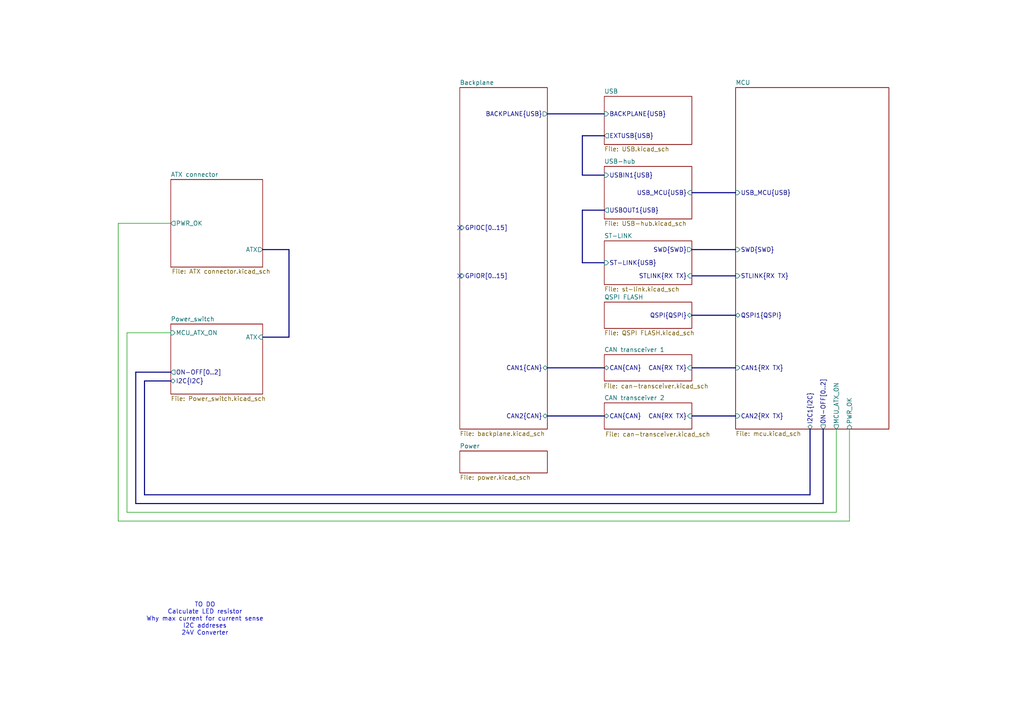
<source format=kicad_sch>
(kicad_sch
	(version 20250114)
	(generator "eeschema")
	(generator_version "9.0")
	(uuid "090a8e41-87a8-4fb1-998b-60a2c0dc4cee")
	(paper "A4")
	(title_block
		(title "ModuCard ATX power supply adapter")
		(date "2025-08-05")
		(rev "0")
		(company "KoNaR")
		(comment 1 "Base project authors: Dominik Pluta, Artem Horiunov")
		(comment 2 "Project author: Maciej Chodowiec")
		(comment 3 "Fork author: Wojciech Szafrański")
	)
	(lib_symbols)
	(bus_alias "CAN"
		(members "+" "-")
	)
	(text "TO DO\nCalculate LED resistor\nWhy max current for current sense\nI2C addreses\n24V Converter"
		(exclude_from_sim no)
		(at 59.436 179.578 0)
		(effects
			(font
				(size 1.27 1.27)
			)
		)
		(uuid "136ea856-d0a3-4aa6-ab93-c57bd6a9f8ad")
	)
	(junction
		(at -209.55 59.69)
		(diameter 0)
		(color 0 0 0 0)
		(uuid "26cea1c6-738c-4f4f-9ab1-d3d7199453b9")
	)
	(junction
		(at -214.63 74.93)
		(diameter 0)
		(color 194 0 0 1)
		(uuid "7e165b35-5e85-425c-a388-626a59b2e315")
	)
	(junction
		(at -204.47 129.54)
		(diameter 0)
		(color 0 0 0 0)
		(uuid "91909c40-fd33-4cb4-ad73-890058dea03b")
	)
	(junction
		(at -214.63 40.64)
		(diameter 0)
		(color 194 0 0 1)
		(uuid "97fb76ff-872d-48cb-b600-c3fc3ada708c")
	)
	(junction
		(at -204.47 91.44)
		(diameter 0)
		(color 0 0 0 0)
		(uuid "b5ca6895-1a04-4078-b7d1-837f060d96da")
	)
	(no_connect
		(at 133.35 66.04)
		(uuid "225d1b4d-20a1-48d7-98fe-8709d91fa2b8")
	)
	(no_connect
		(at 133.35 80.01)
		(uuid "b3c7e6b3-59d6-467d-a4c3-b7bb1d57cd13")
	)
	(bus
		(pts
			(xy -201.93 53.34) (xy -204.47 53.34)
		)
		(stroke
			(width 0)
			(type default)
		)
		(uuid "0476cd7e-813a-4783-b759-1dff0abe6d40")
	)
	(bus
		(pts
			(xy -204.47 91.44) (xy -204.47 129.54)
		)
		(stroke
			(width 0)
			(type default)
		)
		(uuid "084c2be1-7b89-47fb-892f-622992fca5a3")
	)
	(bus
		(pts
			(xy 175.26 60.96) (xy 168.91 60.96)
		)
		(stroke
			(width 0)
			(type default)
		)
		(uuid "088fd8c2-eebb-4af1-bbe0-793e15cd7b8f")
	)
	(bus
		(pts
			(xy 158.75 106.68) (xy 175.26 106.68)
		)
		(stroke
			(width 0)
			(type default)
		)
		(uuid "0b7c907d-f1c4-42f1-b83e-70387c7fa799")
	)
	(bus
		(pts
			(xy 200.66 55.88) (xy 213.36 55.88)
		)
		(stroke
			(width 0)
			(type default)
		)
		(uuid "0c1d7469-42a8-449b-8405-80a700e5dd75")
	)
	(wire
		(pts
			(xy -262.89 62.23) (xy -262.89 148.59)
		)
		(stroke
			(width 0)
			(type default)
		)
		(uuid "1f12721f-47f0-4ac9-9521-b88cfa8f0116")
	)
	(wire
		(pts
			(xy 36.83 148.59) (xy 36.83 96.52)
		)
		(stroke
			(width 0)
			(type default)
		)
		(uuid "1fdf9354-1e4f-4e34-8027-185fc237e29c")
	)
	(wire
		(pts
			(xy -214.63 74.93) (xy -214.63 113.03)
		)
		(stroke
			(width 0.3048)
			(type default)
			(color 194 0 0 1)
		)
		(uuid "26007dec-6134-49ba-b5d4-70ccc3a4fa7d")
	)
	(wire
		(pts
			(xy -224.79 64.77) (xy -224.79 162.56)
		)
		(stroke
			(width 0)
			(type default)
		)
		(uuid "2a8003e4-ad47-4964-8916-3d6356588775")
	)
	(bus
		(pts
			(xy -204.47 129.54) (xy -201.93 129.54)
		)
		(stroke
			(width 0)
			(type default)
		)
		(uuid "315373cc-8854-45b0-ab76-1a3471838c43")
	)
	(wire
		(pts
			(xy 34.29 151.13) (xy 246.38 151.13)
		)
		(stroke
			(width 0)
			(type default)
		)
		(uuid "31775041-5d0f-48e7-8ed4-84359479dedf")
	)
	(bus
		(pts
			(xy 175.26 39.37) (xy 168.91 39.37)
		)
		(stroke
			(width 0)
			(type default)
		)
		(uuid "3922af01-4562-42b3-9ff2-97c27f6880db")
	)
	(wire
		(pts
			(xy 242.57 124.46) (xy 242.57 148.59)
		)
		(stroke
			(width 0)
			(type default)
		)
		(uuid "3b17393b-a5c0-46b0-956e-d60c5d4905d1")
	)
	(bus
		(pts
			(xy 158.75 33.02) (xy 175.26 33.02)
		)
		(stroke
			(width 0)
			(type default)
		)
		(uuid "42069d11-2d8b-4c0c-a1bb-3e4cb654db23")
	)
	(wire
		(pts
			(xy 246.38 151.13) (xy 246.38 124.46)
		)
		(stroke
			(width 0)
			(type default)
		)
		(uuid "512e6863-07bd-491a-9870-3a7c5cb44522")
	)
	(bus
		(pts
			(xy -209.55 59.69) (xy -228.6 59.69)
		)
		(stroke
			(width 0)
			(type default)
		)
		(uuid "5c5ba407-f432-4479-9918-1585e3276866")
	)
	(wire
		(pts
			(xy -214.63 40.64) (xy -214.63 36.83)
		)
		(stroke
			(width 0.3048)
			(type default)
			(color 194 0 0 1)
		)
		(uuid "6209f52f-1b15-4bc7-9bc7-0fd0bd38193c")
	)
	(bus
		(pts
			(xy -204.47 53.34) (xy -204.47 91.44)
		)
		(stroke
			(width 0)
			(type default)
		)
		(uuid "652e31e4-84e1-4316-8b78-754e0338b8dd")
	)
	(bus
		(pts
			(xy 39.37 146.05) (xy 238.76 146.05)
		)
		(stroke
			(width 0)
			(type default)
		)
		(uuid "67144db5-1f0a-4254-849b-3d16161aa077")
	)
	(wire
		(pts
			(xy 36.83 96.52) (xy 49.53 96.52)
		)
		(stroke
			(width 0)
			(type default)
		)
		(uuid "67fb49c8-e8e1-4438-9a6d-ebd3ecfb7ae7")
	)
	(wire
		(pts
			(xy 34.29 64.77) (xy 49.53 64.77)
		)
		(stroke
			(width 0)
			(type default)
		)
		(uuid "693e49f9-7bd9-47f1-bdb5-42fb2955b22d")
	)
	(bus
		(pts
			(xy -209.55 49.53) (xy -209.55 59.69)
		)
		(stroke
			(width 0)
			(type default)
		)
		(uuid "700f4886-9294-4c8d-9584-e61c3f1d4727")
	)
	(wire
		(pts
			(xy -220.98 62.23) (xy -228.6 62.23)
		)
		(stroke
			(width 0)
			(type default)
		)
		(uuid "7361573e-a168-45ad-8ba2-0945610c34cc")
	)
	(bus
		(pts
			(xy 41.91 110.49) (xy 49.53 110.49)
		)
		(stroke
			(width 0)
			(type default)
		)
		(uuid "7482d825-1e1d-4c11-bf25-1381440a5317")
	)
	(wire
		(pts
			(xy -214.63 36.83) (xy -201.93 36.83)
		)
		(stroke
			(width 0.3048)
			(type default)
			(color 194 0 0 1)
		)
		(uuid "7699e2ca-e54f-46b1-9c7d-4a6624c20757")
	)
	(wire
		(pts
			(xy -220.98 158.75) (xy -220.98 62.23)
		)
		(stroke
			(width 0)
			(type default)
		)
		(uuid "7fa62ebf-d591-4687-af7f-31b3c5bd060c")
	)
	(bus
		(pts
			(xy 200.66 120.65) (xy 213.36 120.65)
		)
		(stroke
			(width 0)
			(type default)
		)
		(uuid "7ffc347e-25a7-4285-8492-119d5028459a")
	)
	(bus
		(pts
			(xy 83.82 72.39) (xy 76.2 72.39)
		)
		(stroke
			(width 0)
			(type default)
		)
		(uuid "81f32dee-52f7-43f8-ba3e-4049a7513b40")
	)
	(bus
		(pts
			(xy 39.37 107.95) (xy 39.37 146.05)
		)
		(stroke
			(width 0)
			(type default)
		)
		(uuid "89460a0a-a011-43a0-a73f-a601c0260898")
	)
	(wire
		(pts
			(xy -228.6 40.64) (xy -214.63 40.64)
		)
		(stroke
			(width 0.3048)
			(type default)
			(color 194 0 0 1)
		)
		(uuid "8f7cce4a-8abf-4070-a5dd-0e092ce16a98")
	)
	(bus
		(pts
			(xy -209.55 59.69) (xy -209.55 154.94)
		)
		(stroke
			(width 0)
			(type default)
		)
		(uuid "965fcba3-9ff4-4944-b9c7-2d7719ceee15")
	)
	(bus
		(pts
			(xy 39.37 107.95) (xy 49.53 107.95)
		)
		(stroke
			(width 0)
			(type default)
		)
		(uuid "9909151c-29ee-414e-8cfc-5ef2f3145c3c")
	)
	(wire
		(pts
			(xy -262.89 62.23) (xy -259.08 62.23)
		)
		(stroke
			(width 0)
			(type default)
		)
		(uuid "9cf79e61-4559-488f-ad0e-bf14b7d0ef25")
	)
	(wire
		(pts
			(xy 242.57 148.59) (xy 36.83 148.59)
		)
		(stroke
			(width 0)
			(type default)
		)
		(uuid "ae6e0b64-94cc-4e59-8b86-5a53b9b9a270")
	)
	(bus
		(pts
			(xy 234.95 143.51) (xy 41.91 143.51)
		)
		(stroke
			(width 0)
			(type default)
		)
		(uuid "b0411728-f588-4888-944c-98289c2c739e")
	)
	(bus
		(pts
			(xy 238.76 146.05) (xy 238.76 124.46)
		)
		(stroke
			(width 0)
			(type default)
		)
		(uuid "b7167a4a-b6e4-42c6-81f3-708996c0712c")
	)
	(bus
		(pts
			(xy 41.91 143.51) (xy 41.91 110.49)
		)
		(stroke
			(width 0)
			(type default)
		)
		(uuid "b7e006a4-835f-4bf9-8f9a-492c3f79af19")
	)
	(bus
		(pts
			(xy -204.47 129.54) (xy -204.47 151.13)
		)
		(stroke
			(width 0)
			(type default)
		)
		(uuid "b9de8509-ef45-40f6-a20c-3a394700a711")
	)
	(bus
		(pts
			(xy 234.95 124.46) (xy 234.95 143.51)
		)
		(stroke
			(width 0)
			(type default)
		)
		(uuid "bb584ac1-ef48-489e-a323-4f81c1b4ccfd")
	)
	(bus
		(pts
			(xy 200.66 91.44) (xy 213.36 91.44)
		)
		(stroke
			(width 0)
			(type default)
		)
		(uuid "bf0de6b0-0fc9-4b0f-912e-193053f69f46")
	)
	(wire
		(pts
			(xy -163.83 49.53) (xy -160.02 49.53)
		)
		(stroke
			(width 0)
			(type default)
		)
		(uuid "bf830546-6ab2-4ada-a4c4-0defef690c17")
	)
	(bus
		(pts
			(xy 168.91 76.2) (xy 175.26 76.2)
		)
		(stroke
			(width 0)
			(type default)
		)
		(uuid "c7a70df5-1b4b-46c9-a0b5-092a546e1998")
	)
	(bus
		(pts
			(xy -204.47 91.44) (xy -201.93 91.44)
		)
		(stroke
			(width 0)
			(type default)
		)
		(uuid "c7ea7226-5003-4f1c-9668-a4766a70c988")
	)
	(bus
		(pts
			(xy 158.75 120.65) (xy 175.26 120.65)
		)
		(stroke
			(width 0)
			(type default)
		)
		(uuid "c8659fb4-8309-4884-99fe-e479e3dbee23")
	)
	(wire
		(pts
			(xy -214.63 113.03) (xy -201.93 113.03)
		)
		(stroke
			(width 0.3048)
			(type default)
			(color 194 0 0 1)
		)
		(uuid "c9691c2a-cb1e-48e9-ac7a-8e6cf0161d2e")
	)
	(wire
		(pts
			(xy -228.6 64.77) (xy -224.79 64.77)
		)
		(stroke
			(width 0)
			(type default)
		)
		(uuid "d1711437-53d4-489d-abef-8ec8faf7f87f")
	)
	(wire
		(pts
			(xy -214.63 40.64) (xy -214.63 74.93)
		)
		(stroke
			(width 0.3048)
			(type default)
			(color 194 0 0 1)
		)
		(uuid "d1e84c26-4187-495a-a84e-018f86a24767")
	)
	(bus
		(pts
			(xy 168.91 39.37) (xy 168.91 50.8)
		)
		(stroke
			(width 0)
			(type default)
		)
		(uuid "d346c99e-d019-4069-bd82-8cd62f31a854")
	)
	(bus
		(pts
			(xy 168.91 50.8) (xy 175.26 50.8)
		)
		(stroke
			(width 0)
			(type default)
		)
		(uuid "d483e764-8507-449d-983b-24a260b85a68")
	)
	(wire
		(pts
			(xy -214.63 74.93) (xy -201.93 74.93)
		)
		(stroke
			(width 0.3048)
			(type default)
			(color 194 0 0 1)
		)
		(uuid "d50c6bed-2b2e-4155-a7d5-a50262235ade")
	)
	(bus
		(pts
			(xy -201.93 49.53) (xy -209.55 49.53)
		)
		(stroke
			(width 0)
			(type default)
		)
		(uuid "da518f71-97c4-4951-9232-3637fcdeae26")
	)
	(wire
		(pts
			(xy 34.29 64.77) (xy 34.29 151.13)
		)
		(stroke
			(width 0)
			(type default)
		)
		(uuid "dfb41d10-0304-45d1-9218-f714706ffdbe")
	)
	(bus
		(pts
			(xy 200.66 72.39) (xy 213.36 72.39)
		)
		(stroke
			(width 0)
			(type default)
		)
		(uuid "e0896ddb-f544-4d74-9e0f-10bfadbbdd75")
	)
	(bus
		(pts
			(xy 76.2 97.79) (xy 83.82 97.79)
		)
		(stroke
			(width 0)
			(type default)
		)
		(uuid "ea66ef65-0e77-4bef-8b6c-d9001b0d0727")
	)
	(bus
		(pts
			(xy 200.66 106.68) (xy 213.36 106.68)
		)
		(stroke
			(width 0)
			(type default)
		)
		(uuid "ef28c418-2b23-4a89-a4bc-eaba24d2bbc8")
	)
	(bus
		(pts
			(xy 168.91 60.96) (xy 168.91 76.2)
		)
		(stroke
			(width 0)
			(type default)
		)
		(uuid "f1a21ac5-05c7-4b93-b021-879868b83e38")
	)
	(bus
		(pts
			(xy 83.82 97.79) (xy 83.82 72.39)
		)
		(stroke
			(width 0)
			(type default)
		)
		(uuid "f81aee71-29b0-47cd-9b4c-5b9af4d24dcc")
	)
	(bus
		(pts
			(xy 200.66 80.01) (xy 213.36 80.01)
		)
		(stroke
			(width 0)
			(type default)
		)
		(uuid "febafd41-3b8c-4c9e-983b-edee1607b41c")
	)
	(image
		(at -241.3 50.165)
		(uuid "1b9c3b70-bced-4750-b8e4-9a080f6f29d9")
		(data "iVBORw0KGgoAAAANSUhEUgAAAQEAAADECAIAAAAQ3AMZAAAAA3NCSVQICAjb4U/gAAAgAElEQVR4"
			"nOy9SZNkSZIe9qmq2XvPl9gycqusrK2X6p7pGcyAIMEBhAQHpBC8AxDhEVfyyl+DG4U3CkV4oggF"
			"B4oQpAg5nAFmMNMzvVfXmpVrZGy+vPfMTFV5MI+o7ELlQLq6uiuywz8JyXSPSM94/tw+0+1TNXJ3"
			"bLHFNQZ/3RewxRZfM7Yc2OK6Y8uBLa47thzY4rpjy4Etrju2HNjiumPLgS2uO7Yc2OK6Y8uBLa47"
			"thzY4rpjy4Etrju2HNjiumPLgS2uO7Yc2OK6Y8uBLa47thzY4rpjy4Etrju2HNjiumPLgS2uO7Yc"
			"2OK6Y8uBLa47thzY4rpjy4Etrju2HNjiumPLgS2uO7Yc2OK6Y8uBLa47thzY4rpjy4Etrju2HNji"
			"umPLgS2uO7Yc2OK6Y8uBLa47thzY4rpjy4Etrju2HNjiumPLgS2uO7Yc2OK6Y8uBLa47wtd9Ab9t"
			"MAUAItBme7H65zA6M1MgJnYAsAx194ZMIIAQGOab/8KBuP1ofkOg7RndXy3MgMoB+sUfeMEvfGdD"
			"kQInCAByuDk5WAgAPvfyLX5t2HLgK4YjA4AzACJ54Sd587cBTiACCYDRwLwhjDv4Yum/+Motfq3Y"
			"cuArRwbgqDTgzX7uABsAqtv/C7fczRzqAAkc4mAABjS/+Qu/rtg6nb8WEMjJ3ByAuwOcIQRI5QSB"
			"Abfi7jIcF01OJm0jzcwRFU0avWm3H81vCFs78OuAAXCou7m7u7o7hxYwhpmNeVwN/TINy5LGdvVM"
			"vSBSt7O/s3+HpreBObwBbb2h3xC2HPiqUW8nwZHNsiObZ8Bofe46lrzOw2Icz1J/WtJSy9isV2Cg"
			"DdTO2umdye6b09kbPLmJOP2a38i1wdbgftVwgCoTGGTuBSgOe/TjP3NLpmvyNfs68jiRLKSxjSYo"
			"7ovF4uT4LLSLvYOyt5dm97/1db+T64KtHaj+OoaLJE4NYzeZSwdRAeBOMDKDab1j7AGqMId7ZtGm"
			"ZYYDJmYo67R8vjp/0i8ep/5E08Ksb1piN+YUKAVKQoNQIRQvY8pm3pLsGSb9GAythO7w3X8SJjth"
			"dgjeMbAb2DMDTAEAyGGqDkIkFqJtLvXLY8uBS9hnD30DACQRdWd34IWV5l6rYAXIsKHvz1ars5LW"
			"/clDt4QywJasK8aabBCyGBu4MRJ5Ik+CBE8EC6yr5TgWiXFPmt3inWowSJp9J073pgf3pgevdd0h"
			"IHAyzUTC8lmooOpEQrgsyW3xS+Pa+UKqSkQAiIherGN5BgCDq5qDOZAwca3pwlFT+AVQoADQ/sw8"
			"l7Qsw3JcnwzDae7PNQ+BToU0Bgshx5gDJUFyN1dxOJm6ZdLilmBKjrEsNSmpuMEdkUsX2iDdp8sP"
			"8jDN6VTTwg/fms5ugjoJTap1NOJqr0QAczMj3sbQXxLXjgPu6l4JwL/oQAgAMBxsZgUwNTLqNunM"
			"AoywoaTzcVhoSf3Zo5z6PJyX/gxlIRgbNmEIlswWnKMX8ew2WkmuSao9MXfd2Bkyd3cb86RppG1T"
			"KcPyyD12093JfOf2Dg85rVfrxbgYV4t0483d/de42wFHByXNDGmECQC7W95W1b40rh0HqlqHCA6t"
			"mob6/X40FogISWAx2qwpQz5xHXNajcNp6o+H/rSM50UT0rGQRSqzWEIYBSPZSG79sAIzmJxdYShZ"
			"tbipx5EcABNYEAkMkDBNpjtN0wBc1qPpuuTefbS8aG95BLcqQ1r3qbdxWcbz6c7N9sbrDhaJjHjJ"
			"YJGtJ/TlcQ3jgQLAsaleXb59c2ciIiMU11R0KHlQzf2T960M47go4zl0GWgIwYQMthQgiAcyttF1"
			"QMmqmWXCqLszzMzNzMzVjJdwJhIiZgpEQiRwMioAVLWUAoCZSykppRRCE6ehmRHNRp8r73qzz+3O"
			"5N63duY3prPXgAkspJJFiAWE+LXd0Vcc184O1LQlAQ73ukLN3L1rFV7Qn/XL5/35Ub98PqzOS+ol"
			"9O7KlgRjK6UN2sIDe6HB1TTnnBOsAE4wImLJZmbFVN0UZJuUDdHuBfEY9Qsw4qzKzACxSNvGEIWG"
			"ftQyDtl1SaZNLFPR0YZxWI5DUDbMb2MvdZPXPMxZAgkZfOsJfWlcQw58hksSuPuDv/4T19HLispS"
			"dN2gn1AKrS4wBqY2eCMupl5WNq5SydxEAgJZCADE4O4MIOWlWSUAE4KEGEJkEtNGHe6ubmYwuJkB"
			"5tI1k7aJoppUc8l5THnQPJ/vm2bNQzGNjXZxl4nERdPp+fO8XpT5Hg5uvRXarmZov+57+Qrj1fGF"
			"CkBwhbsbGTM4EIDRnYnphehWFa4IDHc44F5YTAQEB4w8w0esT/rVUb943C+fpf5US9+2iYiYVIgC"
			"NLAzKQBJJ+5qZmZFLauqmbr7rJlsIlszU5htPKuRrGmayWTaNhMiycmHYci5rM7PY9eBm+wkIrM2"
			"RnHLOW9eqACIECKLCDPzcDQMYz+k7ODQxraT0Bi47d4yC4lmiAfNzuuzwzfnB/fRzBJFgNVBCmIE"
			"BlAYmXwC1PsAwJj5Igu8DSE2eGU4oLnUbOaFjqZ+kN6XQETELheJTjIAEDbAAIVnzas8rtO4KiU9"
			"f/ghvLD3ZGvSJdkKOpLn/f3G3WHFNJmOMDVLcJ/KCICILuTQm99ydnpKRMwsHJmDiDALEaGLpZQ0"
			"lpSKqrsRERPRzs4eScxO/ZBUlclJc0lDE7sQOcYoQoDnnFMeSim7sTAHA0qxIY2pKDOLSDO944jG"
			"Mwv71N0Mk1thcsBxunvvO2bk3hIih8v+nRIvTL2ZYZMRrp/4lgMbvDIcqLHsi3C4uw8pBCZmBHFA"
			"3ZNZgamOp/BsZdRxOfbnqT9Nw7KkZOWc3IKoIEVOgVJkBSlMHUqmbkW1uCWHknnXsjuZwsyri1/X"
			"EtdyLQkRwWnzALwoY3Wu3Ig5xBhjbETk7LRHCOBGnZm5CRTYSLXrupzHlFLOo0NFJMYgIml12rZt"
			"FwOAnMYyJvMCYAQktAg7FHc17BnvFG+UwsFrfzid78137iDuAW0xKIH5s0j5s6rf5woj1x6vDAf0"
			"xY3r8uN0EDPIgAxk2Dr3Z+O4KONwdvwBafI8WlmJDsFHQWZyCQnkhCKugkTI5JncxzEBIDcA7gpY"
			"NSjnyyWRMDXMUbhlisyBSKgxdzfDpS9Ulz6ajfKfiJhl49gwr3oCS3GuUQG5sReYomRmlsDMICKz"
			"YmYOZWYyE0YUbphgeehXaRjXljm0sd0L7a6HmWGaPaiRN3cn84P9w3vz/TdoehM8VbAD4WLvcKfq"
			"vNWnItsoeoNXhgM5gwXy2f5lcIAM5RwlpeGs70+G1VHqT8dxUcrQ0Cm8iJfguWXt2BrxwFiMJwDI"
			"jaEEY1PACF4yAXBXg9cAADVolg4gQiQEosjUEDGce1/islPMuW6vAHPTquZSirszc4yxaUKMEbRT"
			"1LNTUS+laEkoiWCwwszMYGZ3c6iquntsJ5aLaWYUAaAljX1Jg8WZSOQ4DXFGYULcOrUOyohZmZr5"
			"7Ma9m3e+FfbvATNVFqkcYIDc6ZIJIWx9oQ1eHQ4kD0LEBiiQMC5Tv0xpWC8epKFP/WnqT10XkXMM"
			"GsRFn7MgEkUy9kJeUDJcvTHYZ2VaN3N3cuS0aWT06toQ1R2zmd40g6qXbKVoKabF3amZ1ownE9FF"
			"vp8A9ENmZmYSERYwAwCRW26SuXPg0DAzrAisYWq7ac55HMcx9WaFiEIQEVn0WUQYXkqxkuAWQogx"
			"GiZEBIrEDVEANwQGi1kxQqFgMpH2xnT37vzGvcn8MKEhEuFIJAR2l0oDka07tMErwwGgh2XLy7E/"
			"7tfHw+po6M9LHiT3pgnasw8tl2mLactNkOXZhyAjIjJ3VVctpajmdt7VNEx18aEbJ0E4GoGIQeS1"
			"mEtkhPMl19j3ElVnQT5U78yd4OzuG+UFNyIUQiD2UvI49v2wyjnfnB+m4kpBQgRQchIvbWSPMxEJ"
			"IRC5ah7HcRjXOWeiTkQ4BADqJCJNO2mapk8ZAEGIGNjUGQBGybFtKIY+l1Uyjru7B/f292/73ndF"
			"QghNkIYQajbcbaux+wyvEAeepPXp6enj85OH6+WTkk/IByaLiYQ8sjUoQin66Jbg+WDHzKyUoqUG"
			"D3Xtyjr3NclTFwSBiQTgtm3dvRiKaTIvplnN3VluEIGZRUgCiUh13MflKYAXVmHdVtkQADMrICMC"
			"M1jAzL5MYzbnGLoJEXlOAu0a6b0zs6K5pl+JnIhYEMK8mGZ1lihxwk1UJ1XPthKq+dMgoAtL5lOa"
			"jHlIOkobm+kc0o2j9KO/8Xf/uVSPLE4vOYALwm6BK8iB1FszQUECGoA9IwbAlpZ+cvTJeyef/iTm"
			"42lUIxudMoG4gUe2jpwDGVNPtAL3O8M5sRKbIashK5fMpkKdVOdbRODBLZhGUz7Nz+p+HEKom/2m"
			"r6CfMEOEJZAIMW9mn6yzVnMgAHmGFtNiZuJvu6ujgBJxkeAhEjMiYb1eF+MmTor5YjWaUjvpikzq"
			"G7/M1VzIWl8Ws9oXfrdq8v59rHE633nz4PB3Z/vfRXtPpStce/YLEMjrnAswate/gq+d5uLK1YlD"
			"uCziGIHBAOVxPDt/8v7q/LGXBVMmGLlDAQe1dXxDYjR1vwcxvBlULLt5BhkzN7Gbd5Mg3dqLQ1Wz"
			"qptmUzM1uHTtXERijCLi7qqacyql7O7OzUy1mJecCzPEmZm1MMxh5q4CZ5HIsYmcxjUzB3EJkTk4"
			"1K0U9bGkYTA3A9yICYGYhNsasX6OAF8CL9vL5u1e7ocnDz9oF7Z7c5jfeL3B1CBZc2QQBWK4wgkE"
			"vp7G4cpxgAUA+4W/KpJhp8vlg6NHP9BhEXUpUphI1WHOBrjBjTfjTOBwt0CgATMRCBcmE1I4xkGT"
			"94O4WXGouzM1McbQTYWb87KuQWflgNkIqJnmnCRQ0waiyo1cNKeUmnjDrHhR06ymZnA4kU3mqBw2"
			"t1y0lJJzVtXIkhKYg3ogCiEGkMRmMubxVyfA3wIdgkOVTlc6pHIyjk/3Dt6Is0ORibnllISbyzRp"
			"Smjar/wSrjquHAeqpMHdQWAYocCWy8WjvPiUoYGNSLXAzdkYTu4GN6CK0cQdgDgIzb4zwE5eXEfN"
			"Y8mj5TS5ue9uatmsmCFrKToS1JlMoeRea2AQ2ezrKynSNE2ItRocg4iZLddnzBxEYqwRBVzN3Sla"
			"KSXnkrOWDFVzI4DbZhbQEgcJLXEwNqbAoaGSNu/780z4Yp/nl4WOzI0FSYX6vFqcppNxeTSd3ty/"
			"9ztEbRMmlwOQ3OHXUoN99TgAALhIejjIYLlfPm+5CJPAzXw0Y0etzZopAY4RcEdTu2AMhNCo2pgL"
			"KQTS8LSdTlgwlEJExIGZYTDzUoqpNtOZu+ec8YJfISJt5FLKsF6YeQhhMplMp9O2bYmfAuZkpqib"
			"fdaiqi12zNyNzJiYY5gwBeYQWKjKeUgIcLC6DZov3i/h83bgZXHaF9uKl/lCUUIp66QDt9Y1nfnZ"
			"8vnw/MH7qzHdOLgzvfkGYPDWjY0Rruhy+PXiyr1pJziUQAx2dWKBkg5lJg0zXCVrMvMmMDO7O4xA"
			"Tm6O7AS4GDFBUknkxBCSKciULYkKvF+vWTw2NQ1PIiTM7hQaqXmkWt4CUCNjCWQOYne1UvI4MpGU"
			"Yl0TVbUf05hTGktWK2YAR2uIKDRBJBKiO3lVxYGMGYCqKtzMnABFlM1H8Dk78FXlKrKtnY1ZGOLZ"
			"3AeUIRCWRz/R1dP99enerbcxOWSJDMlqItduwt2V40Au2chizXIUAgu8sYyShJkVms2EyCSATEuK"
			"3jiw2Vi9docFR4GDpW04MDcAShmGXIqmw7199+LIZkU1azEzNsW8EXdn9hAuFf9ERFoSwaOwEJuh"
			"pLxMCwCq2YkNYG4kzLqu4dBwkFyk1hNqzs0c6mrmxCBmdzeYw0kIZJcL/QtCAnqJL/SSToGXcSZh"
			"3YZpjDumnsZknpuGmh0Z8tFwdvpkfbpenR++9q1m7y4gqhq3HPjaUUqCABLhcAdU4IE9jINzJAOZ"
			"CUUhESAV1QYAU1UAgBUwBxw8aRt3L7kUMycmYW66Rpoy9ubFvLhnkItI07RMYUyrmjCNjYjIZ2ux"
			"eCmqutGBUu1jZG7CATOTBHAwEnVKI6y3MImqZtncnajmUiXESFqIyMiDk7OBNhzw9Nl7/3XExNOd"
			"qMXHpIxJ20xZstkijQt2bsPcMZ6dfHq66Gf7R7fuvTmZH3zlF3D1ceXqA4pedAKFN/0IbtHS4uFP"
			"/t3/LKsf162xSu0BcxiwcWE3BSq3y0Vk0sEJFImCo3UIUYRz4OAo5Ml9IOvdekJyV9eNNJpJqvCB"
			"IES0QqkqA+aGqWVq6tO1vyxm/WVj2S++/5caz/r0P0iPzeiXL/j3XxzmNsMKLJDGw8SamYcOoQWF"
			"N3/vn4HEKWQLTiCUiEJQ2BSoNYSajIYZTBFefbNx5ezAy0EbN8DrDrrxWLwqPQGCuVN9AAAwEMOz"
			"g51yHRBEJEaVRU6AIYAbGIEstpvygmnVEdFG/hA7gEDiYAcbnAH/ipI2XyNcAphcyMnIM4xcFcTH"
			"H//VZH7Q7d9qwq5D1ODORAGyadgAFFCAWMDCvwV9CK8OB7wBzN1B5FbraAzUAMAJm4XJMAcTzC0R"
			"bUaZk5uTAewQReNwJtNqJYydGnIMxTbaT+ILO8BElKroaCO6l42ajgj6Nd+PXxHWRCJyYoeRD9AE"
			"EyI6e/bXi9N5e35798ab0/37gVug1WwXS91o83VRYcb8630jvzpeGQ6Y88XGf+EL1f7DWhsgI6+9"
			"lsR1AiLUzYgYgJPD1Uk2Te1wBTsxg42iu4NYPQFg1Ig2MAciAgSeNsNYyJ2s5mxqJvNruQ+/PL7Y"
			"ZHkMFxM11Fw32SsAWA596FdPUn92mIfZjbcgcwmxhi1u7OaMwqRMTuS/Bd04rw4HCBfRCwPmfnHi"
			"lzNg7OTk5E5wJQdIrJZ9DJ5AEeQErRp6cgaEnA0MlnpYRtNEANUFMidVAO6mvDkHwDbVO9oMZaFX"
			"hgNfHG8oMTnIFQTa0EDJ4SjTMCHp8/LTx/1q8vzZwZ23Jgd3BXOAqW4AFoHocHj5LRgR/8pwwN0v"
			"Ps7qEW3sgHlDIIWxi5NTVTyTuV2YDebquJgzEYnqptWeAsPg5EzYdLUzyAlMhM3sXQHkF6pmF1H3"
			"q7/9mcPVAXI3Jzg5AgPTtmEK7snLyTiu1mVhdtwu9g/u/q7wlHgOajdziYmcfhsEdq8OB2jjgLsr"
			"eEMDoNoAIrgC7ATyKhpi4+rvkpETgasCo06LcCe4FxCcvXZklpKquLo2wDAzEYgk+wqAgwB2Y/cL"
			"GvDVyqe9FC+pM1DOfqGSqFwHoAxHk8ZRdR0IO93Egg6rs/MzC3LWxBvt5F7o7iHs1pttvxUTHl8Z"
			"Dlwe7gKqjy8/WoabExMYUP9sh2Z33nCCiWxzFBirE1mdfGWktJnAgq4V1Ayjw72Y1gIWSVuw8YPh"
			"tR0RgLO/8kGxUrWBJCB2YicC6OSkD2LTKE0w8rXrOhC1gU+f/VU7vTMvw5xr50JnEAe2eaGvHmQT"
			"FzMxYNI5gJRo2bc706UABgR3xebuA3Dn4eKl4h7hGzF8oSUAciM2dq0bOOCEpi5iI4azaQCTgxVG"
			"iIaWPIIF7KACuKYXhZR1fA/wgqKhukmXD76qXvXPFQReqCh/8ZrjqC++6vLBeFGDI3cmB1AzAz0p"
			"8WbAxGYsjQPOezuJGU2gIB5ZCYWh7ip6oz/5eT75YLn4wfTm98Le9zy8kwDDE0ZHmDEC1USRqyNR"
			"mHwl9+E3gCvHgc+jdi7yL7/ZOIPMCVQ9Hta6dA0Kv9y8CFTcGVACuTvDDBkOMofgbyl4bdRKALCZ"
			"KFHxdc1rqAMjLitllw/q8q51k41LCGeiSSkiQsK1jbO2TLinee2BJncgW1ZPxYuZQZ9IDAYeFyUb"
			"z0zaHW9pn9s7ZsilF84xRADwQN59LTfhy+HKcwCoXby/7KucqCZ/ADcq4sHJyM2rH+/qpJeTdgHA"
			"okOBTCDf1Nxos3ZeclXuvpmncjG28TdSdH9Jnqf4C0YAlw82A4AJIBcwkQHMbgeTtpQ05kGH7GSx"
			"4a5pQuSmZGamIM5eiEiDGgDtOoInM+MylGUZLIdhEea3IX8sDicmSoA5Aij8WlQfvzZcOQ78wrEY"
			"jote3l9+c/UAwGEOIw9Gzl59nk2mm0COQr4Zv27Gm+mM5FxjRIUz/e236PKz/volJ+aODQ1efCCB"
			"BFRzy0TGMHIQk2HNLWYcmINzURSzXl01iLlbAoxcXZynRkTN808e5NJPZ+2Nm7dkSsv0+Oy4b8bD"
			"aK93093QzkGdqyQ1jiC6egvr5biil+rwSy7Ql+KAIWBTNq7nDMBqJH2xVomcLmUWqGtIwcZeHOx1"
			"oJCyv8QCXTo/F//bb2rje0meR+jyxJx6MRsaNGy4CAPqZOyNlqQjhxZXwBhgRhMCUTxbLsSYC2yZ"
			"+6PlycNnp4+OVmfLNJZuFm/evxm/wzfemc1m3XFZPnt+Mvf/Fflb3d7vI36DnIOzOqq1+Q3dkF8Z"
			"V44DVPvI4BuFDwBmEfllszAOIYcRCcirXNkJxHqhPRZzoPbiOABiBYyMjAAIe72G8DIO1ElYqPWy"
			"i4jla7QGvJml9fmwOIgCqNEwweRiD+AOUFgBipMalNxAQDnRo2dHj97/6OkHD4dn65iwE8I0TtLp"
			"ujmYnw+nPz750Z3j/rXfe3e+P0+kvvr+enxu6/V0p8fON6XZEbaMArwyYrorx4FLfOaJfykOYBMA"
			"4EIvsZkyaB4AMLlbjRO9DhCtOR93J3ZHuDif8qX2px6ZcTm7szbc4DdBgy+2A0E++/6LXWki+cIR"
			"cnYQrHJ+ddI3EjqOIcl4ls+fPD9+dLQ8X/3Vn/4gCk9C04W4Gw9Y3JOOgx3cvBVbSUO/+OT0fLVY"
			"r5d3333r4GAvxL1xWK/HvxzS06l92Oy9y+39SLu/5pvwVeKKcsDdiTZZjs+yG7/0/3JRNIPXaABk"
			"jkCoVWQFuGqKNqoBd2cjOEHNlRD/liJAPdvvxfFb9Wnlxm8exPbvxcRORMS5vnEBETlgAgLQAcuj"
			"k48/eXr00ZPTB8fpeG3rwkrfireLFe21wDIKmCCCENaUvB9DpKaR/uT4Z39+PJw9f/f3f2f2nf8y"
			"4tmpPlqtP13Tg85Wuwezpt19ZaQkV7B/AA5QSZqiTOEgB/LJo8c/Pv3R/6iqDGpCIPWSEsyYebQy"
			"mUxMPauF2DJzKgbAsl3OSgFwOd+haQrIqA7jh9GFBCjISJtdv1Ju4wNp4HqGEig4AiH4hcTIyYjI"
			"yMAEWLUzoXzxh1+qD0Z1pW42Y5C5T2hTanIiJwfDiCiXGtNXEnod7EVEOp7XgV8kIDaw13FJrRpV"
			"JRQ7sSo2R/91Rkm1GCJHcbHFuHj8fPn87Oc//vDhx5+uz3QqaI058yR2k9Cscy9CEhDEQQpLqjCD"
			"3Nh192o0OVCILDFKoHf+wfde+8br7Z39kcqqsGFnEm5Puxt095+gu2OIZ8NqOnNBgk6CTa7gkVFX"
			"1A78wsa/ES4LoJsw9EI7RETzSRe7phSzMdUh+6pqZps5i2aXO/RnGX1n39CgPqjpUK4pUaKNFdr8"
			"cqvCCt8IJshqtgrOVPOsxDCAmfxCw/2S9wQ4QS5U35sOUJhfBLNOm1/jAEKkeoSmQy9q5OaO3f2J"
			"11nXXgBjBjciQqojULvoNtK/+iuzdqt1Wp2vVmfr/uj8+JMnT9776PiRzlpS9S42LKFXVdgIW3ie"
			"cDSQOrI6EwPBWZ1cyuYSCajiKnJF4fd/8PPF2fmdb72+98adadctVv1ifSQk5fxHc2SPt7smVrEh"
			"s1xN43BFOXCJeo5qCGFDg00qxgCAjJhn87Zpmn7MqmTuRYtrcTPf+PxkDiYmdglEzHXJ1WPCFMYg"
			"h5FB63BcMHzDg3oBBKIaS7gCcEQmwM1c6k9hZAA5X2SyvtgXkrr6HXXqI9wAI5JkRkQMd5hvhN8g"
			"WMlntVdBmFlQmxaISGlN5BI4kINMVUtajaqzHSIASiimQ8m95jFbLh9/snr29OmDjx6cPF5wjxkw"
			"Q7g1adJKhMnURnYIe8tnJa2X5ds3DmxDPgLCxs1jEi/VVXQyh3OuW4X1TxYPzlfPnz9/Y/HO/Xe/"
			"vTfZWQ3jevko0TCOx7ODvzPZ+5YiAJHqJnL1cPU44A56Me8OYg4hECLcqimoMs+qX29bl+BRjVjZ"
			"wFRHPXMpVu3A5fkr1SBYqR0AXpP/BmOwk7kJbRyUi+Cy+i1GTkqAk2xoUMeVbihBcGYmu0xm/Yfw"
			"QsBadQqXQ/Uq/6qBIqFE5CIioV75xvRNdjiPaRzXqiqEpmm6SStEp88etbFtqfPRV49Xn77/4OOf"
			"f3L09DjI7mq1Wiy0JESGBhlDUyjsz1vVvB7XWnIT2ygU4d0UTauurqqqzs5iLBSZKFz4ck5Vn+s1"
			"0Tr1qKOdP3j+Xr/SXO6/++3pbJ5KUj0azhYs025+W+QwGwAwKV09ld2V5MBnahy4A8Ix1pMvSnUC"
			"yOsBGc4MR4LDLZEXJw8S3Blg1bHOvjWrszs3KRwDo27/da05W3VOHFSPq6Sant3ID7j6JqTV5aHL"
			"le4MqulXhguBrTYYvCSXStANsd1oozk1IjLOvNGhGrHTJnVDXSuX5xJUNYZ5MTPJDNcmCsdGiL1o"
			"f7YahpGf25Ojx48++PTxR0/XR+uQZRpn95u767PFDqaHLcpUBqdFSU/7YZ3XbzaYdG2Y8ryZzKYd"
			"mTE1s9kkYfCiJcGTsikbR6i45ILqUNax3Be3wktK0/kEpKvnZx98/4fL1eLuW2/s3bm5w8PJ+vF4"
			"/vO894043ycTdVdKzdXTEV1VDmxqt5unMcY6INqtOFklBwmIARud1Ly4JSCAuA6GrqMhiKoQ5rOo"
			"wODk1QuCY7PPAwCC1+ZAp43ojqsDXDs2QabMZLANewCCeD2MG8HBtWgq02cAACAASURBVPfyZW+r"
			"1h+Ay3IE6tMYC7CJg8mN6VINqAQRDiFU/Q+rsRlomTznNBZPmse0PFs+f3Z0fro4+fDEimMwGbGL"
			"ubDEHJBtL3RZbShlnTKYYww7N/anQv3TIy1jw3xweO+b3/4msR8dHaWU0AqZhTHTkGUonFRKgeWs"
			"YObAgUUgCMy1xKjkSXsR2mlmmvTpBx+N68Vrw/23v/NGa+MwPBmWD+L0PtOe2hVtOrtyHLjI49fH"
			"GwdSZHOidf0H8KpdZ6Kq7iRYUk0OZ2I1Zg7hYmbaZUF3IzraBMRsMK5yuvpZeu3Zd6oKI97QT9yJ"
			"iFydCE5MsGoqCI5cWUduDgGLO7+spMDIqASgOstxEwlLY+yGzYAYAFYrvjoYmatpzdnmnHLOpaTp"
			"OZ49ffrwk4enz048e+TAIDJqYgTDocZwqI46aIZCrQixxDilGEDihpQTrJtNBs1nfdlppwd/8PcO"
			"Xrvbv/fThx++39GpqPOYpB9ptcaq936wVERIhEPLTRMlMsImYT3GTS6rmTRxEnskG4azx0/17ttd"
			"4GK95SPQmmXPDE24elmhK8iBF1Ez+3ihAoUNBxRem1k9VGuwaSAmRVBzM0hoP6djs00tjC5pUBOa"
			"5AyyjYAI7F7oIhFE7GTwF9wYd98UXaEEcTJ42DC1Dkl9mb9LpWZFUfP3tIlSAtdaW/WCNo2eANpu"
			"4u7mZeyH9Xq9XC6Wy+Uwrk//8pPVYr1ejmLYmcxi0zDEi40ywKBu7gYxa5yF3P00lYZpChePMETV"
			"1iyAIFNGM3p/6l2+cXfy+394cOv23t17pz/6/0S1GQtiD2rUxIubYtpSCKFp27ZrpBEOQuROyD7c"
			"OrjRcBjXvbJ1045mIl0znFg8bCIZYQ3O1fG7mgKKK8cBigCYEdwRI9zNwGhvL6Yd0vlMsg4l06SE"
			"3fVwPlX1EicdNxznoU/jYMTgLheyEKvzL7CqkKGL7RafVXPpIjEpFw4Ow5vPSiaKTAnOVJuVieFV"
			"TeExTC/P9wZygNYUSrFNWY2ZhbyaJBFqONdkvwiFIERUNJVS1noaZCLWeZEuNl3DqquhPxnP2sXx"
			"YjgerPehT+erk0VeFaSddidoEF2My6E/XyGm2WQ+adpQ5okS5vCA1Kd8kluVucwP44nQrltYrE7D"
			"pLR7jKT7u3fKOnx8/njvhixP3/9X/8v/9A/Pjn//n/63iWernB+sT+f3DtePHnePnvlHHyn5sa32"
			"mtnO7jR0kODtBEQYx1TUD2cTy/3AhJbAVNyw8rLW47ce7cf9SWyWixGlSYElQDAA23jgy0Ikah2U"
			"wu4AMYjIybuuA5I6Tbp509GQREchDnUb35wzWaetXDz9cqj50ctSrCMDdV/3OvyXhYhMmHNORNS0"
			"bWikaOrTSpPeubs7jtb3vWeLLG1sRCTEcBjuaLaxH8d+tdB8ktfr/ny9Oj99tFieDLrSWbO/M90J"
			"CFEpZzdSIp42sziPyC7GWnxtuRExhzu102m7e2OcpPOHp8+fH8UGAblxnjedUd+1Xdyd3nrzm4uD"
			"1+NPf3j0wXuzs5SGxz/7v//fO/ffbvfmO4e3aTZ58PTpd+9/I8qOW/g3P/+AwaFtpIkkqlZyziTq"
			"X9QwdJFbAy66TameEn2F8cpwIDbTDKndBBuFTx1pINyvk5axa4SkGbMmrZ4NADix+QtDh4jx8raY"
			"L4Q5iOBOxBsFXz132+p+TxuXiZnrmUsSLDYSG2k6MShykQmHGE7TAmaI3HHbchcgmi3nsnyySLkv"
			"6TyVxTgshn5VsjHQuAYbS0pjoRbcNN08zluZlGFsSCw2EU1B8WSqmnPe2WvZfJ1TXq7jhJsg3awZ"
			"1rSGT9QkaSfUpxLaaXPn7s3v/M5/+i/+u2/+xV/87//yX67/5gfrh88/Xf/F39y++dY/+qPV8fLu"
			"zZtvfuu1k48/CQP/n//6TxePz9oWfC/KpGUpKedRlYyIJATxi3VfUw5+Wd/cLHszz3DdZIK3vtCv"
			"graZrz0YiIWr/kdEasZREXIZcsogU4okEkJXO8YZ/jkafIlffVkYrlN0idgd7hvdaO3FleAiYPbZ"
			"zoSIVPM4Ls0TB2JAs99o9yybjrksyvn50fmzs+MnJ+en58OT3HS6u8+7+0KSfLWGuoTJrJNmZzpK"
			"k3qM67NhuRJuRUJgMXey4kquyOauZEZ51Uvg4Fiu10ted7EFfDJvU1aMMo6jWRnZJxQ9TM/bebH5"
			"N/+TP/6df/f9j4Zh5e95Xv/5//GvfvzeX5vPb965O677m/O9Bz/+8fMHT23E24e3PIp0ITbBxlQn"
			"sDqUaNO//bmEGBGZgrwOwk9uCdUsXMmTAF8ZDnTdPig4gYVgBiYIw62ottNpCHFY96ouYSqTGXFI"
			"fSFYnbcIwMBfjgYXA9aM4PW8PDiIL3sPQAAzmBEiMVMZ1iEEK4VSnnWTSdulYTg+Pu77sjpfHT87"
			"Pntycv58tTpers9WwzqvlmgnuPPatHnncP/mLEQZdNCxrPtVjM28azXwKD6sNK1W61G73dlG5WVe"
			"g/6SSymlPxtmO1Npu8aaXFRzNi/jmEBTERltzGOSG7KCPD0+O/vwkf5v//rv/9f/8Oabb5z+7jur"
			"8TgsFs8frxanPzvKyAMmjm99450f/eSDw5vtd//we3/wvd9ZHf0bmoTQ8iTOSh5KziXX6X0bbOov"
			"9QtwremvYpZhmTdFmKtYKn5lONB0O4bgTszsbETOQSyX0/PFfDoL3Eig4uYcU9a86bvnDQ2IqcbW"
			"v/wsENssdN4UhWuy3omUUEtGICLIBcbz9WTedDJdp371bHHWnyzPV+cnp49++EG/HodFr2MRo0Dt"
			"DHFGDU9LP4wPP1yPa3/9Tbp5ez6dTkDZxuBkaoD4ZB7b2KyRVqVP65WIcGxCJEBKKcXTWFIA9+tC"
			"4yixmYToZGMuGEHIzq1HSUSvvXX/KfH7nz6f+oN7sw/y0TvT3fbmW3cev996v7h90Ey7Wf/shBK+"
			"fe+NTz7+RDp8+4/+4//sv/rP3VK/+j43kVumoNJyHHMeC0BaQBfr/hJEBK1qKoNn80RuVI3x1Vtx"
			"V++KXoImTuuyhpiTgcDEzpLGsloPUZw8sMSsSDln167dIbfP0eBL/eZqB9z9IqDYDLoT1FyS1Dmk"
			"m6lE83a2OlkdPz599vHRs4+ennx6PJwlzSqlnoBGIcTYdAFsZlZ096CN63B2lj75qH/2/OG9N3df"
			"f2f34LCZyLRQGXXdD4Mrgjcs3DbU50xwBhNIyCUgNuwuCLNhPeo6d1G4FRZEEw4io0BVhXITb3zz"
			"rZ+//9Gz0+XrN3h1Qz9ZfgLub88m+0qLdWrDZDXmvWnYaZqTh59MmnbvYP4v/of//uHZs/fff293"
			"3lEnxuZOTQwcJIRihn6ZL+/UL9gBJ2InuFtxy0QGB8pVXHFX74peAuG2Sk0u9TY1n7+zt5+GXIp1"
			"bRNCg1LMNTC5bfJCl/7Pr5IXqs1iLzyujQcC1OlFcnFgvZRx+PM/+8u/+pMf5hPscmxSw+sQNJam"
			"wB3MMDGXDC9qRRXDar5zdzLZffDp8aOHR8eL47Ph+M79+MbssNtp267LXvq+t6ziUQIm3BjBvRR1"
			"MxBp28amCU+e5DwWsYZDQ4XzODplCT7nbl1UCbnhyeFB/94HRWlv5/DmH72ziml49FQ//HD1/gPp"
			"y979u8vlYt52+fHy9ZuH6xDe/Qd/5zj3nyyP5cZOnHYcg1tSUnAQYSKB0Ysc+Pwd2yhObJM9+3K3"
			"/tePK8iBy7OJ6p+bY6W7nQNvutNE/WIU44k0y9JnzSE1wg0aTqYpjQBFFxgXBsDuQgC7O0ai7Cj6"
			"uX6JS430SyTPFxovqWeCXJKI2d1VzIWVxVnIraSkeb536/X7dvrD+TFuhFnKuvZkDXnMXfaZti3P"
			"rUxHGht6ttuNiWDhWbjjdw45Ppz87K/76XzWdu/0H//Na68d3r6zux92ImhFOnbRp42cr+Buqg4D"
			"eQwbR/zGYTg7KecnfT63nenOdDKDI41Lnp4G4ri2G/Hmp399+tb9P9h5t2leO3xnuvvx93/4Bnb+"
			"7Y+fwNudyeT5B5/c2mtPGLu3ps+Wp4lvdGPTjLMbY2BdeIP1+en+rL01312v10MepJsp0+3XD8ec"
			"x3Ec0lgsu0FEIEzWphDHxks3GUuceQsgc4m4cgdfXkEOvAREIUQlDizkcCuRELrmqp0EwFxPhQcH"
			"KJleNrlrx5yJc6KThAUmNtnBzowUB6lrfb7jwWdzuvPa8ODTVZg9v39r79k65acn+/tNE6Q1sMHd"
			"mcXMYO7FNiJxZ8DXZ6tJ6NqD6fo8n5w8X61w89bOndfvna6PunkjbbbOpvv99N7Nu/fuH37zm13X"
			"tW17frLK5GE6zeMYp3G2uzdqSmlo92a90OT27tFwmjhHt/F8CVciKm7uXmdSGsGYEIU8BHLUo9yq"
			"S1QGNiU1ss1IBDd8mTlRv368OhwoFKXT0ExYUeCu7CYMvXIcQNu27azDmZrCoGBnQS4TRcmhcFvC"
			"QZSDOXdIxLOdN7mRMbYseXbYHebJe48+3Ll1Z/oGP3/y0WqxoI5u7ky7RmKCqrpRKa4FGMlGKgWm"
			"7k5REYklNnG3CUFy6c/71fB09fY33h7G87FfMA87B8Pe622/y3l9+vRjfe3W7ZOTD376/gfl6fG7"
			"9+7u7u4+e/Z092A/iO69dW82mX73732HJ8699ovTs+Pjg/mcmc2suJGIiJhZiQyFUMMiUopf1M5Z"
			"V8FuUBYKsZEGQFYP7VVcb1fxmr4YJYhM4ELStuTDkMyyJyW+WiPNmDm2QdrGmlFHM3EHMYHVQ+PS"
			"gmYIN/d27r/dzQ/IbXbnbgyS12s+GyfT8snRT+gQ937v3Vv3Z0vx/ujj3qlPec7SEFIuY59M3Ua1"
			"EZ4AJSjDqRPWlArQNtPJ4c6Ym5PF82dHMBwfHDY3DncxU0cqw3q6F5p2h06HB48++tGf/fnibDlh"
			"+fCjx3cPdvd3btiqj1wmMJqEGxPmvDw/fXr28fv96eJgNiOiZKqEEKQqSIyJWUIUV+MSvKipmlmQ"
			"TE5kkyA7LFMQ1E2uXvMAXiUONLvt/ObZ824cExEXA5GY6tU7VdogBEFmE4YLc+228b5pabIT6MZ8"
			"9ub3Xv+Df3T7/neaOF9MPlqrjp8+as4HPksf/V//zzChRYt3v/3uQVqGFro6OlmcGmhCYVwNw0rN"
			"vGSU7FYEFtgDEae8dDeHDaqcBUEOdndu7PvHD7KZzfcxjQ3lGHMTFlTS8NM//ZOf/PAHP/3hzxvg"
			"8LUbi6fHiyFNpjvzbgJC/+Sxl3H505/s376JTx/g4UMp1nIQUHYzIbxw3w0QIgrCzBaEzMScJyjU"
			"Eh20zW3ECQD3givYTfxKcWBv7+YbJ0c/68/WxTKMYtddQT26uapb9jy6CnuIRMbmSqSqXhAODt/8"
			"9n/0j+//F/8UO3exGoxsODtp12Ns85iP1+MggVb9eTjYm9y+Ld7TkS3OTnXd7yCm5WBam+PYlAAQ"
			"K5MQIYZgViOEUQtHijE0UbpvvnXr5Ozxw09OwjEOVs3jx/y8/+mjo9XRBz8rwO7+9PW33/jud787"
			"np+vjk+fPH68e2e/tXZx9OnsnPuf/XS2Ou8fvD8++XRndz5pWyIqZhwETMWUaeOMGtcZjkwx1k4N"
			"2e+y7KF7rZ2/AZkCkEBuGbyNib8sFLx7880bt986t3VZnpn2MQTzwna1AgJVLSX1OQ1qHRtT41os"
			"565hEZg1IzptZthpEcan/oTXw9nTExmKnq0+/eFPp0UPZrNv3blbAlmUncODSQs/Pl2fPx6NigZy"
			"ONg2ndKZIM4jSDhEVxXSQFTFsmU1jHk9vR335jSZHZyv+/f+5snR8kkReMTOwXx+8+CP/ps//s7f"
			"/7vdzuy9n/zk7Nnzw/I9LB7h/DmvHoXUDw8ffHr67PjsYSnp7fv3p90EdS6AiLmbKgtTVgcKuTFR"
			"E0II0jUcghzcHG2vae9289eB1oEQoKVsOfDlsRyx105v3H6NxqNl0bWqg4tSuGKmwMyKaSlaFBZB"
			"QjA3L20739ubaheeHZ+tvv+Xx7cPb33njRLG5nTVH521oLOHz37yp/+2Xevt/e7/b+/Me+zKruu+"
			"9t5nuMObaiKLbLIntVttjbYs2zDiCU4MBwkc2Pov38YfJZ8iCBwnAQwDsR0Pki25pZbULbI5s1is"
			"4U333nP2zh/3VZHdaioiY1uk6v5AFN4rklVvuOudae+1vvbmOx9byrBQlXtVbHfudg9ObA12Dtqa"
			"KgHn26NKRJS6BBFx0UE1Nx0ynLkyFE13P2WUcRq2to3m9XjtqjJU5SOOv/0f/+C3//M3bh89+O6t"
			"j3B168rbrzXzZaGX0oc/xOM7uH+YlvP56SGX+dL+aFzXwfm2j1MWVtWcs2Mn2bKpkmUhUmYhCY68"
			"l3K6XFXBz6iY9ZeZECf92Zgv/WTkT/7kT37Wj+GngpwCUlRXx6O3k5bz09P14rGH2lqFQvRjCYU6"
			"JG5bt8phKdlRb6UI60MUuc8024S6/tifsx5lIAMJyKAESv2U42lrUQBElC2zEASg7Bxi4VmQcjpt"
			"UknV3Q/vnDxYnR6nBp1NK92q1+1a9nYXVczT6v7Rw6997as7o+nDWw/S8fdW924e/dM//uiv/nLx"
			"8P6qxSKvj9frrXffHZX16cmCiIPI4b3bWB/vjGR9uiTLLOo9xcK50oXSudJN9v1kt5puVbHwfWJ5"
			"COwLZxgLec0dYTGdputX/VvX/BuX+fO/+YU3Pjdtl3ePDm5Su5q5EJPqfFUf/QAnJ6vT+WrV9scr"
			"dRztzK7KVVlRk5AB7tsxxHFm1VpNnGgM7ELFMvY0ndpk59h+7fL1X6v3fxFcLVtlOGZ2El7CFKtX"
			"Zhw4q0UX9sXelTfLIh3cL44P70zLRUpp3h5RR+SERYLWml5ogtQ3lAF9NcRZZ9nzEcUZ4ECFh3qw"
			"Ia1byoSUb9246aeTt65cee+tt7uHD++dzquy/ME3v/vw1i2cnobIl/e3QzF/fNoe3Ph+99GHe9f3"
			"63FsTh81zWk5Kbj1R0dzjuhDA8R7H4OLQbwj5mIrOGIy0SaXo3p+OJ8fz09Wp6atBOc9jMg6zWuz"
			"wOxD9+DeUW7DdJKNKFErd72EEtKujkS7nel4sV6vj04s53JWTi+NW6w/8/mmjgqJiGi7lWdfj2dW"
			"X1qmqhpdEjcBPPqC2n4J/dJd/8ArpAEkI2YDyNd+y23NxlKPtfhw8eBv2YtEInSWO2odZWErcvjs"
			"9+z/gfFZ1tOZDJ6T0oVGG1Ibea8RqbO8anNCSX5ra/povfxf//XPd6//42x3L4SgGaWsDw7ux8Cz"
			"cbW1V2/NqsXxkk2bb3+LsSgqXi4Oky3HO7WXtCaF62t1nA/BFzGEIN6JiIXeQ5pCEYtxrEbRHfDJ"
			"yYktGVAlmBoSp4ZWJ5pWbY1Hi6PHbVn5svKmqVMXislofMRzp5hOqylvH0jKpqP9kZuFNq2fVIae"
			"QUSEmBVg5ZplUqKccHytiJfj7C2J20CpuS8kwVmC1ku3kffKaMBD5IkdewTJ+NJ7Mr5yWzvtTlJ3"
			"P6fHbGugYSLRF+hc2nTdfFoGz4kTalKHrnNGjl1LKUNBvFysOjKuiunYLw4eH958fHnir17aA9jP"
			"k0U96lYnSNNYjby0p4t7f/2/l7d/EK7O/FaIhRuNw85kv7q2f/fxIzo3OXVyZnWKjnKXsubk2AUX"
			"41bYLWejddU+WM1Pl8fzhWaEUAaO1tJyuQZT1zUiR0VRqKbcdrkIfjqLr41yl3xVlls1+e0sFMfV"
			"aZ47+sSYeN4xE3y1WM19wZNL224yXdPE8ZXp7tdQX4croB6APAmyfcmMPQG8QhoQObOi7k1xsyOZ"
			"FqPxu1/546ODD+/e+tby8AN0B4Vk51rwC3h/8yaEGPbU3efPv7FsZpaTaYKRZ4rBS+G84wfzNTxv"
			"XXntwcH9Euu07m59cGdrNiZCzlnXyYBq3BXRrVbNJLjTw4PCtyOZlVT4GCCQ6GuucNYPTdp7NWYD"
			"nGMiS+KQtUPLzL4WX1edkrnUWtO26phFyExMqWlNc9A2p+UamswyWhy0J46OmbmknTidlLMKjrKj"
			"1WIxduX5OPB0x4xa64KE8chPdqyaGV1x9ZuYvAsu+xeSN8Uc2FSeP+8L+i/PK6MBAKpQQ++ZQtR3"
			"xDD8eHb1y7HaenRv7+Dud9bzOyrLGIHPLmf8yZzJYLMweJFRO2mGgL0DFJYdeRHHLLHEF9998+1f"
			"/Y1cj//0z/7Hoxs3arNYtodHq1AIEqpx5QNl42X2S4nl1rTtViVC93jVti12pytOK81cemCTsAQh"
			"0t76BZrNsw9xY6gEgJlEpNit4sRXW/XJ4+X8ZLVqFmJevIMvRARZreuMWRiZZZmw+vhwe7dMs2mb"
			"miyajU3Ne/nU2ui8ejfb6Wi2F6a7LSYqu+XWO+Xkc6AyE3jj1HEWpg4o+CU8KH5l9oV6erc2ImMi"
			"hhFomZbeBV+MJ7NrUSbZJBkyiHPXe+5jM8vp3SWePRYbn6WPnQ03GweKzwh77K86ZiIyZvWeQhAi"
			"Vc1rTT77Wz+41R21aHqTR0uW673ygzt31nX93m/+5u/+4X+a7Ow2XVp0zeo0gSUtm8rFnOjR8VIm"
			"WztvvXNcukWXC+doseblui68KzwX3qz3yOhdXIg37gKUO2Uws3BvfkSb2YornC9iURTi3WbQkMxi"
			"WRvtGkuNWGaGMTJbInWu2d3bKScjY06EbBmg4CNpn2oG6n1u+p9O8KN1rCcWdzq3LaNr4933uHgj"
			"5ZAZBPBZVCU2vRcvY9HcKzMONG0XgyeinJrUdjEEIgHYhWZtKm0VXLV1/ZdHk63bH//N/fsfOCyf"
			"+3c8+fjXp+4+H0lzjLEoy0WYZ+4sW9Lcdp3P4b2vfOm1r3zx4XK1v7t97Utf8iI3J+M/f/9PSyaa"
			"Y+RSqIK4+r2v/vrv/tEffvPh9x6+/8F0vpD799aHt5uTpUo3qbY2rfwAWW9623vgWRkKM0tZs+Zs"
			"qpqMAOjakUAYEmq/JdNyVDXLddek1fxYLQuhjCV716l1juDD7tb+7qU9jn6tnYiAJeeOHc6jID71"
			"fMfTsM5d1yQ3msTRPtxU4ZXQ6hokQme5htkUMP4ZpXb+RF4ZDcTYl5qwuELckzq5YDMiQkS/7cBb"
			"V/ZHf3Dp87///l//F3QLaU99WnhR71ipTIplnjvnoLRet8gpBidkOScvHmfz7DPfcvTlPj/+YPoM"
			"1rNIU9XsTJkkMGESqzK5K7tbR7gFyZtGdIQxWs5NqKa773zxw0dtK6N6//WrbX7jrb+/+/HDUGG5"
			"6FbH3dWvf/nXv/HH68+/dry+sfPFt9zHN5vTWzhtWiXP5TphnCnDWrLMMIa43pQazpkT0Wxdk40Q"
			"fGFmbds6CeiHPwcfg5+GMWoAi5MKZ0vb84kNgDCu12RAC0+b+CrxKVsouGk1g1yMJJS1EZfLwqWq"
			"yrpL4y+Ul3+n3P4KuCBDEA04e482TpYv76X20j6wF6d/U7/6y7/1w+9+6+Gt5djHILZcnSpyXdfc"
			"JU4ws8DGznvvoekFwmOezijARjwEQFNuV6ldrYW4CB4qydRyahbd8u797Xu36u7U2N89fWhpOb20"
			"+xv//t/+1f/8i9N7h8bu333jj67/ylfS2N/6wQ+2iWnZHN+5d3Lr1gjp8tUrcWt8qh0Hp6pkmQi9"
			"tSrUoLpqk4j0XfZE1EeCyLN9HGJVPunIe0oGm2fFZ01zZ9pIqfdslZw6TZlEowshlquu8qO9Ynal"
			"qGd9KNpTu0CvBj+HGujPY9zkjdffLYo4Ob7/w/nqIasI22KxKD0DmnuvcyaGdkb6Qstf+6RLwian"
			"3nQ1Xy5PT8V0XFXdOq+6RNYJiuXB4YP3v3ntzcvla69NXLcuoPCvf/m9v/8/f5Pv5dUoXP/9r8fX"
			"92/eubM+PN5enhx+eOv4hzfT49NyNip9cMIBRCIQgkKYmJkMsAyiddc5mDvLciY1ZmaW/IydmBAj"
			"nm5MPZNBm1MvAOPNLpARiMgShcKT8Cqtu9yGooz1OIxGj+lyPfl8ufsuyl2DV4NCCckPmXz/ajw9"
			"Q+1zeXtz0rYry9lbb0z2Dsezeze/3Z7e6/Jcu+U4+GwK1axt6jilpBCiF5ym2lkawvndSLJYNevF"
			"Epp9YDhNasZw5mbBy/H9+//wF1vzt6v9a66YHS/bbjXHchHRvfGlL/n9+tbi7tHdG1dbP3///Yff"
			"/2B1+952DFWI88fHgqbYqpJ2JBwLr70pqpqwiEoKhXPOsVBSTQlJTZWeHYlw5pcBPFUxAvQJIaR0"
			"1iDPdGamCiEnThOIQiwm0zjZRaxc/Kqf/gLKq0B51jVMatm/OmPBK6+BHtvY8/ZhLUygTD5nE+Ht"
			"t3+pnkw//uE/nBzccG48Xx0SETlm57MlzWrEwuF5N1OfpDOd3e2F0EfmqCVVgBJx9gHOhWa52tup"
			"J2XAwZ3DtKgXc7dz3VFx4+/+Xk6Odjz/my9/wc0fr+7cwM3bjz5+vLzx4eLuXV22bqdU1dVqRa41"
			"n8n5UJWxLNRxm5OZOXHRB3PZsXhitKldrNr5UlMWZuPPvhjPNUC0UcrmWmc6Hx3O9QCgyyq58Rns"
			"qKjqYrSnxW6LYnTpl/zkMjABvG2sa+xlrIx7Nj8/GrDeMP0su4AZOdO6ReHHcfedd+rZvRsf3Lv9"
			"0XLdQRsnXRFy4KBdUj0L3Xix3/vJcSAzODofI/tThRplDuQKxzAn0K6VtfDRfNF+ZHcP4ctbf/d3"
			"Y+pGW2XZnP7oz/77ydFhOF7e/94N36WgXXZourbJcVxX5tLJ0aNROVEhLTyHGEMw4RCC914L8cQe"
			"bE2XVfNqpflZ2coAQG5j0vGpNTFtfCzp6QHBgJaMUmcezkUpxlZsZb+feLy19S5cBApVps3eJ4Ne"
			"mYkQfm400GPWx8j1ATNwDON4smrG1YTKuP+5aWvjVFcnJ/ebe2sbBgAADthJREFU1X3SdekhRNya"
			"ZX3eyqAfHwf6T9J16lwM9bReVUeaLWeFI/JU1myUTueda12oCCdN295T1RG1MovT6eju97/z6PCh"
			"dS28L31nXXaVF/Gh8K6qXAwqmRrlNulinZzzhQ9V7aqCnIAJkfsNeBK2hc9CSlChZz0vOt+pf+ro"
			"l86C2PqJ0PmMiACpPIlKQaEupRybm3F9rR5dYz+1TWADmal2yszuZY3f+0x+TjTQ1zZ/YvmnLTgw"
			"oahiCyDH6OT1X/x6elTeuOEWtx6n5lQEBTPBoLD/743rfjRoU+e9K0d1LAprNCcVZiVN7XI024LS"
			"8emCjlcFw2nrFTu7ew9Pj1ayPrp5bwfOpbzIS7ftNZGwVJPxdGsmJXU6V+SqqmSVU7PWNYtWofBx"
			"UmVCm7pOYIAQibA5zgxlmPCzKp6ybQIQNoZY/c0zARidT5M2F3MxqoXbWLpiNNZYpjAqRpfCpXcS"
			"vJm63nvYyLpkToh40MC/NiLyaRtF2XzZfFe4ryBys6+/Xf5COXrj8P531qcf5+bEWydkAk9siq7r"
			"2jZ1RBx8FWPZNqef/SvVA8qcmaRtuhh9DB6AinXrhmvsvDmbUGxPV0eHx48O51Pn03wlIntF7MsZ"
			"UkID1YeLLYn0WOswM6aGlDXlznKxiOM02qnrrdZH12lYrtOqbSRGCKtRs2rbZRvGgONkgOY2tZrN"
			"Z4jnclw1sE6znOV/mfVlhJtQktLGxAZOJp1SyjlnhaqZ69MKmaXwPvpQ+lCI+KLKVIQci6Ubt+46"
			"j36pqH8Vuuv4KSddgateLouDn4afEw389KScXVFefesLkzrcuylHDz9K6Th4GwdJuc0pgTR4IQgs"
			"N6v18zolMzuS5JyD96UvA3tm5uD1tDGzjNxHJkuQUAYiOjleKdQ05c7gCEQsIKLtvTrGGEcVBUfB"
			"eXJlYJ8KO27AZGYppbZtU9MqHLJGLwojMk9IxEzkmM1A2c4eWB+EdlbmkEk1J+1MWzAg4pwj4Yzk"
			"nAtFdEUZikK8J3Eg6vKsNaSudOXV6fbn4+xtjqPzUeKV5sJpAE7BDjQb7XzhGo+reufw0feXpw+4"
			"nQPKBNdX3KjkBOT0vCcH5x1nzJAgwbkYfajjws+7rluv103T5C6f5dOIuhYAmFjIR+eLEGNwzo33"
			"ChIWEXWcGMzsQxGI2paUkDZm2Ko5izkhdsZJibKxGmcTRQYZyJv1GztmUILpJuS1zY1xAify7AJx"
			"iD4WIhLKQMzsA7w37xNLZhg401udOXI7bnq93HoX8RLgcjYnr7wKLpwGiJEydQ0XNCn2vnh1tl1M"
			"Jg8Pfvj4o7/1wQXvmNQ0k5ljYpL2GZnbz8JSVkXOucspaUckHF2U0otrmkYWggXatjUzCIxtNhn3"
			"WQriOQTni+ijd85ZIehr3EizZiGwERMX49qABqp+cxbmjIhEm8Rd0pQtm3Up52xmRiA26f0+QQAM"
			"3OcZdjx3jlwloRCJgXwA+8Qynu0oqINrLWSuTSq4wjj48Tt12A7xivO7xhPN3kiVG+DVm/x8igun"
			"gd4pOhZEfbOA357tf77e26O2aZtFuzpqm7nAIhuzbEoenwdmx5T7w9pOOyIVMZXsak8Fu9rXadQ7"
			"+PbtLxvDUCESEJGSmllGB+f7vSYCFGqmpCBT8ZGIxBQMTTmt297zMLdNajtVhVlq2pxzZypErXbG"
			"ROKIhZyIOIgQ0WRSixBHIR/Ih8wBFLPxCWqlAjJiv+vinisuS9x2vmoLFGFLaBsWuxZdp+Kzfxnt"
			"gp6bC6eBrDmwRx+RSDD1HHYiT9/5cjy49/Hd2x8suluRVio5W+pS+7wnyMFFiiiKQqNjRzBTymDN"
			"ZiTkgwvkz8OSiSjnxAIRIYEC0C5pMu3bD4kMxETWp3obKRqk/qJPWdG2slymlIwAy13X9cVCWXMi"
			"gxdjbmkNds6LFFFC5WKUEInddCtkWDK0cIkL8AhcE0elmfO1j9uxvOyKKwjb4BEMXuaA711SxEMC"
			"g/xLHjT2U3LhNOAR+lzXfjVHwqqlJnWjX9i5tmtudHwwaU4/1vZIuwURy/O3UzI7730IwYlYziam"
			"Zud1qWqWLZtu4jGZmdS4d7UWEBOJc0RZATU1I1WBgagfMBaafT+CKFS1/+w3M3KUUlIz7s+Gg2NA"
			"vAtSQJh9lFhwKDlGdgUJn7QFmJWiSkVum/wWu21y9WT7OktkF8EVqAS5/uSDbGSqZnmTk0sKUM70"
			"UronPh8XTgNdk3wgEgWSgVSFKIpwVkixd/nNMKndvY+b44enBsQQkVbP9/O7DnmzLNY+kduQoXXh"
			"+y1RVTV70prjJKiqWkqaVY0ZJMxMqmR90nJOShbEwYnrG2aYxTk+P8zS3u5KNstxJjAJOyOS4Mc7"
			"NUhMnIk3F018FgcSa2feVUW9Fep9LvdRXIHbAUrwZn7TZTVkRQdSIoopkDBJArWAwkSVoD8PGqCn"
			"bXMuMo22akIQJ4Z0Oj/46OGNf3h0/0NH3x35UUShawOIo+u4W7Rzd1ZjQNYJUlnoaOTKyq0b9RlH"
			"N249vnmnABXOJ02bGkwAT5Vq9nfPAw2E+oQ7IiI22LjL2bquSympKrMTEWb2RaegZGwUzQfnKg4l"
			"i7f4gMDMQagQicKFQyBiN5Muc5N8pzV4JnHHF1vOV9Vb/+EzXweml84H7l+aCzcOPItAkswUIJC4"
			"crZ1idM7dV3fvfl43qSOdFRG03axPsqWfAxnxRGf/gTR/vruL3oDmPSzujHPSR4AyHoDsD403ADY"
			"sv/n0btwXu9gwGpJzrlQFa6IFJwJKzq11vs3nHMhOBdEPBvDLCvsxN6QGGU0imHbFdu+2JIwhite"
			"LofKnymDBjYQzBGyKiuDPOJssv+5anaJHD24+6PjRx81Op+UHEtpW0tNy8EDgNGZF8vGRKovNACg"
			"tKneo7NEHeBJR+L5DfKbyUT/HT0bll3nwARSMJhIz3IwJ+W2IitpNnNEsfRxVPgYMu9n1VapVdLk"
			"yUdyhYiE+jfEl76sYzGGnwDB4BX8zEKii8eggTPMCOKMzj7fS4igKK587nfKybUbH4Wj+9/R9WJ7"
			"VJcSFifrzb4SnvKl62XARPZ0AwqhtwA4GzA+NRd6us5eCeehUCJIvU0LKZz46GKM7B1yjjH4sgpl"
			"AecTWZvyYpW7cKwWQRP4y754raxfL6t9iVOTgkTgQ19GmIEmW855HIY58IZBA2dspi5PHHA6hGRw"
			"LsyuxlCH26P46N4Hh4t5wRxC3aFfK/OZGLgfE4gUZ+WW1k+KjIxJdZPqZ58cB9w6bcozuW982Myj"
			"WteYmTlm8b4siqosqtoFn9AQB5Yi8SijTBY68qrG1aUijIpqv6ivU3wNbm9jT9lLOgMEIggQgSyM"
			"Z60DL97wMGhggxqYbBPpbQCDAecDDGq+mLz55rvleHL1wc33V48fJHRemqfasM5jF7kPAHxSmN8P"
			"AkTGn5gInesh5RbMJEws5JickLARlZNAwnCRfBRfko+dxI7YT+q2pVXDXVuI361G+1uTfV9NIb8I"
			"dnACIhAbcpe1y7k+9x8w6wPFnJgDhrf+nOGF2NAyO5Db9FcB/eUMgFLbZqAoyrf337xSFXsPP/72"
			"/Og2muWTuZB9wpTu/NLvZ0GbMKZ8tpX5SXRcMDM5x8FJDOwde8fMblSCvHE0juDSuFSOIHearkks"
			"68k0lNu+mImfEFdGnqyGIXVQMuLEXsUlcXb+dEzNaPNYB55m0MA5rICZkibkrEQmDsKq6xgqBSeF"
			"o/Hk8rtlsMcP4/3v3/rUf++/GuunvHp/fFPo6Rs8K0nYBS8xSBGk95EWSUtn8KrBuBaZ+mo7lDPn"
			"Sx79LkTgItiDXAYUyEAf0ClPasY9EAEsc8JGlsbMDO5XMMMbf85wPvCC3P7Rf3vw8fdWBx+M3WIc"
			"VEyjq8fjXV/eoISTg8OD27eb5WJURRc55261ViICi7CTEH0ovI/OuWJ6CYzMqpKzU5WcycCW7bfI"
			"VT5uh+pyrK+46hLx2MDyjPfrx0eYgZ+S4ePgBXnt9V8ZFTv3pDp98E+2fLQ19nEM9QerVIghcaV+"
			"at6tQdRh3VntWYIPRQxF4cvIzrETY+r8whBJxiRbwltOZpAJIUyufQkkkAguwCXgDfpiHjADP5lB"
			"Ay9I5r3p/qwMO3fC7PDeN4/Wd6SezyrJ66lqNldJMQoSyrL00VWmW4WQMJzA+SzUkSksmXa8xzKO"
			"Ybcor8fy9VBeR7gEEhhAZmo4i/wFdYaO5ZWvVX7ZGOZCL8gacIAzYPno4Nbf3L/7l55uTWdaIjqY"
			"dU23WJAhFFF8kU29j1k5GTcUMhcqhbnCSLYu/R6TwEVxJfsRSQWIgdctiMAGYjAAMiIjKJ5RyDrM"
			"hV6YQQMvyBpdMvUaIwO2aA6+ffjgW4v57W25FT1HNlgitWzcZlq3asVlUKQwkbjri8u+vhzKbfIV"
			"5BLQRwmowgyaYQZlCMAMIjD3zm/9FtQz4qEGDbwwgwZekBanjALwpBACMMfy7qN7H+rJn7N2yEvN"
			"HTOLr8WNTYKN3xZfhTDz5SWKl8BTgM3Q4TFABDHyRJ4g/b6N4Kg/gCMwzJkKmQAgGTTwz8ywHnhB"
			"pIkSvBFaoOmaKnjUV3ZeG80L6tp5tzpVXcP5UO5U40tSTRF3QB5wgO8rdpIiKWonAPfzn5yyZspK"
			"ZuSLEhufHwYBsjmLsKHO55+bYRx4URoAUIcsBiS1llMrZsTRtGFqwAnkQQVoZHCK3h9as7XK2pt5"
			"Eqzs6vOmNiCBDH0Hc1cCePJXlIAMqNlnr4mHceCFGTQwcNEZ9psHLjqDBgYuOoMGBi46gwYGLjqD"
			"BgYuOoMGBi46gwYGLjqDBgYuOoMGBi46gwYGLjqDBgYuOoMGBi46gwYGLjqDBgYuOoMGBi46gwYG"
			"LjqDBgYuOoMGBi46gwYGLjqDBgYuOoMGBi46gwYGLjqDBgYuOoMGBi46gwYGLjqDBgYuOoMGBi46"
			"gwYGLjqDBgYuOoMGBi46gwYGLjqDBgYuOoMGBi46gwYGLjqDBgYuOoMGBi46gwYGLjqDBgYuOoMG"
			"Bi46gwYGLjqDBgYuOoMGBi46gwYGLjr/F+9SEWnpuJvzAAAAAElFTkSuQmCCAAAAAAAAAAAAAAAA"
			"AAAAAAAAAAAAAAAAAAAAAAAAAAAAAAAAAAAAAAAAAAAAAAAAAAAAAAAAAAAAAAAAAAAAAAAAAAAA"
			"AAAAAAAAAAAAAAAAAAAAAAAAAAAAAAAAAAAAAAAAAAAAAAAAAAAAAAAAAAAAAAAAAAAAAAAAAAAA"
			"AAAAAAAAAAAAAAAAAAAAAAAAAAAAAAAAAAAAAAAAAAAAAAAAAAAAAAAAAAAAAAAAAAAAAAAAAAAA"
			"AAAAAAAAAAAAAAAAAAAAAAAAAAAAAAAAAAAAAAAAAAAAAAAAAAAAAAAAAAAAAAAAAAAAAAAAAAAA"
			"AAAAAAAAAAAAAAAAAAAAAAAAAAAAAAAAAAAAAAAAAAAAAAAAAAAAAAAAAAAAAAAAAAAAAAAAAAAA"
			"AAAAAAAAAAAAAAAAAAAAAAAAAAAAAAAAAAAAAAAAAAAAAAAAAAAAAAAAAAAAAAAAAAAAAAAAAAAA"
			"AAAAAAAAAAAAAAAAAAAAAAAAAAAAAAAAAAAAAAAAAAAAAAAAAAAAAAAAAAAAAAAAAAAAAAAAAAAA"
			"AAAAAAAAAAAAAAAAAAAAAAAAAAAAAAAAAAAAAAAAAAAAAAAAAAAAAAAAAAAAAAAAAAAAAAAAAAAA"
			"AAAAAAAAAAAAAAAAAAAAAAAAAAAAAAAAAAAAAAAAAAAAAAAAAAAAAAAAAAAAAAAAAAAAAAAAAAAA"
			"AAAAAAAAAAAAAAAAAAAAAAAAAAAAAAAAAAAAAAAAAAAAAAAAAAAAAAAAAAAAAAAAAAAAAAAAAAAA"
			"AAAAAAAAAAAAAAAAAAAAAAAAAAAAAAAAAAAAAAAAAAAAAAAAAAAAAAAAAAAAAAAAAAAAAAAAAAAA"
			"AAAAAAAAAAAAAAAAAAAAAAAAAAAAAAAAAAAAAAAAAAAAAAAAAAAAAAAAAAAAAAAAAAAAAAAAAAAA"
			"AAAAAAAAAAAAAAAAAAAAAAAAAAAAAAAAAAAAAAAAAAAAAAAAAAAAAAAAAAAAAAAAAAAAAAAAAAAA"
			"AAAAAAAAAAAAAAAAAAAAAAAAAAAAAAAAAAAAAAAAAAAAAAAAAAAAAAAAAAAAAAAAAAAAAAAAAAAA"
			"AAAAAAAAAAAAAAAAAAAAAAAAAAAAAAAAAAAAAAAAAAAAAAAAAAAAAAAAAAAAAAAAAAAAAAAAAAAA"
			"AAAAAAAAAAAAAAAAAAAAAAAAAAAAAAAAAAAAAAAAAAAAAAAAAAAAAAAAAAAAAAAAAAAAAAAAAAAA"
			"AAAAAAAAAAAAAAAAAAAAAAAAAAAAAAAAAAAAAAAAAAAAAAAAAAAAAAAAAAAAAAAAAAAAAAAAAAAA"
			"AAAAAAAAAAAAAAAAAAAAAAAAAAAAAAAAAAAAAAAAAAAAAAAAAAAAAAAAAAAAAAAAAAAAAAAAAAAA"
			"AAAAAAAAAAAAAAAAAAAAAAAAAAAAAAAAAAAAAAAAAAAAAAAAAAAAAAAAAAAAAAAAAAAAAAAAAAAA"
			"AAAAAAAAAAAAAAAAAAAAAAAAAAAAAAAAAAAAAAAAAAAAAAAAAAAAAAAAAAAAAAAAAAAAAAAAAAAA"
			"AAAAAAAAAAAAAAAAAAAAAAAAAAAAAAAAAAAAAAAAAAAAAAAAAAAAAAAAAAAAAAAAAAAAAAAAAAAA"
			"AAAAAAAAAAAAAAAAAAAAAAAAAAAAAAAAAAAAAAAAAAAAAAAAAAAAAAAAAAAAAAAAAAAAAAAAAAAA"
			"AAAAAAAAAAAAAAAAAAAAAAAAAAAAAAAAAAAAAAAAAAAAAAAAAAAAAAAAAAAAAAAAAAAAAAAAAAAA"
			"AAAAAAAAAAAAAAAAAAAAAAAAAAAAAAAAAAAAAAAAAAAAAAAAAAAAAAAAAAAAAAAAAAAAAAAAAAAA"
			"AAAAAAAAAAAAAAAAAAAAAAAAAAAAAAAAAAAAAAAAAAAAAAAAAAAAAAAAAAAAAAAAAAAAAAAAAAAA"
			"AAAAAAAAAAAAAAAAAAAAAAAAAAAAAAAAAAAAAAAAAAAAAAAAAAAAAAAAAAAAAAAAAAAAAAAAAAAA"
			"AAAAAAAAAAAAAAAAAAAAAAAAAAAAAAAAAAAAAAAAAAAAAAAAAAAAAAAAAAAAAAAAAAAAAAAAAAAA"
			"AAAAAAAAAAAAAAAAAAAAAAAAAAAAAAAAAAAAAAAAAAAAAAAAAAAAAAAAAAAAAAAAAAAAAAAAAAAA"
			"AAAAAAAAAAAAAAAAAAAAAAAAAAAAAAAAAAAAAAAAAAAAAAAAAAAAAAAAAAAAAAAAAAAAAAAAAAAA"
			"AAAAAAAAAAAAAAAAAAAAAAAAAAAAAAAAAAAAAAAAAAAAAAAAAAAAAAAAAAAAAAAAAAAAAAAAAAAA"
			"AAAAAAAAAAAAAAAAAAAAAAAAAAAAAAAAAAAAAAAAAAAAAAAAAAAAAAAAAAAAAAAAAAAAAAAAAAAA"
			"AAAAAAAAAAAAAAAAAAAAAAAAAAAAAAAAAAAAAAAAAAAAAAAAAAAAAAAAAAAAAAAAAAAAAAAAAAAA"
			"AAAAAAAAAAAAAAAAAAAAAAAAAAAAAAAAAAAAAAAAAAAAAAAAAAAAAAAAAAAAAAAAAAAAAAAAAAAA"
			"AAAAAAAAAAAAAAAAAAAAAAAAAAAAAAAAAAAAAAAAAAAAAAAAAAAAAAAAAAAAAAAAAAAAAAAAAAAA"
			"AAAAAAAAAAAAAAAAAAAAAAAAAAAAAAAAAAAAAAAAAAAAAAAAAAAAAAAAAAAAAAAAAAAAAAAAAAAA"
			"AAAAAAAAAAAAAAAAAAAAAAAAAAAAAAAAAAAAAAAAAAAAAAAAAAAAAAAAAAAAAQAAAAAAAAB/AAAA"
			"AAAAAAAAAAAAAAAAfwAAAAAAAAAAAAAAAAAAAH8A5AAAAAAAAAAAAAAAAAB/AAAAAAAAAAAAAAAA"
			"AAAAfwAAAAAAAAAAAAAAAAAAAAAHAORkOgICAF0AgAAAAAAAAAAAAAAAAAAAAAAAAAAAAAAAAAAA"
			"AAAAAAAAGwTQAQABAwAAAAAAAQAAAAAAAAB/AAAAAAAAAAAAAAAAAAAAAAHkAAAAAAABAAAAAAAA"
			"AH8AAAAAAAAAAAAAAAAAAAB/AAAAAAAAAAAAAAAAAAAAAAFVAAAAAAADAAAAAAAAAH8AAAAAAAAA"
			"AAAAAAAAAAB/AAAAAAAAAAAAAAAAAAAAfwDkAAAAAAAAAAAAAAAAAH8AAAAAAAAAAAAAAAAAAAB/"
			"AAAAaTp3AgBeAIAAAAAAAAAAAKgAAAAAAAAAAAAAAAAAAAAAAAAAAAAAAAAAAAAAAAAAAAAAAAAA"
			"AABABdABAAEDAAAAAAABAAAAAAAAAH8AAAAAAAAAAAAAAAAAAAAAAeQAAAAAAAEAAAAAAAAAfwAA"
			"AAAAAAAAAAAAAAAAAH8AAAAAAAAAAAAAAAAAAAAAAf8AAAAAAAEAAAAAAAAAfwAAAAAAAAAAAAAA"
			"AAAAAH8AAAAAAAAAAAAAAAAAAAB/AOQAAAAAAAAAAAAAAAAAfwAAAH46ZAIAXwCAAAAAAAAAAAAA"
			"AAAAAAAAAAAAAAAABwDkqQAAAAAAAAAAAAAAAAAAAAAAAAAAAAAAAAAAAAAAAAAAAAAAAAAAABsE"
			"0AEAAQQAAAAAAAEAAAAAAAAAfwAAAAAAAAAAAAAAAAAAAAABVQAAAAAAAwAAAAAAAAB/AAAAAAAA"
			"AAAAAAAAAAAAfwAAAAAAAAAAAAAAAAAAAAMBAAAAAAAACgAAAAAAAAB/AAAAAAAAAAAAAAAAAAAA"
			"fwAAAAAAAAAAAAAAAAAAAH8A5ABDOlkCAGAAgAAAAAAAAAAAAAAAAAAAAAAAAAAAfwAAAAAAAAAA"
			"AAAAAAAAAAAHAOSqAAAAAAAAAAAAAAAAAAAAAAAAAAAAAAAAAAAAAAAAAAAAAAAAAAAAGwTQAQAB"
			"CAAAAAAAAQAAAAAAAAB/AAAAAAAAAAAAAAAAAAAAAAGqAAAAAAABAAAAAAAAAH8AAAAAAAAAAAAA"
			"AAAAAAB/AAAAAAAAAAAAAAAAAAAABAEAAAAAAAADAAAAAAAAAH8AAAAAAAAAAAAAAAAAAAB/AAAA"
			"UDpOAgBhAIAAAAAAAAAAAAAAAAAAAAAAAAAAAH8AAAAAAAAAAAAAAAAAAAB/AAAAAAAAAAAAAAAA"
			"AAAAAAcA5KsAAAAAAAAAAAAAAAAAAAAAAAAAAAAAAAAAAAAAAAAAAAAAACAAPQAgACIAdABoAGUA"
			"bQBlAGEAYgBsAGUAKABnAHQAbQBlAHQAKABUAGEAcwBrAEQAaQBhAGwAbwBnACwAIAAxADMALAAg"
			"ADAALAAgADIANAAxADYAKQAsACAAJwAxADkAcgBwACcAKQAiACAADQANAAoAYgBhAGMAawBnAHIA"
			"bwB1AG4AZAAgACAAIAAgACAAIAAgACAAIAAgAD0AIAAiAHQAaABlAG0AZQBhAGIAbABlACgAZAB0"
			"AGIAKABUAGEAcwBrAEQAaQBhAGwAbwBnACwAIAAxADMALAAgADEAKQAsACAAZABmAGMAKAAzACwA"
			"IAAwAHgAMAAwADAAMQApACkAIgANAA0ACgAvAD4ADQANAAoAPABpAGYAIABtAG8AdQBzAGUAZgBv"
			"AGMAdQBzAGUAZAA9ACIAdAByAHUAZQAiAD4ADQANAAoAPABiAHUAdAB0AG8AbgANAA0ACgBiAGEA"
			"YwBrAGcAcgBvAHUAbgBkACAAIAAgACAAIAAgAD0AIAAiAHQAaABlAG0AZQBhAGIAbABlACgAZAB0"
			"AGIAKABUAGEAcwBrAEQAaQBhAGwAbwBnACwAIAAxADMALAAgADIAKQAsACAAZABmAGMAKAAzACwA"
			"IAAwAHgAMAAwADAAMQAgAHwAIAAwAHgAMQAwADAAMAApACkAIgANAA0ACgAvAD4ADQANAAoAPAAv"
			"AGkAZgA+AA0ADQAKADwAaQBmACAAcAByAGUAcwBzAGUAZAA9ACIAdAByAHUAZQAiAD4ADQANAAoA"
			"PABiAHUAdAB0AG8AbgANAA0ACgBiAGEAYwBrAGcAcgBvAHUAbgBkACAAIAAgACAAIAAgAD0AIAAi"
			"AHQAaABlAG0AZQBhAGIAbABlACgAZAB0AGIAKABUAGEAcwBrAEQAaQBhAGwAbwBnACwAIAAxADMA"
			"LAAgADMAKQAsACAAZABmAGMAKAAzACwAIAAwAHgAMAAwADAAMQAgAHwAIAAwAHgAMAAyADAAMAAp"
			"ACkAIgANAA0ACgAvAD4ADQANAAoAPAAvAGkAZgA+AA0ADQAKADwAaQBmACAAcwBlAGwAZQBjAHQA"
			"ZQBkACAAPQAiAHQAcgB1AGUAIgA+AA0ADQAKADwAYgB1AHQAdABvAG4ADQANAAoAYgBhAGMAawBn"
			"AHIAbwB1AG4AZAAgACAAIAAgACAAIAA9ACAAIgB0AGgAZQBtAGUAYQBiAGwAZQAoAGQAdABiACgA"
			"VABhAHMAawBEAGkAYQBsAG8AZwAsACAAMQAzACwAIAA0ACkALAAgAGQAZgBjACgAMwAsACAAMAB4"
			"ADAAMAAwADAAKQApACIADQANAAoALwA+AA0ADQAKADwAaQBmACAAbQBvAAAADwAAAAAAAAAAAAAA"
			"AAAAAAAAAAAAAAAAAAAAAAAAAAAA4Hq1sQEAAAAAAAAAAAAAAAAAAAAAAAAPAAAAAAAAAABvbmRl"
			"bnNlZAAAAAAAAAAAAAAAAAAAAA8AAAAAAAAAAON6tbEBAAAAAAAAAAAAAAAAAAAAAAAADwAAAAAA"
			"AAAAAAAAAAAAAAAAAAAAAAAAAAAAAAAAAAAACnu1sQEAAAAAAAAAAAAAAAAAAAAAAAAPAAAAAAAA"
			"AAALe7WxAQAAAAAAAAAAAAAAAAAAAAAAAA8AAAAAAAAAAAJ7tbEBAAAAAAAAAAAAAAAAAAAAAAAA"
			"DwAAAAAAAAAAAAAAAAAAAAAAAAAAAAAAAAAAAAAAAAAAA3u1sQEAAAAAAAAAAAAAAAAAAAAAAAAP"
			"AAAAAAAAAAADe7WxAQAAAAAAAAAAAAAAAAAAAAAAAA8AAAAAAAAAAAp7tbEBAAAAAAAAAAAAAAAA"
			"AAAAAAAADwAAAAAAAAAAAAAAAAAAAAAAAAAAAAAAAAAAAAAAAAAAKnEWsgEAAAAAAAAAAAAAAAAA"
			"AAAAAAAPAAAAAAAAAABvbmRlbnNlZCBCb2xkAAAAAAAAAAAAAA8AAAAAAAAAACxxFrIBAAAAAAAA"
			"AAAAAAAAAAAAAAAADwAAAAAAAAAAAAAAAAAAAAAAAAAAAAAAAAAAAAAAAAAA4KsKsgEAAAAAAAAA"
			"AAAAAAAAAAAAAAAPAAAAAAAAAABvbmRlbnNlZAAAAAAAAAAAAAAAAAAAAA8AAAAAAAAAAN2rCrIB"
			"AAAAAAAAAAAAAAAAAAAAAAAADwAAAAAAAAAAAAAAAAAAAAAAAAAAAAAAAAAAAAAAAAAABKwKsgEA"
			"AAAAAAAAAAAAAAAAAAAAAAAPAAAAAAAAAAAArAqyAQAAAAAAAAAAAAAAAAAAAAAAAA8AAAAAAAAA"
			"AASsCrIBAAAAAAAAAAAAAAAAAAAAAAAADwAAAAAAAAAAAAAAAAAAAAAAAAAAAAAAAAAAAAAAAAAA"
			"/6sKsgEAAAAAAAAAAAAAAAAAAAAAAAAPAAAAAAAAAAD/qwqyAQAAAAAAAAAAAAAAAAAAAAAAAA8A"
			"AAAAAAAAAACsCrIBAAAAAAAAAAAAAAAAAAAAAAAADwAAAAAAAAAAAAAAAAAAAAAAAAAAAAAAAAAA"
			"AAAAAAAAKHm1sQEAAAAAAAAAAAAAAAAAAAAAAAAPAAAAAAAAAABvbmRlbnNlZCBCb2xkAAAAAAAA"
			"AAAAAA8AAAAAAAAAACp5tbEBAAAAAAAAAAAAAAAAAAAAAAAADwAAAAAAAAAAAAAAAAAAAAAAAAAA"
			"AAAAAAAAAAAAAAAAkY8qsgEAAAAAAAAAAAAAAAAAAAAAAAAPAAAAAAAAAAAAAAAAAAAAAAAAAAAA"
			"AAAAAAAAAAAAAAAAAAAAAAAAAAAAAAAAAAAAAAAAAAAAAAAAAAAAAAAAAAAAAAAAAAAAAAAAAAAA"
			"AAAAAAAAAAAAAAAAAAAAAAAAAAAAAAAAAAAAAAAAAAAAAAAAAAAAAAAAAAAAAAAAAAAAAAAAAAAA"
			"AAAAAAAAAAAAAAAAAAAAAAAAAAAAAAAAAAAAAAAAAAAAAAAAAAAAAAAAAAAAAAAAAAAAAAAAAAAA"
			"AAAAAAAAAAAAAAAAAAAAAAAAAAAAAAAAAAAAAAAAAAAAAAAAAAAAAAAAAAAAAAAAAAAAAAAAAAAA"
			"AAAAAAAAAAAAAAAAAAAAAAAAAAAAAAAAAAAAAAAAAAAAAAAAAAAAAAAAAAAAAAAAAAAAAAAAAAAA"
			"AAAAAAAAAAAAAAAAAAAAAAAAAAAAAAAAAAAAAAAAAAAAAAAAAAAAAAAAAAAAAAAAAAAAAAAAAAAA"
			"AAAAAAAAAAAAAAAAAAAAAAAAAAAAAAAAAAAAAAAAAAAAAAAAAAAAAAAAAAAAAAAAAAAAAAAAAAAA"
			"AAAAAAAAAAAAAAAAAAAAAAAAAAAAAAAAAAAAAAAAAAAAAAAAAAAAAAAAAAAAAAAAAAAAAAAAAAAA"
			"AAAAAAAAAAAAAAAAAAAAAAAAAAAAAAAAAAAAAAAAAAAAAAAAAAAAAAAAAAAAAAAAAAAAAAAAAAAA"
			"AAAAAAAAAAAAAAAAAAAAAAAAAAAAAAAAAAAAAAAAAAAAAAAAAAAAAAAAAAAAAAAAAAAAAAAAAAAA"
			"AAAAAAAAAAAAAAAAAAAAAAAAAAAAAAAAAAAAAAAAAAAAAAAAAAAAAAAAAAAAAAAAAAAAAAAAAAAA"
			"AAAAAAAAAAAAAAAAAAAAAAAAAAAAAAAAAAAAAAAAAAAAAAAAAAAAAAAAAAAAAAAAAAAAAAAAAAAA"
			"AAAAAAAAAAAAAAAAAAAAAAAAAAAAAAAAAAAAAAAAAAAAAAAAAAAAAAAAAAAAAAAAAAAAAAAAAAAA"
			"AAAAAAAAAAAAAAAAAAAAAAAAAAAAAAAAAAAAAAAAAAAAAAAAAAAAAAAAAAAAAAAAAAAAAAAAAAAA"
			"AAAAAAAAAAAAAAAAAAAAAAAAAAAAAAAAAAAAAAAAAAAAAAAAAAAAAAAAAAAAAAAAAAAAAAAAAAAA"
			"AAAAAAAAAAAAAAAAAAAAAAAAAAAAAAAAAAAAAAAAAAAAAAAAAAAAAAAAAAAAAAAAAAAAAAAAAAAA"
			"AAAAAAAAAAAAAAAAAAAAAAAAAAAAAAAAAAAAAAAAAAAAAAAAAAAAAAAAAAAAAAAAAAAAAAAAAAAA"
			"AAAAAAAAAAAAAAAAAAAAAAAAAAAAAAAAAAAAAAAAAAAAAAAAAAAAAAAAAAAAAAAAAAAAAAAAAAAA"
			"AAAAAAAAAAAAAAAAAAAAAAAAAAAAAAAAAAAAAAAAAAAAAAAAAAAAAAAAAAAAAAAAAAAAAAAAAAAA"
			"AAAAAAAAAAAAAAAAAAAAAAAAAAAAAAAAAAAAAAAAAAAAAAAAAAAAAAAAAAAAAAAAAAAAAAAAAAAA"
			"AAAAAAAAAAAAAAAAAAAAAAAAAAAAAAAAAAAAAAAAAAAAAAAAAAAAAAAAAAAAAAAAAAAAAAAAAAAA"
			"AAAAAAAAAAAAAAAAAAAAAAAAAAAAAAAAAAAAAAAAAAAAAAAAAAAAAAAAAAAAAAAAAAAAAAAAAAAA"
			"AAAAAAAAAAAAAAAAAAAAAAAAAAAAAAAAAAAAAAAAAAAAAAAAAAAAAAAAAAAAAAAAAAAAAAAAAAAA"
			"AAAAAAAAAAAAAAAAAAAAAAAAAAAAAAAAAAAAAAAAAAAAAAAAAAAAAAAAAAAAAAAAAAAAAAAAAAAA"
			"AAAAAAAAAAAAAAAAAAAAAAAAAAAAAAAAAAAAAAAAAAAAAAAAAAAAAAAAAAAAAAAAAAAAAAAAAAAA"
			"AAAAAAAAAAAAAAAAAAAAAAAAAAAAAAAAAAAAAAAAAAAAAAAAAAAAAAAAAAAAAAAAAAAAAAAAAAAA"
			"AAAAAAAAAAAAAAAAAAAAAAAAAAAAAAAAAAAAAAAAAAAAAAAAAAAAAAAAAAAAAAAAAAAAAAAAAAAA"
			"AAAAAAAAAAAAAAAAAAAAAAAAAAAAAAAAAAAAAAAAAAAAAAAAAAAAAAAAAAAAAAAAAAAAAAAAAAAA"
			"AAAAAAAAAAAAAAAAAAAAAAAAAAAAAAAAAAAAAAAAAAAAAAAAAAAAAAAAAAAAAAAAAAAAAAAAAAAA"
			"AAAAAAAAAAAAAAAAAAAAAAAAAAAAAAAAAAAAAAAAAAAAAAAAAAAAAAAAAAAAAAAAAAAAAAAAAAAA"
			"AAAAAAAAAAAAAAAAAAAAAAAAAAAAAAAAAAAAAAAAAAAAAAAAAAAAAAAAAAAAAAAAAAAAAAAAAAAA"
			"AAAAAAAAAAAAAAAAAAAAAAAAAAAAAAAAAAAAAAAAAAAAAAAAAAAAAAAAAAAAAAAAAAAAAAAAAAAA"
			"AAAAAAAAAAAAAAAAAAAAAAAAAAAAAAAAAAAAAAAAAAAAAAAAAAAAAAAAAAAAAAAAAAAAAAAAAAAA"
			"AAAAAAAAAAAAAAAAAAAAAAAAAAAAAAAAAAAAAAAAAAAAAAAAAAAAAAAAAAAAAAAAAAAAAAAAAAAA"
			"AAAAAAAAAAAAAAAAAAAAAAAAAAAAAAAAAAAAAAAAAAAAAAAAAAAAAAAAAAAAAAAAAAAAAAAAAAAA"
			"AAAAAAAAAAAAAAAAAAAAAAAAAAAAAAAAAAAAAAAAAAAAAAAAAAAAAAAAAAAAAAAAAIA/555Fv/y+"
			"M0A/mis/AAAAAAAAAAASkUW//L4zQD+aKz8AAIA/AAAAAIriGL/8vjNAP5orPwAAAAAAAIA/zjkv"
			"v7YlLkA/mis/AAAAAAAAAACK4hi/UDloQD+aKz8AAIA/AAAAABKRRb9QOWhAP5orPwAAAAAAAIA/"
			"zjkvv5bSbUA/mis/AAAAAAAAAADOOS+/Ic9tQD+aKz8AAIA/AAAAAM45L79/o2JAP5orPwAAAAAA"
			"AIA/555Fv1A5aEA/mis/AAAAAAAAAABHiZa+f6NiQD+aKz8AAIA/AAAAAEeJlr4hz21AP5orPwAA"
			"AAAAAIA/KX5TvlA5aEA/mis/AAAAAAAAAAAPVKk+NKZJQD+aKz8AAIA/AAAAAA9UqT7W0VRAP5or"
			"PwAAAAAAAIA/Qh7WPgU8T0A/mis/AAAAAAAAAADIGWs91tFUQD+aKz8AAIA/AAAAAMgZaz00pklA"
			"P5orPwAAAAAAAIA/mG/2vAU8T0A/mis/AAAAAAAAAADvtPS8/L4zQD+aKz8AAIA/AAAAAIIjFD78"
			"vjNAP5orPwAAAAAAAIA/yBlrPbYlLkA/mis/AAAAAAAAAACCIxQ+UDloQD+aKz8AAIA/AAAAAO+0"
			"9LxQOWhAP5orPwAAAAAAAIA/yBlrPZbSbUA/mis/AAAAAAAAAADIGWs9Ic9tQD+aKz8AAIA/AAAA"
			"AMgZaz1/o2JAP5orPwAAAAAAAIA/kG/2vFA5aEA/mis/AAAAAAAAAACPTeU+f6NiQD+aKz8AAIA/"
			"AAAAAI9N5T4hz21AP5orPwAAAAAAAIA/4AsJP1A5aEA/mis/AAAAAAAAAAAv8nY/UDloQD+aKz8A"
			"AIA/AAAAAKdDSj9QOWhAP5orPwAAAAAAAIA/65pgP5bSbUA/mis/AAAAAAAAAACnQ0o/q7pbQD+a"
			"Kz8AAIA/AAAAAC/ydj+rultAP5orPwAAAAAAAIA/65pgP2UhVkA/mis/AAAAAAAAAABp7DY/rell"
			"QD+aKz8AAIA/AAAAAEFUJj+TiltAP5orPwAAAAAAAIA/SNUZP27OYkA/mis/AAAAAAAAAADXTlg/"
			"HotWQD+aKz8AAIA/AAAAAP/maD846mBAP5orPwAAAAAAAIA/+GV1P12mWUA/mis/AAAAAAAAAADX"
			"Tlg/OOpgQD+aKz8AAIA/AAAAAP/maD8ei1ZAP5orPwAAAAAAAIA/3s9LP12mWUA/mis/AAAAAAAA"
			"AADKcI0/k4pbQD+aKz8AAIA/AAAAALYkhT+t6WVAP5orPwAAAAAAAIA/RrCTP27OYkA/mis/AAAA"
			"AAAAAADBvjA/oxVVQD+aKz8AAIA/AAAAAJV9VD/dYU5AP5orPwAAAAAAAGZlY3RzDQoJCQkJKGZv"
			"bnQNCgkJCQkJKHNpemUgMS4yNyAxLjI3KQ0KCQkJCSkNCgkJCQkoaGlkZSB5ZXMpDQoJCQkpDQoJ"
			"CSkNCgkJKHByb3BlcnR5ICJEZXNjcmlwdGlvbiIgIjUwViAxMDBuRiBYN1IgwrExMCUgMDQwMiBN"
			"dWx0aWxheWVyIENlcmFtaWMgQ2FwYWNpdG9ycyBNTENDIC0gU01EL1NNVCBST0hTIg0KCQkJKGF0"
			"IDE3Mi43MiA5Ni41MiAwKQ0KCQkJKGVmZmVjdHMNCgkJCQkoZm9udA0KCQkJCQkoc2l6ZSAxLjI3"
			"IDEuMjcpDQoJCQkJKQ0KCQkJCShoaWRlIHllcykNCgkJCSkNCgkJKQ0KCQkocHJvcGVydHkgIkxD"
			"U0MiICJDMzA3MzMxIg0KCQkJKGF0IDE3Mi43MiA5Ni41MiAwKQ0KCQkJKGVmZmVjdHMNCgkJCQko"
			"Zm9udA0KCQkJCQkoc2l6ZSAxLjI3IDEuMjcpDQoJCQkJKQ0KCQkJCShoaWRlIHllcykNCgkJCSkN"
			"CgkJKQ0KCQkocHJvcGVydHkgIlN0b2NrIiAiNTM1ODAzNyINCgkJCShhdCAxNzIuNzIgOTYuNTIg"
			"MCkNCgkJCShlZmZlY3RzDQoJCQkJKGZvbnQNCgkJCQkJKHNpemUgMS4yNyAxLjI3KQ0KCQkJCSkN"
			"CgkJCQkoaGlkZSB5ZXMpDQoJCQkpDQoJCSkNCgkJKHByb3BlcnR5ICJQcmljZSIgIjAuMDA4VVNE"
			"Ig0KCQkJKGF0IDE3Mi43MiA5Ni41MiAwKQ0KCQkJKGVmZmVjdHMNCgkJCQkoZm9udA0KCQkJCQko"
			"c2l6ZSAxLjI3IDEuMjcpDQoJCQkJKQ0KCQkJCShoaWRlIHllcykNCgkJCSkNCgkJKQ0KCQkocHJv"
			"cGVydHkgIlByb2Nlc3MiICJTTVQiDQoJCQkoYXQgMTcyLjcyIDk2LjUyIDApDQoJCQkoZWZmZWN0"
			"cw0KCQkJCShmb250DQoJCQkJCShzaXplIDEuMjcgMS4yNykNCgkJCQkpDQoJCQkJKGhpZGUgeWVz"
			"KQ0KCQkJKQ0KCQkpDQoJCShwcm9wZXJ0eSAiTWluaW11bSBRdHkiICIyMCINCgkJCShhdCAxNzIu"
			"NzIgOTYuNTIgMCkNCgkJCShlZmZlY3RzDQoJCQkJKGZvbnQNCgkJCQkJKHNpemUgMS4yNyAxLjI3"
			"KQ0KCQkJCSkNCgkJCQkoaGlkZSB5ZXMpDQoJCQkpDQoJCSkNCgkJKHByb3BlcnR5ICJBdHRyaXRp"
			"b24gUXR5IiAiMTAiDQoJCQkoYXQgMTcyLjcyIDk2LjUyIDApDQoJCQkoZQAAAAAAAAAAAAAAAAAA"
			"AAAAAAAAAAAAAAAAAAAAAAAAAAAAAAAAAAAAAAAAAAAAAAAAAAAAAAAAAAAAAAAAAAAAAAAAAAAA"
			"AAAAAAAAAAAAAAAAAAAAAAAAAAAAAAAAAAAAAAAAAAAAAAAAAAAAAAAAAAAAAAAAAAAAAAAAAAAA"
			"AAAAAAAAAAAAAAAAAAAAAAAAAAAAAAAAAAAAAAAAAAAAAAAAAAAAAAAAAAAAAAAAAAAAAAAAAAAA"
			"AAAAAAAAAAAAAAAAAAAAAAAAAAAAAAAAAAAAAAAAAAAAAAAAAAAAAAAAAAAAAAAAAAAAAAAAAAAA"
			"AAAAAAAAAAAAAAAAAAAAAAAAAAAAAAAAAAAAAAAAAAAAAAAAAAAAAAAAAAAAAAAAAAAAAAAAAAAA"
			"AAAAAAAAAAAAAAAAAAAAAAAAAAAAAAAAAAAAAAAAAAAAAAAAAAAAAAAAAAAAAAAAAAAAAAAAAAAA"
			"AAAAAAAAAAAAAAAAAAAAAAAAAAAAAAAAAAAAAAAAAAAAAAAAAAAAAAAAAAAAAAAAAAAAAAAAAAAA"
			"AAAAAAAAAAAAAAAAAAAAAAAAAAAAAAAAAAAAAAAAAAAAAAAAAAAAAAAAAAAAAAAAAAAAAAAAAAAA"
			"AAAAAAAAAAAAAAAAAAAAAAAAAAAAAAAAAAAAAAAAAAAAAAAAAAAAAAAAAAAAAAAAAAAAAAAAAAAA"
			"AAAAAAAAAAAAAAAAAAAAAAAAAAAAAAAAAAAAAAAAAAAAAAAAAAAAAAAAAAAAAAAAAAAAAAAAAAAA"
			"AAAAAAAAAAAAAAAAAAAAAAAAAAAAAAAAAAAAAAAAAAAAAAAAAAAAAAAAAAAAAAAAAAAAAAAAAAAA"
			"AAAAAAAAAAAAAAAAAAAAAAAAAAAAAAAAAAAAAAAAAAAAAAAAAAAAAAAAAAAAAAAAAAAAAAAAAAAA"
			"AAAAAAAAAAAAAAAAAAAAAAAAAAAAAAAAAAAAAAAAAAAAAAAAAAAAAAAAAAAAAAAAAAAAAAAAAAAA"
			"AAAAAAAAAAAAAAAAAAAAAAAAAAAAAAAAAAAAAAAAAAAAAAAAAAAAAAAAAAAAAAAAAAAAAAAAAAAA"
			"AAAAAAAAAAAAAAAAAAAAAAAAAAAAAAAAAAAAAAAAAAAAAAAAAAAAAAAAAAAAAAAAAAAAAAAAAAAA"
			"AAAAAAAAAAAAAAAAAAAAAAAAAAAAAAAAAAAAAAAAAAAAAAAAAAAAAAAAAAAAAAAAAAAAAAAAAAAA"
			"AAAAAAAAAAAAAAAAAAAAAAAAAAAAAAAAAAAAAAAAAAAAAAAAAAAAAAAAAAAAAAAAAAAAAAAAAAAA"
			"AAAAAAAAAAAAAAAAAAAAAAAAAAAAAAAAAAAAAAAAAAAAAAAAAAAAAAAAAHRlcmFjdGl2ZVNlbGVj"
			"dGlvbi5SZW1vdmVJdGVtRnJvbVNlbAkJCnBsRWRpdG9yLkludGVyYWN0aXZlU2VsZWN0aW9uLlJl"
			"bW92ZUl0ZW1zRnJvbVNlbAkJCnBsRWRpdG9yLkludGVyYWN0aXZlU2VsZWN0aW9uLlNlbGVjdGlv"
			"bk1lbnUJCQoAAAAAAABCAABCyFfrACBQthmAAgAAQKk1In8CAAAAAAAAAAAAAAAAAAAAAAAAAAAA"
			"AAAAAAAAAAAAAAAAAAAAAAAAAAAAAAAAAAAAAAAAAAAAAAAAAAAAAAAAAAAAAAAAAAAAAAAAAAAA"
			"AAAAAAAAAAAAAAAAAAAAAAAAAAAAAAAAAAAAAAAAAAAAAAAAAAAAAAAAAAAAAAAAAAAAAAAAAAAA"
			"AAAAAAAAAAAAAAAAAAAAAAAAAAAAAAAAAAAAAAAAAAAAAAAAAAAAAAAAAAAAAAAAAAAANQAANepR"
			"6wAwKECSfwIAAIDsF65/AgAAMjVlZTBiMSIpDQoJCSkNCgkJKGluc3RhbmNlcw0KCQkJKHByb2pl"
			"Y3QgIiINCgkJCQkocGF0aCAiLzA5MGE4ZTQxLTg3YTgtNGZiMS05OThiLTYwYTJjMGRjNGNlZS9l"
			"OGFjMzcxZi01MTA0LTRjYWUtYmY3Ni01ZGNlMWY1ODY0YzMiDQoJCQkJCShyZWZlcmVuY2UgIkMx"
			"MDAiKQ0KCQkJCQkodW5pdCAxKQ0KCQkJCSkNCgkJCSkNCgkJKQ0KCSkNCikNCgAnAAAnL1frAGDt"
			"Lft/AgAAcO1C9H8CAAAAAAAAAAAAAAAAAAAAAAAAAAAAAAAAAAAAAAAAAAAAAAAAAAAAAAAAAAAA"
			"AAAAAAAAAAAAAAAAAAAAAAAAAAAAAAAAAAAAAAAAAAAAAAAAAAAAAAAAAAAAAAAAAAAAAAAAAAAA"
			"AAAAAAAAAAAAAAAAAAAAAAAAAAAAAAAAAAAAAAAAAAAAAAAAAAAAAAAAAAAAAAAAAAAAAAAAAAAA"
			"AAAAAAAAAAAAAAAAAAAAAAAAAAAAAAAAAAAAAAAAAAAAAAAAAAAAAAAAAAAAAAAAAAAAAAAAAAAA"
			"AAAAAAAAAAAAAAAAAAAAAAAAAAAAAAAAAAAAAAAAAAAAAAAAAAAAAAAAAAAAAAAAAAAAAAAAAAAA"
			"AAAAAAAAAAAAAAAAAAAAAAAAAAAAAAAAAAAAAAAAAAAAAAAAAAAAAAAAAAAAAAAAAAAAAAAAAAAA"
			"AAAAAAAAAAAAAAAAAAAAAAAAAAAAAAAAAAAAAAAAAAAAAAAAAAAAAAAAAAAAAAAAAAAAAAAAAAAA"
			"AAAAAAAAAAAAAAAAAAAAAAAAAAAAAAAAAAAAAAAAAAAAAAAAAAAAAAAAAAAAAAAAAAAAAAAAAAAA"
			"AAAAAAAAAAAAAAAAAAAAAAAAAAAAAAAAAAAAAAAAAAAAAAAAAAAAAAAAAAAAAAAAAAAAAAAAAAAA"
			"AAAAAAAAAAAAAAAAAAAAAAAAAAAAAAAAAAAAAAAAAAAAAAAAAAAAAAAAAAAAAAAAAAAAAAAAAAAA"
			"AAAAAAAAAAAAAAAAAAAAAAAAAAAAAAAAAAAAAAAAAAAAAAAAAAAAAAAAAAAAAAAAAAAAAAAAAAAA"
			"AAAAAAAAAAAAAAAAAAAAAAAAAAAAAAAAAAAAAAAAAAAAAAAAAAAAAAAAAAAAAAAAAAAAAAAAAAAA"
			"AAAAAAAAAAAAAAAAAAAAAAAAAAAAAAAAAAAAAAAAAAAAAAAAAAAAAAAAAAAAAAAAAAAAAAAAAAAA"
			"AAAAAAAAAAAAAAAAAAAAAAAAAAAAAAAAAAAAAAAAAAAAAAAAAAAAAAAAAAAAAAAAAAAAAAAAAAAA"
			"AAAAAAAAAAAAAAAAAAAAAAAAAAAAAAAAAAAAAAAAAAAAAAAAAAAAAAAAAAAAAAAAAAAAAAAAAAAA"
			"AAAAAAAAAAAAAAAAAAAAAAAAAAAAAAAAAAAAAAAAAAAAAAAAAAAAAAAAAAAAAAAAAAAAAAAAAAAA"
			"AAAAAAAAAAAAAAAAAAAAAAAAAAAAAAAAAAAAAAAAAAAAAAAAAAAAAAAAAAAAAAAAAAAAAAAAAAAA"
			"AAAAAAAAAAAAAAAAAAAAAAAAAAAAAAAAAAAAAAAAAAAAAAAAAAAAAAAAAAAAAAAAAAAAAAAAAAAA"
			"AAAAAAAAAAAAAAAAAAAAAAAAAAAAAAAAAAAAAAAAAAAAAAAAAAAAAAAAAAAAAAAAAAAAAAAAAAAA"
			"AAAAAAAAAAAAAAAAAAAAAAAAAAAAAAAAAAAAAAAAAAAAAAAAAAAAAAAAAAAAAAAAAAAAAAAAAAAA"
			"AAAAAAAAAAAAAAAAAAAAAAAAAAAAAAAAAAAAAAAAAAAAAAAAAAAAAAAAAAAAAAAAAAAAAAAAAAAA"
			"AAAAAAAAAAAAAAAAAAAAAAAAAAAAAAAAAAAAAAAAAAAAAAAAAAAAAAAAAAAAAAAAAAAAAAAAAAAA"
			"AAAAAAAAAAAAAAAAAAAAAAAAAAAAAAAAAAAAAAAAAAAAAAAAAAAAAAAAAAAAAAAAAAAAAAAAAAAA"
			"AAAAAAAAAAAAAAAAAAAAAAAAAAAAAAAAAAAAAAAAAAAAAAAAAAAAAAAAAAAAAAAAAAAAAAAAAAAA"
			"AAAAAAAAAAAAAAAAAAAAAAAAAAAAAAAAAAAAAAAAAAAAAAAAAAAAAAAAAAAAAAAAAAAAAAAAAAAA"
			"AAAAAAAAAAAAAAAAAAAAAAAAAAAAAAAAAAAAAAAAAAAAAAAAAAAAAAAAAGUAcgBUAGUAeAB0AEwA"
			"aQBuAGsAKQAiAD4ADQANAAoAPABjAGMAcwB5AHMAbABpAG4AawANAA0ACgBmAG8AbgB0ACAAIAAg"
			"ACAAIAAgACAAIAAgACAAIAAgACAAIAAgACAAPQAgACIAZwB0AGYAKABUAGEAcwBrAEQAaQBhAGwA"
			"bwBnAFMAdAB5AGwAZQAsACAAMQA4ACwAIAAwACkAIgANAA0ACgBmAG8AcgBlAGcAcgBvAHUAbgBk"
			"ACAAIAAgACAAIAAgACAAIAAgACAAPQAgACIAZwB0AGMAKABUAGEAcwBrAEQAaQBhAGwAbwBnAFMA"
			"dAB5AGwAZQAsACAAMQA4ACwAIAAwACwAIAAzADgAMAAzACkAIgANAA0ACgAvAD4ADQANAAoAPAAv"
			"AGkAZgA+AA0ADQAKADwALwBzAHQAeQBsAGUAPgANAA0ACgA8AC8AcwB0AHkAbABlAHMAaABlAGUA"
			"dABzAD4ADQANAAoAPAAvAGQAdQBpAHgAbQBsAD4ADQANAAoAAAAKU0VRLkYgUjAueCwgUjAsIHs0"
			"LCAwLCAwLCAwfTsKVF4AAV/RCSsQAAAgAOMACgAAuwGbTwIAAFBW1JxPAgAADgMAAAAAAAADADAA"
			"4wAlAACs6RJQAgAA4GDiCVACAAAoTq7p+n8AAOCf/BVQAgAADgMAAAAAAAADADAA4wBDAKDAAZtP"
			"AgAAIKzpElACAAD4UK7p+n8AAACh/BVQAgAADgMAAAAAAAAEACAA4wBTAGC+kun6fwAAAAAAAFAC"
			"AACgrOkSUAIAAAYAEADjAFMAqFWu6fp/AAAAACAA5QACAAC6AZtPAgAAIIIBm08CAAAOAwAAAAAA"
			"AAMAMADlAAoAMK3pElACAABQbtScTwIAAChOrun6fwAAQKH8FVACAAAOAwAAAAAAAAMAMADlACMA"
			"YMEBm08CAACArekSUAIAAPhQrun6fwAAYKH8FVACAAAOAwAAAAAAAAAAIADnAAIA4LkBm08CAABQ"
			"VtScTwIAAA4DAAAAAAAABAAgAOcACgBgvpLp+n8AAAAAAABQAgAAkK3pElACAAAGABAA5wAKAKhV"
			"run6fwAAAAAgAOkAAgAAwgGbTwIAAFBW1JxPAgAADgMAAAAAAAADADAA6QAKAMDIAZtPAgAAoK3p"
			"ElACAAD4UK7p+n8AAKCh/BVQAgAADgMAAAAAAAADADAA6QAaANCt6RJQAgAAYFniCVACAAAoTq7p"
			"+n8AAMCh/BVQAgAADgMAAAAAAAADADAA6QA4AEDCAZtPAgAAwMIBm08CAABg5a7p+n8AAOCh/BVQ"
			"AgAADgMAAAAAAAABAAgA6QA4AAAAIADrAAIAAMMBm08CAADAhgGbTwIAAFIwLngsIFIwLCBSMC55"
			"OwpNVUwuRjMyIHJlc3VsdF9jb2xvcjAudywgZnJhZ21lbnQuY29sb3IsIFIwLng7Ck1PVi5GIHJl"
			"c3VsdF9jb2xvcjAueHl6LCBmcmFnbWVudC5jb2xvcjsKRUxTRTsKTU9WLkYgcmVzdWx0X2NvbG9y"
			"MCwgZnJhZ21lbnQuY29sb3I7CkVORElGOwpFTkRJRjsKRU5ESUY7CkVORElGOwpFTkQKCAAAAAAA"
			"AAAAAAAAAAAAAAAAAAAAAAAAAAAAAAAAAAAAAAAAAAAAAAAAAAAAAAAAAAAAAAAAAAAAAAAAAAAA"
			"AAAAAAAAAAAAAAAAAAAAAAAAAAAAAAAAAAAAAAAAAAAAAAAAAAAAAAAAAAAAAAAAAAAAAAAAAAAA"
			"AAAAAAAAAAAAAAAAAAAAAAEAAAAgAAAAAQAAAAD/////////////////////////////////////"
			"////AAAAAAAAAAAAAAAAAAAAAAAAAAAAAAAAAAAAAAAAAAAAAAAAAAAAAAAAAAAAAAAAAAAAAAAA"
			"AAAAAAAAAAAAAAAAAAAAAAAAAAAAAAAAAAAAAAAAAAAAAAAAAAAAAAAAAQAAAAAAAAAAAAAAAAAA"
			"AAAAAAAAAAAAAAAAAAAAAAAAAAAAAAAAAP//////////AAAAAAAAAAAAAAAAAAAAAAAAAAAAAAAA"
			"////////////dgAAdpYJKwDQ5VKQUAIAADCFSqpPAgAA////////////////////////////////"
			"////////////////////////////////////////////////AAAAAAAAAAAfAAAAHwAAAAAAAAAB"
			"AAAAAAAAANQAAAAAAAAADgAAAAcAAAACAAAAAAAAAAAAAAAAAAAAAAAAAAAAAAAAAAAAAQAAAQEA"
			"AAAAAAAAAAEAAAAAAAAAAAAAAAAAAAEAAAAAAAAAAAAAAAAAAAAAAAAAAAAAAAAAAAAAAAAAAAAA"
			"AAAAAADgBNOLUAIAAAQAAAAAAAAAAAAAAAAAAADQ5S6C+n8AAAAAAAAAAAAAAAAAAAAAAAAAAAAA"
			"/////wAAAAAAAAAAAAAAAAAAAAAAAAAAAAAAAAAAAAAAAAAAAAAAAAAAAAAAAAAAAAAAAAAAAAAA"
			"AAAAAAAAAAAAAAAAAAAAAAAAAAAAAAAAAAAAAAAAAAAAAAAAAAAAAAAAAAAAAAAAAAAAAAAAAAAA"
			"AAAAAAAAAAAAAAAAAAAAAAAAAAAAAAAAAAAAAAAAAAAAAAAAAAD/////////////////////AAAA"
			"AAAAAAAAAAAAAAAAAAAAAAAAAAAAAAAAAAAAAAD//////////wMAAAABAAAAAAAAAAAAAAAAAAAA"
			"AAAAAAAAAAAAAAAAAAAAAAAAAAAAAAAAAAAAAAAAAAAAAAAAAAAAAAAAAAAAAAAAAAAAAAAAAAAA"
			"AAAAAAAAAAAAAAAAAAAAAAAAAAAAAAAAAAAAAAAAAAAAAAAAAAAAAAAAAAAAAAAAAAAAAAAAAAAA"
			"AAAAAAAAAAAAAAAAAAAAAAAAAAAAAAAAAAAAAAAAAAAAAAAAAAAAAAAAAAAAAAAAAAAAAAAAAAAA"
			"AAAAAAAAAAAAAAAAAAAAAAAAAAAAAAAAAAAAAAAAAAAAAAAAAAAAAAAAAAAAAAAAAAAAAAAAAAAA"
			"AAAAAAAAAAAAAAAAAAAAAAAAAAAAAAAAAAAAAAAAAAAAAAAAAAAAAAAAAAAAAAAAAAAAAAAAAAAA"
			"AAAAAAAAAAAAAAAAAAAAAAAAAAAAAAAAAAAAAAAAAAAAAAAAAAAAAAAAAAAAAAAAAAAAAAAAAAAA"
			"AAAAAAAAAAAAAAAAAAAAAAAAAAAAAAAAAAAAAAAAAAAAAAAAAAAAAAAAAAAAAAAAAAAAAAAAAAAA"
			"AAAAAAAAAAAAAAAAAAAAAAAAAAAAAAAAAAAAAAAAAAAAAAAAAAAAAAAAAAAAAAAAAAAAAAAAAAAA"
			"AAAAAAAAAAAAAAAAAAAAAAAAAAAAAAAAAAAAAAAAAAAAAAAAAAAAAAAAAAAAAAAAAAAAAAAAAAAA"
			"AAAAAAAAAAAAAAAAAAAAAAAAAAAAAAAAAAAAAAAAAAAAAAAAAAAAAAAAAAAAAAAAAAAAAAAAAAAA"
			"AAAAAAAAAAAAAAAAAAAAAAAAAAAAAAAAAAAAAAAAAAAAAAAAAAAAAAAAAAAAAAAAAAAAAAAAAAAA"
			"AAAAAAAAAAAAAAAAAAAAAAAAAAAAAAAAAAAAAAAAAAAAAAAAAAAAAAAAAAAAAAAAAAAAAAAAAAAA"
			"AAAAAAAAAAAAAAAAAAAAAAAAAAAAAAAAAAAAAAAAAAAAAAAAAAAAAAAAAAAAAAAAAAAAAAAAAAAA"
			"AAAAAAAAAAAAAAAAAAAAAAAAAAAAAAAAAAAAAAAAAAAAAAAAAAAAAAAAAAAAAAAAAAAAAAAAAAAA"
			"AAAAAAAAAAAAAAAAAAAAAAAAAAAAAAAAAAAAAAAAAAAAAAAAAAAAAAAAAAAAAAAAAAAAAAAAAAAA"
			"AAAAAAAAAAAAAAAAAAAAAAAAAAAAAAAAAAAAAAAAAAAAAAAAAAAAAAAAAAAAAAAAAAAAAAAAAAAA"
			"AAAAAAAAAAAAAAAAAAAAAAAAAAAAAAAAAAAAAAAAAAAAAAAAAAAAAAAAAAAAAAAAAAAAAAAAAAAA"
			"AAAAAAAAAAAAAAAAAAAAAAAAAAAAAAAAAAAAAAAAAAAAAAAAAAAAAAAAAAAAAAAAAAAAAAAAAAAA"
			"AAAAAAAAAAAAAAAAAAAAAAAAAAAAAAAAAAAAAAAAAAAAAAAAAAAAAAAAAAAAAAAAAAAAAAAAAAAA"
			"AAAAAAAAAAAAAAAAAAAAAAAAAAAAAAAAAAAAAAAAAAAAAAAAAAAAAAAAAAAAAAAAAAAAAAAAAAAA"
			"AAAAAAAAAAAAAAAAAAAAAAAAAAAAAAAAAAAAAAAAAAAAAAAAAAAAAAAAAAAAAAAAAAAAAAAAAAAA"
			"AAAAAAAAAAAAAAAAAAAAAAAAAAAAAAAAAAAAAAAAAAAAAAAAAAAAAAAAAAAAAAAAAAAAAAAAAAAA"
			"AAAAAAAAAAAAAAAAAAAAAAAAAAAAAAAAAAAAAAAAAAAAAAAAAAAAAAAAAAAAAAAAAAAAAAAAAAAA"
			"AAAAAAAAAAAAAAAAAAAAAAAAAAAAAAAAAAAAAAAAAAAAAAAAAAAAAAAAAAAAAAAAAAAAAAAAAAAA"
			"AAAAAAAAAAAAAAAAAAAAAAAAAAAAAAAAAAAAAAAAAAAAAAAAAAAAAAAAAAAAAAAAAAAAAAAAAAAA"
			"AAAAAAAAAAAAAAAAAAAAAAAAAAAAAAAAAAAAAAAAAAAAAAAAAAAAAAAAAAAAAAAAAAAAAAAAAAAA"
			"AAAAAAAAAAAAAAAAAAAAAAAAAAAAAAAAAAAAAAAAAAAAAAAAAAAAAAAAAAAAAAAAAAAAAAAAAAAA"
			"AAAAAAAAAAAAAAAAAAAAAAAAAAAAAAAAAAAAAAAAAAAAAAAAAAAAAAAAAAAAAAAAAAAAAAAAAAAA"
			"AAAAAAAAAAAAAAAAAAAAAAAAAAAAAAAAAAAAAAAAAAAAAAAAAAAAAAAAAAAAAAAAAAAAAAAAAAAA"
			"AAAAAAAAAAAAAAAAAAAAAAAAAAAAAAAAAAAAAAAAAAAAAAAAAAAAAAAAAAAAAAAAAAAAAAAAAAAA"
			"AAAAAAAAAAAAAAAAAAAAAAAAAAAAAAAAAAAAAAAAAAAAAAAAAAAAAAAAAAAAAAAAAAAAAAAAAAAA"
			"AAAAAAAAAAAAAAAAAAAAAAAAAAAAAAAAAAAAAAAAAAAAAAAAAAAAAAAAAAAAAAAAAAAAAAAAAAAA"
			"AAAAAAAAAAAAAAAAAAAAAAAAAAAAAAAAAAAAAAAAAAAAAAAAAAAAAAAAAAAAAAAAAAAAAAAAAAAA"
			"AAAAAAAAAAAAAAAAAAAAAAAAAAAAAAAAAAAAAAAAAAAAAAAAAAAAAAAAAAAAAAAAAAAAAAAAAAAA"
			"AAAAAAAAAAAAAAAAAAAAAAAAAAAAAAAAAAAAAAAAAAAAAAAAAAAAAAAAAAAAAAAAAAAAAAAAAAAA"
			"AAAAAAAAAAAAAAAAAAAAAAAAAAAAAAAAAAAAAAAAAAAAAAAAAAAAAAAAAP//////////////////"
			"////////////////////////////////////////////////////////////////////////////"
			"////////mZmZmZmZmZmZmZmZmZmZmZmZmZmZmZmZmZmZmZmZmZmZmZmZmZmZmZmZmZmZmZmZmZmZ"
			"mZmZmZmZmZmZmZmZmZmZmZmZmZmZmZmZmZmZmZmZmZmZmZmZmZmZmZmZmZmZmZmZmZmZmZmZmZmZ"
			"mZmZmZmZmZmZmZmZmZmZmZmZmZmZmZmZmZmZmZmZmZmZmZmZmZmZmZmZmZmZmZmZmZmZmZmZmZmZ"
			"mZmZmZmZmZmZmZmZmZmZmZmZmZmZmZmZmZmZmZmZmZmZmZmZmZmZmZmZmZmZmZmZmZmZmZmZmZmZ"
			"mZmZmZmZmZmZmZmZmZmZmZmZmZmZmZmZmZmZmZmZmZmZmZmZmZmZ////////////////////////"
			"////////////////////////////////////////////////////////////////////////////"
			"////////////////////////////////////mZmZmZmZmZmZmZmZmZmZmZmZmZmZmZmZmZmZmZmZ"
			"mZmZmZmZmZmZmZmZmZmZmZmZmZmZmZmZmZmZmZmZmZmZmZmZmZmZmZmZmZmZmZmZmZmZmZmZmZmZ"
			"mZmZmZmZmZmZmZmZmZmZmZmZmZmZmZmZmZmZmZmZmZmZmZmZmZmZmZmZmZmZmZmZmZmZmZmZmZmZ"
			"mZmZmZmZmZmZmZmZmZmZmZmZmZmZmZmZmZmZmZmZmZmZmZmZmZmZmZmZmZmZmZmZmZmZmZmZmZmZ"
			"mZmZmZmZmZmZmZmZmZmZmZmZmZmZmZmZmZmZmZmZmZmZmZmZmZmZmZmZmZmZmZmZmZmZmZmZ////"
			"////////////////////////////////////////////////////////////////////////////"
			"////////////////////////////////////////////////////////////////mZmZmZmZmZmZ"
			"mZmZmZmZmZmZmZmZmZmZmZmZmZmZmZmZmZmZmZmZmZmZmZmZmZmZmZmZmZmZmZmZmZmZmZmZmZmZ"
			"mZmZmZmZmZmZmZmZmZmZmZmZmZmZmZmZmZmZmZmZmZmZmZmZmZmZmZmZmZmZmZmZmZmZmZmZmZmZ"
			"mZmZmZmZmZmZmZmZmZmZmZmZmZmZmZmZmZmZmZmZmZmZmZmZmZmZmZmZmZmZmZmZmZmZmZmZmZmZ"
			"mZmZmZmZmZmZmZmZmZmZmZmZmZmZmZmZmZmZmZmZmZmZmZmZmZmZmZmZmQAAAAAAAAAAAAAAAAAA"
			"AAAAAAAAAAAAAAAAAAAAAAAAAAAAAAAAAAAAAAAAAAAAAAAAAAAAAAAAAAAAAAAAAAAAAAAAAAAA"
			"AAAAAAAAAAAAAAAAAAAAAAAAAAAAAAAAAAAAAAAAAAAAAAAAAAAAAAAAAAAAAAAAAAAAAAAAAAAA"
			"AAAAAAAAAAAAAAAAAAAAAAAAAAAAAAAAAAAAAAAAAAAAAAAAAAAAAAAAAAAAAAAAAAAAAAAAAAAA"
			"AAAAAAAAAAAAAAAAAAAAAAAAAAAAAAAAAAAAAAAAAAAAAAAAAAAAAAAAAAAAAAAAAAAAAAAAAAAA"
			"AAAAAAAAAAAAAAAAAAAAAAAAAAAAAAAAAAAAAAAAAAAAAAAAAAAAAAAAAAAAAAAAAAAAAAAAAAAA"
			"AAAAAAAAAAAAAAAAAAAAAAAAAAAAAAAAAAAAAAAAAAAAAAAAAAAAAAAAAAAAAAAAAAAAAAAAAAAA"
			"AAAAAAAAAAAAAAAAAAAAAAAAAAAAAAAAAAAAAAAAAAAAAAAAAAAAAAAAAAAAAAAAAAAAAAAAAAAA"
			"AAAAAAAAAAAAAAAAAAAAAAAAAAAAAAAAAAAAAAAAAAAAAAAAAAAAAAAAAAAAAAAAAAAAAAAAAAAA"
			"AAAAAAAAAAAAAAAAAAAAAAAAAAAAAAAAAAAAAAAAAAAAAAAAAAAAAAAAAAAAAAAAAAAAAAAAAAAA"
			"AAAAAAAAAAAAAAAAAAAAAAAAAAAAAAAAAAAAAAAAAAAAAAAAAAAAAAAAAAAAAAAAAAAAAAAAAAAA"
			"AAAAAAAAAAAAAAAAAAAAAAAAAAAAAAAAAAAAAAAAAAAAAAAAAAAAAAAAAAAAAAAAAAAAAAAAAAAA"
			"AAAAAAAAAAAAAAAAAAAAAAAAAAAAAAAAAAAAAAAAAAAAAAAAAAAAAAAAAAAAAAAAAAAAAAAAAAAA"
			"AAAAAAAAAAAAAAAAAAAAAAAAAAAAAAAAAAAAAAAAAAAAAAAAAAAAAAAAAAAAAAAAAAAAAAAAAAAA"
			"AAAAAAAAAAAAAAAAAAAAAAAAAAAAAAAAAAAAAAAAAAAAAAAAAAAAAAAAAAAAAAAAAAAAAAAAAAAA"
			"AAAAAAAAAAAAAAAAAAAAAAAAAAAAAAAAAAAAAAAAAAAAAAAAAAAAAAAAAAAAAAAAAAAAAAAAAAAA"
			"AAAAAAAAAAAAAAAAAAAAAAAAAAAAAAAAAAAAAAAAAAAAAAAAAAAAAAAAAAAAAAAAAAAAAAAAAAAA"
			"AAAAAAAAAAAAAAAAAAAAAAAAAAAAAAAAAAAAAAAAAAAAAAAAAAAAAAAAAAAAAAAAAAAAAAAAAAAA"
			"AAAAAAAAAAAAAAAAAAAAAAAAAAAAAAAAAAAAAAAAAAAAAAAAAAAAAAAAAJmZmZmZmZmZmZmZmZmZ"
			"mZmZmZmZmZmZmZmZmZmZmZmZmZmZmZmZmZmZmZmZmZmZmZmZmZmZmZmZmZmZmZmZmZmZmZmZ////"
			"////////////////////////////////////////////////////////////////////////////"
			"////////////////////////////////////////////////////////////////////////////"
			"////////////////////////////mZmZmZmZmZmZmZmZmZmZmZmZmZmZmZmZmZmZmZmZmZmZmZmZ"
			"mZmZmZmZmZmZmZmZmZmZmZmZmZmZmZmZmZmZmZmZmZmZmZmZmZmZmZmZmZmZmZmZmZmZmZmZmZmZ"
			"mZmZmZmZmZmZmZmZmZmZmZmZmZmZmZmZmZmZmZmZmZmZmZmZmZmZmZmZmZmZmZmZmZmZmZmZmZmZ"
			"mZmZmZmZmZmZmZmZmZmZmZmZmZmZmZmZmZmZmZmZmZmZmZmZmZmZmZmZmZmZmZmZmZmZmZmZmZmZ"
			"mZmZmZmZmZmZmZmZ////////////////////////////////////////////////////////////"
			"////////////////////////////////////////////////////////////////////////////"
			"////////////////////////////////////////////////////////mZmZmZmZmZmZmZmZmZmZ"
			"mZmZmZmZmZmZmZmZmZmZmZmZmZmZmZmZmZmZmZmZmZmZmZmZmZmZmZmZmZmZmZmZmZmZmZmZmZmZ"
			"mZmZmZmZmZmZmZmZmZmZmZmZmZmZmZmZmZmZmZmZmZmZmZmZmZmZmZmZmZmZmZmZmZmZmZmZmZmZ"
			"mZmZmZmZmZmZmZmZmZmZmZmZmZmZmZmZmZmZmZmZmZmZmZmZmZmZmZmZmZmZmZmZmZmZmZmZmZmZ"
			"mZmZmZmZmZmZmZmZmZmZmZmZmZmZmZmZmZmZ////////////////////////////////////////"
			"////////////////////////////////////////////////////////////////////////////"
			"////////////////////////////////////////////////////////////////////////////"
			"////////////mZmZmZmZmZmZmZmZmZmZmZmZmZmZmZmZmZmZmZmZmZmZmZmZmZmZmZmZmZmZmZmZ"
			"mZmZmZmZmZmZmZmZmZmZmZmZmZmZmZmZmZmZmZmZmZmZmZmZmZmZmZmZmQCPAoB0AG8AcAAyADYA"
			"NQBlAGcAAAAAAAAAAAAAAAAAAAAAAAcAAAAAAAAAOEagoACQAoB0AGUAYwBoAG4AbwBsAG8AZwB5"
			"AAAAAAAAAAAAAAAAAAAAAAAAAAAAP0aloACRAoBGAG8AbwB0AHAAcgBpAG4AdAAAAAEAAAAAAKIO"
			"GQIAAAAAAAAAAAAAQkamoACSAoBSAGUAZgBlAHIAZQBuAGMAZQAAABgCAADAaISFGAIAAAAAAAAA"
			"AAAAQUbboACTAoB0AGUAYwBoAG4AbwBsAG8AZwB5AAAAAAAAAAAAAAAAAAAAAAAAAAAAREbcoEmU"
			"AoBEAGEAdABhAHMAaABlAGUAdAAAAAAAAAAbBNABAAEDAAAAAAABAAAAS0bRoH+VAoBGAG8AbwB0"
			"AHAAcgBpAG4AdAAAAG4AAADQ0YSFGAIAAAAAAAAAAAAATkbSoH+WAoBlAGMAbwBzAG0AYQByAHQA"
			"IiEAAAMAAAAAAAAAfwAAAAAAAAAAAAAATUbXoH+XAoB0AG8AcAAyADYANQBlAGcAAAB5AAAAAAAA"
			"AAAAfwAAAAAAAAAAAAAAUEbIoH+YAoBzAHcAaQB0AGMAaABlAHIAAAAAAAAAAAAAAAAAAAAAAAAA"
			"AAAAAAAAV0bNoACZAoBvAGYAZgAtAGwAaQBuAGUAAABvAG4AAAAAAAAAAAAAAAAAAAAAAAAAWkbO"
			"oACaAoB0AGUAYwBoAG4AbwBsAG8AZwB5AAAAAAAAAAAAAwHkAAAAAAAAAAAAWUbDoH+bAoBzAHcA"
			"aQB0AGMAaABlAHIAAAAAAAAAAAAAAAAAfwDkAAAAAAAAAAAAXEbEoH+cAoBUAE8AUAAyADYANQBF"
			"AEcAAABnAAAAAAAAAAAAfwDkAAAAAAAAAAAAY0b5oH+dAoB0AG8AcAAyADYANABrAGcAAAAAAAAA"
			"AAAAAAAAAAcA5O8BAAAAAAAAZkb6oACeAoBpAG4AdABlAGcAcgBhAHQAZQBkAAAAAABkRvygAH4A"
			"gHCyvwIZAgAAZUb/oACfAoBUAE8AUAAyADYANABWAEcAAAAAAAIAAAAAAAAAfwAAAAAAAAAAAAAA"
			"aEbwoACgAoBSZWd1bGF0b3JfU3dpdGNoaW5nAAAAAAAAAAAAfwAAAAAAAAAAAAAAb0b1oAShAoBp"
			"AG4AdABlAGcAcgBhAHQAZQBkAAAAAAAAAAAAfwAAAAAAAAAAAAAAckb2oH+iAoBSAGUAZgBlAHIA"
			"ZQBuAGMAZQAAAAAAAAAAAAAAfwAAAAAAAAAAAAAAcUbroACjAoBGAG8AbwB0AHAAcgBpAG4AdAAA"
			"AAAAAAAAAAAAAAAAAAAAAAAAAAAAdEbsoACkAoB0AG8AcAAyADYANAB2AAAAAAAAAAAAAAAAAAAA"
			"AAAAAAAAAAAAAAAAAAAAAAAAAAAAAAAAAAAAAAAAAAAAAAAAAAAAAAAAAAAAAAAAAAAAAAAAAAAA"
			"AAAAAAAAAAAAAAAAAAAAAAAAAAAAAAAAAAAAAAAAAAAAAAAAAAAAAAAAAAAAAAAAAAAAAAAAAAAA"
			"AAAAAAAAAAAAAAAAAAAAAAAAAAAAAAAAAAAAAAAAAAAAAAAAAAAAAAAAAAAAAAAAAAAAAAAAAAAA"
			"AAAAAAAAAAAAAAAAAAAAAAAAAAAAAAAAAAAAAAAAAAAAAAAAAAAAAAAAAAAAAAAAAAAAAAAAAAAA"
			"AAAAAAAAAAAAAAAAAAAAAAAAAAAAAAAAAAAAAAAAAAAAAAAAAAAAAAAAAAAAAAAAAAAAAAAAAAAA"
			"AAAAAAAAAAAAAAAAAAAAAAAAAAAAAAAAAAAAAAAAAAAAAAAAAAAAAAAAAAAAAAAAAAAAAAAAAAAA"
			"AAAAAAAAAAAAAAAAAAAAAAAAAAAAAAAAAAAAAAAAAAAAAAAAAAAAAAAAAAAAAAAAAAAAAAAAAAAA"
			"AAAAAAAAAAAAAAAAAAAAAAAAAAAAAAAAAAAAAAAAAAAAAAAAAAAAAAAAAAAAAAAAAAAAAAAAAAAA"
			"AAAAAAAAAAAAAAAAAAAAAAAAAAAAAAAAAAAAAAAAAAAAAAAAAAAAAAAAAAAAAAAAAAAAAAAAAAAA"
			"AAAAAAAAAAAAAAAAAAAAAAAAAAAAAAAAAAAAAAAAAAAAAAAAAAAAAAAAAAAAAAAAAAAAAAAAAAAA"
			"AAAAAAAAAAAAAAAAAAAAAAAAAAAAAAAAAAAAAAAAAAAAAAAAAAAAAAAAAAAAAAAAAAAAAAAAAAAA"
			"AAAAAAAAAAAAAAAAAAAAAAAAAAAAAAAAAAAAAAAAAAAAAAAAAAAAAAAAAAAAAAAAAAAAAAAAAAAA"
			"AAAAAAAAAAAAAAAAAAAAAAAAAAAAAAAAAAAAAAAAAAAAAAAAAAAAAAAAAAAAAAAAAAAAAAAAAAAA"
			"AAAAAAAAAAAAAAAAAAAAAAAAAAAAAAAAAAAAAAAAAAAAAAAAAAAAAAAAAAAAAAAAAAAAAAAAAAAA"
			"AAAAAAAAAAAAAAAAAAAAAAAAAAAAAAAAAAAAAAAAAAAAAAAAAAAAAAAAAAAAAAAAAAAAAAAAAAAA"
			"AAAAAAAAAAAAAAAAAAAAAAAAAAAAAAAAAAAAAAAAAAAAAAAAAAAAAAAAAAAAAAAAAAAAAAAAAAAA"
			"AAAAAAAAAAAAAAAAAAAAAAAAAAAAAAAAAAAAAAAAAAAAAAAAAAAAAAAAAAAAAAAAAAAAAAAAAAAA"
			"AAAAAAAAAAAAAAAAAAAAAAAAAAAAAAAAAAAAAAAAAAAAAAAAAAAAAAAAAP//////////////////"
			"////////////////////////////////////////////////mZmZmZmZmZmZmZmZmZmZmZmZmZmZ"
			"mZmZmZmZmZmZmZmZmZmZmZmZmZmZmZmZmZmZmZmZmZmZmZmZmZmZmZmZmZmZmZmZmZmZmZmZmZmZ"
			"mZmZmZmZmZmZmZmZmZmZmZmZmZmZmZmZmZmZmZmZmZmZmZmZmZmZmZmZmZmZmZmZmZmZmZmZmZmZ"
			"////////////////////////////////////////////////////////////////////////////"
			"////////////////////////////////////////////////////////////////////////////"
			"////////////////////////////////////////////////////////////////////////////"
			"////////////////////////////////////////////////////////////////////////////"
			"////////mZmZmZmZmZmZmZmZmZmZmZmZmZmZmZmZmZmZmZmZmZmZmZmZmZmZmZmZmZmZmZmZmZmZ"
			"mZmZmZmZmZmZmZmZmZmZmZmZmZmZmZmZmZmZmZmZmZmZmZmZmZmZmZmZmZmZmZmZmZmZmZmZmZmZ"
			"mZmZmZmZmZmZ////////////////////////////////////////////////////////////////"
			"////////////////////////////////////////////////////////////////////////////"
			"////////////////////////////////////////////////////////////////////////////"
			"////////////////////////////////////////////////////////////////////////////"
			"////////////////////////////////////////////mZmZmZmZmZmZmZmZmZmZmZmZmZmZmZmZ"
			"mZmZmZmZmZmZmZmZmZmZmZmZmZmZmZmZmZmZmZmZmZmZmZmZmZmZmZmZmZmZmZmZmZmZmZmZmZmZ"
			"mZmZmZmZmZmZmZmZmZmZmZmZ////////////////////////////////////////////////////"
			"////////////////////////////////////////////////////////////////////////////"
			"/////////////////////////////////////////////////////////1RUVFRUVFRUVFRUVFRU"
			"VFRUVFRUVFRUVFRUVFRUVFRUVFRUVFRUVFRUVFRUVFRUVFRUU1NTWVlZAAAAAAAAAAAAAAAAQEBA"
			"U1NTVVVVVFRUVFRUVFRUVFRUVFRUUlJSAAAAAAAAAAAAAAAAAAAAAAAAAAAAAAAAAAAAAAAAAAAA"
			"VVVVVVVVVFRUVFRUVFRUVVVVAAAAAAAAAAAAAAAAAAAAAAAAAAAAAAAAVVVVVFRUVFRUVFRUVFRU"
			"VFRUVFRUVFRUVFRUVFRUVFRUVFRUVFRUVFRUVFRUVFRUVFRUVFRUVFRUVFRUVFRUVFRUVFRUU1NT"
			"AAAAAAAAAAAAAAAAAAAAAAAAAAAAAAAAAAAAV1dXU1NTVFRUU1NTWFhYAAAAAAAAAAAAAAAAAAAA"
			"AAAAAAAAAAAAAAAAAAAAAAAAAAAAAAAAAAAAAAAAAAAAAAAAAAAAAAAAAAAAAAAAAAAAAAAAAAAA"
			"AAAAAAAAAAAAAAAAVFRUVFRUVFRUVFRUVFRUVFRUVFRUVFRUVFRUVFRUVFRUVFRUVFRUVFRUVFRU"
			"VFRUVFRUVFRUVFRUU1NTAAAAAAAAAAAAAAAAAAAAAAAAAAAAAAAAAAAAAAAAAAAAAAAAAAAAAAAA"
			"AAAAAAAAAAAAAAAAAAAAAAAAAAAAAAAAAAAAAAAAAAAAAAAAAAAAAAAAAAAAAAAAAAAAAAAAAAAA"
			"AAAAAAAAAAAAAAAAAAAAAAAAAAAAAAAAAAAAAAAAAAAAVVVVVFRUVFRUVFRUVFRUVFRUVFRUVFRU"
			"VFRUVFRUVFRUVFRUVFRUVFRUVFRUVFRUVFRUVFRUVFRUVVVVAAAAAAAAAAAAAAAAAAAAAAAAAAAA"
			"AAAAAAAAAAAAAAAAAAAAAAAAAAAAAAAAAAAAAAAAAAAAAAAAAAAAAAAAAAAAAAAAAAAAAAAAAAAA"
			"AAAAAAAAAAAAAAAAAAAAAAAAAAAAAAAAAAAAAAAAAAAAAAAAAAAAAAAAAAAAAAAAAAAAAAAAVVVV"
			"VFRUVFRUVFRUVFRUVFRUVFRUVFRUVFRUVFRUVFRUVFRUVFRUVFRUVFRUVFRUVFRUVFRUVFRUUlJS"
			"AAAAAAAAAAAAAAAAAAAAAAAAAAAAAAAAAAAAAAAAAAAAAAAAAAAAAAAAAAAAAAAAAAAAAAAAAAAA"
			"AAAAAAAAAAAAAAAAAAAAAAAAAAAAAAAAAAAAAAAAAAAAAAAAAAAAAAAAAAAAAAAAAAAAAAAAAAAA"
			"AAAAAAAAAAAAAAAAAAAAAAAAAAAAVFRUVFRUVFRUVFRUVFRUVFRUVFRUVFRUVFRUVFRUVFRUVFRU"
			"VFRUVFRUVFRUVFRUVFRUVFRUgICAAAAAAAAAAAAAAAAAAAAAAAAAAAAAACAxLjI3IDEuMjcpDQoJ"
			"CQkJKQ0KCQkJCShoaWRlIHllcykNCgkJCSkNCgkJKQ0KCQkocHJvcGVydHkgIkNhdGVnb3J5IiAi"
			"UmVzaXN0b3JzLENoaXAgUmVzaXN0b3IgLSBTdXJmYWNlIE1vdW50Ig0KCQkJKGF0IDE1Mi40IDEw"
			"Ny45NSAwKQ0KCQkJKGVmZmVjdHMNCgkJCQkoZm9udA0KCQkJCQkoc2l6ZSAxLjI3IDEuMjcpDQoJ"
			"CQkJKQ0KCQkJCShoaWRlIHllcykNCgkJCSkNCgkJKQ0KCQkocHJvcGVydHkgIk1hbnVmYWN0dXJl"
			"ciIgIlVOSS1ST1lBTChVbmlyb3lhbCBFbGVjKSINCgkJCShhdCAxNTIuNCAxMDcuOTUgMCkNCgkJ"
			"CShlZmZlY3RzDQoJCQkJKGZvbnQNCgkJCQkJKHNpemUgMS4yNyAxLjI3KQ0KCQkJCSkNCgkJCQko"
			"aGlkZSB5ZXMpDQoJCQkpDQoJCSkNCgkJKHByb3BlcnR5ICJQYXJ0IiAiMDQwMldHRjEwMDJUQ0Ui"
			"DQoJCQkoYXQgMTUyLjQgMTA3Ljk1IDApDQoJCQkoZWZmZWN0cw0KCQkJCShmb250DQoJCQkJCShz"
			"aXplIDEuMjcgMS4yNykNCgkJCQkpDQoJCQkJKGhpZGUgeWVzKQ0KCQkJKQ0KCQkpDQoJCShwcm9w"
			"ZXJ0eSAiUmVzaXN0YW5jZSIgIjEwa86pIg0KCQkJKGF0IDE1Mi40IDEwNy45NSAwKQ0KCQkJKGVm"
			"ZmVjdHMNCgkJCQkoZm9udA0KCQkJCQkoc2l6ZSAxLjI3IDEuMjcpDQoJCQkJKQ0KCQkJCShoaWRl"
			"IHllcykNCgkJCSkNCgkJKQ0KCQkocHJvcGVydHkgIlBvd2VyKFdhdHRzKSIgIjYyLjVtVyINCgkJ"
			"CShhdCAxNTIuNCAxMDcuOTUgMCkNCgkJCShlZmZlY3RzDQoJCQkJKGZvbnQNCgkJCQkJKHNpemUg"
			"MS4yNyAxLjI3KQ0KCQkJCSkNCgkJCQkoaGlkZSB5ZXMpDQoJCQkpDQoJCSkNCgkJKHByb3BlcnR5"
			"ICJUeXBlIiAiVGhpY2sgRmlsbSBSZXNpc3RvcnMiDQoJCQkoYXQgMTUyLjQgMTA3Ljk1IDApDQoJ"
			"CQkoZWZmZWN0cw0KCQkJCShmb250DQoJCQkJCShzaXplIDEuMjcgMS4yNykNCgkJCQkpDQoJCQkJ"
			"KGhpZGUgeWVzKQ0KCQkJKQ0KCQkpDQoJCShwcm9wZXJ0eSAiT3ZlcmxvYWQgVm9sdGFnZSAoTWF4"
			"KSIgIjUwViINCgkJCShhdCAxNTIuNCAxMDcuOTUgMCkNCgkJCShlZmZlY8Ws0MWs0MWs0MWs0MWs"
			"0MWsz8OsAAAAAAAAAAAAAAAAzLuqz8Sr0MWs0MWs0MWs0MWs0MWs0MWs0MWs0MWs0MWs0MWs0MWs"
			"0MWs0MWs0MWs0MWs0MWs0MWs0MWs0MWs0MWs0MWs0MWs0MWs0MWs0MWs0MWs0MWs0MWs0MWs0MWs"
			"0MWs0MWs0MWs0MWs0MWs0MWs0MWs0MWs0MWs0MWs0MWs0MWs0MWs0MWs0MWs0MWs0MWs0MWs0MWs"
			"0MWs0MWs0MWs0MWs0MWspp+OVFRUVFRUVFRUVFRUVFRU0MWs0MWs0MWs0MWs0MWs0MWs0MWs0MWs"
			"0MWs0MWs0MWs0MWs0MWs0MWs0MWs0MWs0MWs0MWs0MWs0MWs0MWs0MWs0MWs0MWs0MWs0MWs0MWs"
			"0MWs0MWs0MWs0MWs0MWs0MWs0MWs0MWs0MWs0MWs0MWs0MWs0MWs0MWs0MWs0MWs0MWs0MWs0MWs"
			"0MWs0MWs0MWs0MWs0MWs0MWs0MWs0MWs0MWs0MWs0MWs0MWs0MWs0MWsz8SrxMScAAAAAAAAAAAA"
			"AAAAAAAA0cat0MWs0MWs0MWs0MWs0MWs0MWs0MWs0MWs0MWs0MWs0MWs0MWs0MWs0MWs0MWs0MWs"
			"0MWs0MWs0MWs0MWs0MWs0MWs0MWs0MWs0MWs0MWs0MWs0MWs0MWs0MWs0MWs0MWs0MWs0MWs0MWs"
			"0MWs0MWs0MWs0MWs0MWs0MWs0MWs0MWs0MWs0MWs0MWs0MWs0MWs0MWs0MWs0MWs0MWs0MWs0MWs"
			"pp+OVFRUVFRUVFRUVFRUVFRU0MWs0MWs0MWs0MWs0MWs0MWs0MWs0MWs0MWs0MWs0MWs0MWs0MWs"
			"0MWs0MWs0MWs0MWs0MWs0MWs0MWs0MWs0MWs0MWs0MWs0MWs0MWs0MWs0MWs0MWs0MWs0MWs0MWs"
			"0MWs0MWs0MWs0MWs0MWs0MWs0MWs0MWs0MWs0MWs0MWs0MWs0MWs0MWs0MWs0MWs0MWs0MWs0MWs"
			"0MWs0MWs0MWs0MWs0MWs0MWs0MWs0MWs0MWs0carAAAAAAAAAAAAAAAAAAAAAAAA//8A0MWq0MWs"
			"0MWs0MWs0MWs0MWs0MWs0MWs0MWs0MWs0MWs0MWs0MWs0MWs0MWs0MWs0MWs0MWs0MWs0MWs0MWs"
			"0MWs0MWs0MWs0MWs0MWs0MWs0MWs0MWs0MWs0MWs0MWs0MWs0MWs0MWs0MWs0MWs0MWs0MWs0MWs"
			"0MWs0MWs0MWs0MWs0MWs0MWs0MWs0MWs0MWs0MWs0MWs0MWs0MWs0MWspp+OVFRUVFRUVFRUVFRU"
			"VFRU0MWs0MWs0MWs0MWs0MWs0MWs0MWs0MWs0MWs0MWs0MWs0MWs0MWs0NC6lb76fwAAkMZF9MwB"
			"AAAw1ZLmzAEAAAC7lb76fwAAMNWS5swBAAAw1ZLmzAEAADDVkubMAQAAML6Vvvp/AABYBoy++n8A"
			"ACizlb76fwAAKLOVvvp/AADAxkX0zAEAALAqjubMAQAAwL6Vvvp/AACwKo7mzAEAALAqjubMAQAA"
			"8MZF9MwBAACw8VavzAEAADC7lb76fwAAsPFWr8wBAACw8VavzAEAALDxVq/MAQAAIMdF9MwBAAAw"
			"1JLmzAEAACizlb76fwAAMNSS5swBAABQx0X0zAEAAHDNkubMAQAA8LuVvvp/AABwzZLmzAEAAIDH"
			"RfTMAQAAOBSWvvp/AADQupW++n8AAGDElb76fwAAwMSVvvp/AAAAu5W++n8AACizlb76fwAAcM2S"
			"5swBAABwzZLmzAEAAHDNkubMAQAAcM2S5swBAAA4FJa++n8AAHDNkubMAQAAsMdF9MwBAADwy5Lm"
			"zAEAAPC7lb76fwAA8MuS5swBAADgx0X0zAEAADgUlr76fwAA0LqVvvp/AABgxJW++n8AAMDElb76"
			"fwAAALuVvvp/AAAos5W++n8AAPDLkubMAQAA8MuS5swBAADwy5LmzAEAAPDLkubMAQAAOBSWvvp/"
			"AADwy5LmzAEAABDIRfTMAQAAMMyS5swBAADwu5W++n8AADDMkubMAQAAQMhF9MwBAAA4FJa++n8A"
			"ANC6lb76fwAAYMSVvvp/AADAxJW++n8AAAC7lb76fwAAKLOVvvp/AAAwzJLmzAEAADDMkubMAQAA"
			"MMyS5swBAAAwzJLmzAEAADgUlr76fwAAMMyS5swBAACwnl66zAEAABB+6ufMAQAA8LuVvvp/AAAQ"
			"furnzAEAAHDIRfTMAQAAOBSWvvp/AADQupW++n8AAGDElb76fwAAwMSVvvp/AAAAu5W++n8AACiz"
			"lb76fwAAEH7q58wBAAAQfurnzAEAABB+6ufMAQAAEH7q58wBAAA4FJa++n8AABB+6ufMAQAAoMhF"
			"9MwBAABwy5LmzAEAAPC7lb76fwAAcMuS5swBAADQyEX0zAEAADgUlr76fwAA0LqVvvp/AABgxJW+"
			"+n8AAMDElb76fwAAALuVvvp/AAAos5W++n8AAHDLkubMAQAAcMuS5swBAABwy5LmzAEAAHDLkubM"
			"AQAAOBSWvvp/AABwy5LmzAEAAADJRfTMAQAAAMeVvvp/AABwdYy++n8AADDJRfTMAQAAcHWMvvp/"
			"AABgyUX0zAEAAFgGjL76fwAA0LqVvvp/AACQyUX0zAEAAPDUkubMAQAAALuVvvp/AADw1JLmzAEA"
			"APDUkubMAQAA8NSS5swBAAAwvpW++n8AAFgGjL76fwAAKLOVvvp/AAAos5W++n8AALCigOLMAQAA"
			"MNGS5swBAADAvpW++n8AADDRkubMAQAAMNGS5swBAADgooDizAEAADDTkubMAQAAYLuVvvp/AAAw"
			"05LmzAEAADDTkubMAQAAMNOS5swBAADQupW++n8AAADHlb76fwAAcHWMvvp/AAAwu5W++n8AAHB1"
			"jL76fwAAcHWMvvp/AAAQo4DizAEAACAgc2VsZi5TfwAAf1vW+wCQK97lzAEAANDkv73MAQAASVBM"
			"RURPVUJMRSwgImZvcmU6I0ZGRkZDQyIpDQogICAgICAgIHNlbGYuU3R5bGVTZXRCYWNrZ3JvdW5k"
			"KHN0Yy5TVENfUF9UUklQTEVET1VCTEUsDQogICAgICAgICAgICAgICAgd3guU3lzdGVtU2V0dGlu"
			"Z3MuR2V0Q29sb3VyKHd4LlNZU19DT0xPVVJfQkFDS0dST1VORCkuQ2hhbmdlTGlnaHRuZXNzKDEw"
			"NSkpDQoNCiAgICAgICAgc2VsZi5TdHlsZVNldFNwZWMoc3RjLlNUQ19QX0NMQVNTTkFNRSwgImZv"
			"cmU6I0ZGRkYwMCxib2xkIikNCiAgICAgICAgc2VsZi5TdHlsZVNldFNwZWMoc3RjLlNUQ19QX0RF"
			"Rk5BTUUsICJmb3JlOiNGRjgwODAsYm9sZCIpDQogICAgICAgIHNlbGYuU3R5bGVTZXRTcGVjKHN0"
			"Yy5TVENfUF9PUEVSQVRPUiwgIiIpDQogICAgICAgIHNlbGYuU3R5bGVTZXRTcGVjKHN0Yy5TVENf"
			"UF9JREVOVElGSUVSLCAiIikNCiAgICAgICAgc2VsZi5TdHlsZVNldFNwZWMoc3RjLlNUQ19QX0NP"
			"TU1FTlRCTE9DSywgImZvcmU6IzgwODA4MCIpDQogICAgICAgIHNlbGYuU3R5bGVTZXRTcGVjKHN0"
			"Yy5TVENfUF9TVFJJTkdFT0wsDQogICAgICAgICAgICAgICAgImZvcmU6I0ZGRkZGRixmYWNlOiUo"
			"bW9ubylzLGJhY2s6IzFGM0YxRixlb2xmaWxsZWQiLmZvcm1hdChmYWNlcykpDQoNCiAgICAgICAg"
			"IyBZZWxsb3cgY2FsbHRpcCBiYWNrZ3JvdW5kIGlzIHRvbyBjb250cmFzdGluZy4NCiAgICAgICAg"
			"c2VsZi5DYWxsVGlwU2V0QmFja2dyb3VuZChjYWxsdGlwX2RhcmtfYmdfY29sb3IpDQogICAgICAg"
			"IHNlbGYuQ2FsbFRpcFNldEZvcmVncm91bmQoY2FsbHRpcF9kYXJrX2ZnX2NvbG9yKQ0KDQogICAg"
			"ICAgICMgQ2FyZXQgaXMgYmxhY2sgYnkgZGVmYXVsdCwgb3ZlcnJpZGUgdAAAAAAAAAAAAAAAAAAA"
			"AAAAAAAAAAAAAAAAAAAAAAAAAAAAAAAAAAAAAAAAAAAAAAAAAAAAAAAAAAAAAAAAAAAAAAAAAAAA"
			"AAAAAAAAAAAAAAAAAAAAAAAAAAAAAAAAAAAAAAAAAAAAAAAAAAAAAAAAAAAAAAAAAAAAAAAAAAAA"
			"AAAAAAAAAAAAAAAAAAAAAAAAAAAAAAAAAAAAAAAAAAAAAAAAAAAAAAAAAAAAAAAAAAAAAAAAAAAA"
			"AAAAAAAAAAAAAAAAAAAAAAAAAAAAAAAAAAAAAAAAAAAAAAAAAAAAAAAAAAAAAAAAAAAAAAAAAAAA"
			"AAAAAAAAAAAAAAAAAAAAAAAAAAAAAAAAAAAAAAAAAAAAAAAAAAAAAAAAAAAAAAAAAAAAAAAAAAAA"
			"AAAAAAAAAAAAAAAAAAAAAAAAAAAAAAAAAAAAAAAAAAAAAAAAAAAAAAAAAAAAAAAAAAAAAAAAAAAA"
			"AAAAAAAAAAAAAAAAAAAAAAAAAAAAAAAAAAAAAAAAAAAAAAAAAAAAAAAAAAAAAAAAAAAAAAAAAAAA"
			"AAAAAAAAAAAAAAAAAAAAAAAAAAAAAAAAAAAAAAAAAAAAAAAAAAAAAAAAAAAAAAAAAAAAAAAAAAAA"
			"AAAAAAAAAAAAAAAAAAAAAAAAAAAAAAAAAAAAAAAAAAAAAAAAAAAAAAAAAAAAAAAAAAAAAAAAAAAA"
			"AAAAAAAAAAAAAAAAAAAAAAAAAAAAAAAAAAAAAAAAAAAAAAAAAAAAAAAAAAAAAAAAAAAAAAAAAAAA"
			"AAAAAAAAAAAAAAAAAAAAAAAAAAAAAAAAAAAAAAAAAAAAAAAAAAAAAAAAAAAAAAAAAAAAAAAAAAAA"
			"AAAAAAAAAAAAAAAAAAAAAAAAAAAAAAAAAAAAAAAAAAAAAAAAAAAAAAAAAAAAAAAAAAAAAAAAAAAA"
			"AAAAAAAAAAAAAAAAAAAAAAAAAAAAAAAAAAAAAAAAAAAAAAAAAAAAAAAAAAAAAAAAAAAAAAAAAAAA"
			"AAAAAAAAAAAAAAAAAAAAAAAAAAAAAAAAAAAAAAAAAAAAAAAAAAAAAAAAAAAAAAAAAAAAAAAAAAAA"
			"AAAAAAAAAAAAAAAAAAAAAAAAAAAAAAAAAAAAAAAAAAAAAAAAAAAAAAAAAAAAAAAAAAAAAAAAAAAA"
			"AAAAAAAAAAAAAAAAAAAAAAAAAAAAAAAAAAAAAAAAAAAAAAAAAAAAAAAAAAAAAAAAAAAAAAAAAAAA"
			"AAAAAAAAAAAAAAAAAAAAAAAAAAAAAAAAAAAAAAAAAAAAAAAAAAAAAAAAAAAAAAAAAAAAAAAAAAAA"
			"AAAAAAAAAAAAAAAAAAAAAAAAAAAAAAAAAAAAAAAAAAAAAAAAAAAAAAAAAK2BIVymC4Kyz4IRHi1O"
			"dHi8fJdMtF3QPmBfWRAuUYnaywS7GJ4UDI+GNbVf+GnmoPuONH0upXrzO/Xtez3S5EsFYZKZhq7Z"
			"zAfVIXalapM8dBn8ftFsggUUQo2yz/1nmjo8qHEsrbxJn3Q2a7mKl1ytY591yjBRMh4SH1fPN7PO"
			"aDTV5Gj516edrl5/nHdKozXg6PW3ZJ6u1mBX6unMjiH3HC7sA0ebHH29STK6x2yTI8MMNI9xYTj3"
			"blM4z4jxbxUmKLit7IYJ4/TCpPxzt7kvs+LkpiP9m8ZLpBMMp9i+6bYAegzeP8sropObbrylJcr3"
			"0xpmhUx6RQlpX1inCdgeRBZkVRYM02RS5C1395DcdMRS7Z8nHQprlJuhCqSRFiYATZICxfkySaoi"
			"r+MqL9qRm23JTXMyHDH/EasfltGsgfEk/jLy7cN4ar9I4yjxUJ9A/UI3ytIacWrGPxhzqlWRlO0Q"
			"2Yb8pKNgH/jA/NbuR4HxdEvmBMYz+zxWItj1MB5Hz75XD37TQJNV22fllbIqs7wKlVejqeKFKqa8"
			"UqjcU0GckYJn1EcMapinhAlcHayHcihKJ+ItDa6NQkjrsQsZCZx16MVV0MyPsd45HrsIgiyPYlUy"
			"Mbl7SNIoeTRWJ2K5Jyj4MGrMHsmjx0r7Ske7XPEyPHxaSn+55mYaBkLNwaTJoxp+4MNrOjuz+nVQ"
			"numesOPDbPgRm5bPvIjv+3EWVSmjv5JJa6DEEERJiqwySOOiFD6KHc2ubr72E/Qih4YlZqH16pfr"
			"m+z0+rOj9n88X/jyzdd/fb6Q4vJVe6QhiuL4M2bISF2gKUkt+pmwSNKA2fkoACoYlqDG0alh9j1F"
			"u4suf8WX2eZnfjTFUnqjEX5MHlQDqfcrPwZU9liu9y/D99+sjn3/WCTtELazd/JNnzN80M+O3v3h"
			"/QdUxyHTPw7feq+DpfR+oLDsvXw9MxHeqOggPwjOnk0DiX8vAt84ROD3d3FXH29uLq8/e/Hi559/"
			"Xp4W18WyuDh7Ufb+7IX+R8er3x7LUARgd5UIj//w45HXbVfvu+vi5PQ0u0Hixxt9j+MjVNjlqNIq"
			"VbIUUdhs4yC5z2z+rNK+x5uP3GVzyCY66d0rNSevIZmCf68pzOq/8zn1bvPCt4vu37seE0qttt1w"
			"RK24/b74qld3tqEM/2Dl4X3t1QfGHQylV1fvbpReo5G4ijsD1o5Qzr2zldUfl17dL/+08jp00Fyt"
			"/67CqzM7jMJrd4G/MDzhC2AlF+eNU3zeewvnZ3VSaf0D6tB/OTn/afEBQRXnxnTV1dEN4dyIV1fV"
			"f95W58UvKKk0F8DMgiBZhoffS+sSk/6Ri/c3WX5yenKjH66VqLlUZo+37QAAAAAAAAAAAAAAAAAA"
			"AAAAAAAAAAAAAAAAAAAAAAAAAAAAAAAAAAAAAAAAAAAAAAAAAAAAAAAAAAAAAAAAAAAAAAAAAAAA"
			"AAAAAAAAAAAAAAAAAAAAAAAAAAAAAAAAAAAAAAAAAAAAAAAAAAAAAAAAAAAAAAAAAAAAAAAAAAAA"
			"AAAAAAAAAAAAAAAAAAAAAAAAAAAAAAAAAAAAAAAAAAAAAAAAAAAAAAAAAAAAAAAAAAAAAAAAAAAA"
			"AAAAAAAAAAAAAAAAAAAAAAAAAAAAAAAAAAAAAAAAAAAAAAAAAAAAAAAAAAAAAAAAAAAAAAAAAAAA"
			"AAAAAAAAAAAAAAAAAAAAAAAAAAAAAAAAAAAAAAAAAAAAAAAAAAAAAAAAAAAAAAAAAAAAAAAAAAAA"
			"AAAAAAAAAAAAAAAAAAAAAAAAAAAAAAAAAAAAAAAAAAAAAAAAAAAAAAAAAAAAAAAAAAAAAAAAAAAA"
			"AAAAAAAAAAAAAAAAAAAAAAAAAAAAAAAAAAAAAAAAAAAAAAAAAAAAAAAAAAAAAAAAAAAAAAAAAAAA"
			"AAAAAAAAAAAAAAAAAAAAAAAAAAAAAAAAAAAAAAAAAAAAAAAAAAAAAAAAAAAAAAAAAAAAAAAAAAAA"
			"AAAAAAAAAAAAAAAAAAAAAAAAAAAAAAAAAAAAAAAAAAAAAAAAAAAAAAAAAAAAAAAAAAAAAAAAAAAA"
			"AAAAAAAAAAAAAAAAAAAAAAAAAAAAAAAAAAAAAAAAAAAAAAAAAAAAAAAAAAAAAAAAAAAAAAAAAAAA"
			"AAAAAAAAAAAAAAAAAAAAAAAAAAAAAAAAAAAAAAAAAAAAAAAAAAAAAAAAAAAAAAAAAAAAAAAAAAAA"
			"AAAAAAAAAAAAAAAAAAAAAAAAAAAAAAAAAAAAAAAAAAAAAAAAAAAAAAAAAAAAAAAAAAAAAAAAAAAA"
			"AAAAAAAAAAAAAAAAAAAAAAAAAAAAAAAAAAAAAAAAAAAAAAAAAAAAAAAAAAAAAAAAAAAAAAAAAAAA"
			"AAAAAAAAAAAAAAAAAAAAAAAAAAAAAAAAAAAAAAAAAAAAAAAAAAAAAAAAAAAAAAAAAAAAAAAAAAAA"
			"AAAAAAAAAAAAAAAAAAAAAAAAAAAAAAAAAAAAAAAAAAAAAAAAAAAAAAAAAAAAAAAAAAAAAAAAAAAA"
			"AAAAAAAAAAAAAAAAAAAAAAAAAAAAAAAAAAAAAAAAAAAAAAAAAAAAAAAAAAAAAAAAAAAAAAAAAAAA"
			"AAAAAAAAAAAAAAAAAAAAAAAAAAAAAAAAAAAAAAAAAAAAAAAAAAAAAAAAAAAAAAAAAAAAAAAAAAAA"
			"AAAAAAAAAAAAAAAAAAAAAAAAAAAAAAAAAAAAAAAAAAAAAAAAAAAAAAAAAAAAAAAAAAAAAAAAAAAA"
			"AAAAAAAAAAAAAAAAAAAAAAAAAAAAAAAAAAAAAAAAAAAAAAAAAAAAAAAAAAAAAAAAAAAAAAAAAAAA"
			"AAAAAAAAAAAAAAAAAAAAAAAAAAAAAAAAAAAAAAAAAAAAAAAAAAAAAAAAAAAAAAAAAAAAAAAAAAAA"
			"AAAAAAAAAAAAAAAAAAAAAAAAAAAAAAAAAAAAAAAAAAAAAAAAAAAAAAAAAAAAAAAAAAAAAAAAAAAA"
			"AAAAAAAAAAAAAAAAAAAAAAAAAAAAAAAAAAAAAAAAAAAAAAAAAAAAAAAAAAAAAAAAAAAAAAAAAAAA"
			"AAAAAAAAAAAAAAAAAAAAAAAAAAAAAAAAAAAAAAAAAAAAAAAAAAAAAAAAAAAAAAAAAAAAAAAAAAAA"
			"AAAAAAAAAAAAAAAAAAAAAAAAAAAAAAAAAAAAAAAAAAAAAAAAAAAAAAAAAAAAAAAAAAAAAAAAAAAA"
			"AAAAAAAAAAAAAAAAAAAAAAAAAAAAAAAAAAAAAAAAAAAAAAAAAAAAAAAAAAAAAAAAAAAAAAAAAAAA"
			"AAAAAAAAAAAAAAAAAAAAAAAAAAAAAAAAAAAAAAAAAAAAAAAAAAAAAAAAAAAAAAAAAAAAAAAAAAAA"
			"AAAAAAAAAAAAAAAAAAAAAAAAAAAAAAAAAAAAAAAAAAAAAAAAAAAAAAAAAAAAAAAAAAAAAAAAAAAA"
			"AAAAAAAAAAAAAAAAAAAAAAAAAAAAAAAAAAAAAAAAAAAAAAAAAAAAAAAAAAAAAAAAAAAAAAAAAAAA"
			"AAAAAAAAAAAAAAAAAAAAAAAAAAAAAAAAAAAAAAAAAAAAAAAAAAAAAAAAAAAAAAAAAAAAAAAAAAAA"
			"AAAAAAAAAAAAAAAAAAAAAAAAAAAAAAAAAAAAAAAAAAAAAAAAAAAAAAAAAAAAAAAAAAAAAAAAAAAA"
			"AAAAAAAAAAAAAAAAAAAAAAAAAAAAAAAAAAAAAAAAAAAAAAAAAAAAAAAAAAAAAAAAAAAAAAAAAAAA"
			"AAAAAAAAAAAAAAAAAAAAAAAAAAAAAAAAAAAAAAAAAAAAAAAAAAAAAAAAAAAAAAAAAAAAAAAAAAAA"
			"AAAAAAAAAAAAAAAAAAAAAAAAAAAAAAAAAAAAAAAAAAAAAAAAAAAAAAAAAAAAAAAAAAAAAAAAAAAA"
			"AAAAAAAAAAAAAAAAAAAAAAAAAAAAAAAAAAAAAAAAAAAAAAAAAAAAAAAAAAAAAAAAAAAAAAAAAAAA"
			"AAAAAAAAAAAAAAAAAAAAAAAAAAAAAAAAAAAAAAAAAAAAAAAAAAAAAAAAAAAAAAAAAAAAAAAAAAAA"
			"AAAAAAAAAAAAAAAAAAAAAAAAAAAAAAAAAAAAAAAAAAAAAAAAAAAAAAAAAAAAAAAAAAAAAAAAAAAA"
			"AAAAAAAAAAAAAAAAAAAAAAAAAAAAAAAAAAAAAAAAAAAAAAAAAAAAAAAAAAAAAAAAAAAAAAAAAAAA"
			"AAAAAAAAAAAAAAAAAAAAAAAAAAAAAAAAAAAAAAAAAAAAAAAAAAAAAAAAAAAAAAAAAAAAAAAAAAAA"
			"AAAAAAAAAAAAAAAAAAAAAAAAAAAAAAAAAAAAAAAAAAAAAAAAAAAAAAAAAAAAAAAAAAAAAAAAAAAA"
			"AAAAAAAAAAAAAAAAAAAAAAAAAAAAAAAAAAAAAAAAAAAAAAAAAAAAAAAAAAAAAAAAAAAAAAAAAAAA"
			"AAAAAAAAAAAAAAAAAAAAAAAAAAAAAAAAAAAAAAAAAAAAAAAAAAAAAAAAAAAAAAAAAAAAAAAAAAAA"
			"AAAAAAAAAAAAAAAAAAAAAAAAAAAAAAAAAAAAAAAAAAAAAAAAAAAAAAAAAAAAAAAAAAAAAAAAAAAA"
			"AAAAAAAAAAAAAAAAAAAAAAAAAAAAAAAAAAAAAAAAAAAAAAAAAAAAAAAAAAAAAAAAAAAAAAAAAAAA"
			"AAAAAAAAAAAAAAAAAAAAAAAAAAAAAAAAAAAAAAAAAAAAAAAAAAAAAAAAAAAAAAAAAAAAAAAAAAAA"
			"AAAAAAAAAAAAAAAAAAAAAAAAAAAAAAAAAAAAAAAAAAAAAAAAAAAAAAAAAAAAAAAAAAAAAAAAAAAA"
			"AAAAAAAAAAAAAAAAAAAAAAAAAAAAAAAAAAAAAAAAAAAAAAAAAAAAAAAAAAAAAAAAAAAAAAAAAAAA"
			"AAAAAAAAAAAAAAAAAAAAAAAAAAAAAAAAAAAAAAAAAAAAAAAAAAAAAAAAAAAAAAAAAAAAAAAAAAAA"
			"AAAAAAAAAAAAAAAAAAAAAAAAAAAAAAAAAAAAAAAAAAAAAAAAAAAAAAAAAAAAAAAAAAAAAAAAAAAA"
			"AAAAAAAAAAAAAAAAAAAAAAAAAAAAAAAAAAAAAAAAAAAAAAAAAAAAAAAAAAAAAAAAAAAAAAAAAAAA"
			"AAAAAAAAAAAAAAAAAAAAAAAAAAAAAAAAAAAAAAAAAAAAAAAAAAAAAAAAAAAAAAAAAAAAAAAAAAAA"
			"AAAAAAAAAAAAAAAAAAAAAAAAAAAAAAAAAAAAAAAAAAAAAAAAAAAAAAAAAAAAAAAAAAAAAAAAAAAA"
			"AAAAAAAAAAAAAAAAAAAAAAAAAAAAAAAAAAAAAAAAAAAAAAAAAAAAAAAAAAAAAAAAAAAAAAAAAAAA"
			"AAAAAAAAAAAAAAAAAAAAAAAAAAAAAAAAAAAAAAAAAAAAAAAAAAAAAAAAAAAAAAAAAAAAAAAAAAAA"
			"AAAAAAAAAAAAAAAAAAAAAAAAAAAAAAAAAAAAAAAAAAAAAAAAAAAAAAAAAAAAAAAAAAAAAAAAAAAA"
			"AAAAAAAAAAAAAAAAAAAAAAAAAAAAAAAAAAAAAAAAAAAAAAAAAAAAAAAAAAAAAAAAAAAAAAAAAAAA"
			"AAAAAAAAAAAAAAAAAAAAAAAAAAAAAAAAAAAAAAAAAAAAAAAAAAAAAAAAAAAAAAAAAAAAAAAAAAAA"
			"AAAAAAAAAAAAAAAAAAAAAAAAAAAAAAAAAAAAAAAAAAAAAAAAAAAAAAAAAAAAAAAAAAAAAAAAAAAA"
			"AAAAAAAAAAAAAAAAAAAAAAAAAAAAAAAAAAAAAAAAAAAAAAAAAAAAAAAAAAAAAAAAAAAAAAAAAAAA"
			"AAAAAAAAAAAAAAAAAAAAAAAAAAAAAAAAAAAAAAAAAAAAAAAAAAAAAAAAAAAAAAAAAAAAAAAAAAAA"
			"AAAAAAAAAAAAAAAAAAAAAAAAAAAAAAAAAAAAAAAAAAAAAAAAAAAAAAAAAAAAAAAAAAAAAAAAAAAA"
			"AAAAAAAAAAAAAAAAAAAAAAAAAAAAAAAAAAAAAAAAAAAAAAAAAAAAAAAAAAAAAAAAAAAAAAAAAAAA"
			"AAAAAAAAAAAAAAAAAAAAAAAAAAAAAAAAAAAAAAAAAAAAAAAAAAAAAAAAAAAAAAAAAAAAAAAAAAAA"
			"AAAAAAAAAAAAAAAAAAAAAAAAAAAAAAAAAAAAAAAAAAAAAAAAAAAAAAAAAAAAAAAAAAAAAAAAAAAA"
			"AAAAAAAAAAAAAAAAAAAAAAAAAAAAAAAAAAAAAAAAAAAAAAAAAAAAAAAAAAAAAAAAAAAAAAAAAAAA"
			"AAAAAAAAAAAAAAAAAAAAAAAAAAAAAAAAAAAAAAAAAAAAAAAAAAAAAAAAAAAAAAAAAAAAAAAAAAAA"
			"AAAAAAAAAAAAAAAAAAAAAAAAAAAAAAAAAAAAAAAAAAAAAAAAAAAAAAAAAAAAAAAAAAAAAAAAAAAA"
			"AAAAAAAAAAAAAAAAAAAAAAAAAAAAAAAAAAAAAAAAAAAAAAAAAAAAAAAAAAAAAAAAAAAAAAAAAAAA"
			"AAAAAAAAAAAAAAAAAAAAAAAAAAAAAAAAAAAAAAAAAAAAAAAAAAAAAAAAAAAAAAAAAAAAAAAAAAAA"
			"AAAAAAAAAAAAAAAAAAAAAAAAAAAAAAAAAAAAAAAAAAAAAAAAAAAAAAAAAAAAAAAAAAAAAAAAAAAA"
			"AAAAAAAAAAAAAAAAAAAAAAAAAAAAAAAAAAAAAAAAAAAAAAAAAAAAAAAAAAAAAAAAAAAAAAAAAAAA"
			"AAAAAAAAAAAAAAAAAAAAAAAAAAAAAAAAAAAAAAAAAAAAAAAAAAAAAAAAAAAAAAAAAAAAAAAAAAAA"
			"AAAAAAAAAAAAAAAAAAAAAAAAAAAAAAAAAAAAAAAAAAAAAAAAAAAAAAAAAAAAAAAAAAAAAAAAAAAA"
			"AAAAAAAAAAAAAAAAAAAAAAAAAAAAAAAAAAAAAAAAAAAAAAAAAAAAAAAAAAAAAAAAAAAAAAAAAAAA"
			"AAAAAAAAAAAAAAAAAAAAAAAAAAAAAAAAAAAAAAAAAAAAAAAAAAAAAAAAAAAAAAAAAAAAAAAAAAAA"
			"AAAAAAAAAAAAAAAAAAAAAAAAAAAAAAAAAAAAAAAAAAAAAAAAAAAAAAAAAAAAAAAAAAAAAAAAAAAA"
			"AAAAAAAAAAAAAAAAAAAAAAAAAAAAAAAAAAAAAAAAAAAAAAAAAAAAAAAAAAAAAAAAAAAAAAAAAAAA"
			"AAAAAAAAAAAAAAAAAAAAAAAAAAAAAAAAAAAAAAAAAAAAAAAAAAAAAAAAAAAAAAAAAAAAAAAAAAAA"
			"AAAAAAAAAAAAAAAAAAAAAAAAAAAAAAAAAAAAAAAAAAAAAAAAAAAAAAAAAAAAAAAAAAAAAAAAAAAA"
			"AAAAAAAAAAAAAAAAAAAAAAAAAAAAAAAAAAAAAAAAAAAAAAAAAAAAAAAAAAAAAAAAAAAAAAAAAAAA"
			"AAAAAAAAAAAAAAAAAAAAAAAAAAAAAAAAAAAAAAAAAAAAAAAAAAAAAAAAAAAAAAAAAAAAAAAAAAAA"
			"AAAAAAAAAAAAAAAAAAAAAAAAAAAAAAAAAAAAAAAAAAAAAAAAAAAAAAAAAAAAAAAAAAAAAAAAAAAA"
			"AAAAAAAAAAAAAAAAAAAAAAAAAAAAAAAAAAAAAAAAAAAAAAAAAAAAAAAAAAAAAAAAAAAAAAAAAAAA"
			"AAAAAAAAAAAAAAAAAAAAAAAAAAAAAAAAAAAAAAAAAAAAAAAAAAAAAAAAAAAAAAAAAAAAAAAAAAAA"
			"AAAAAAAAAAAAAAAAAAAAAAAAAAAAAAAAAAAAAAAAAAAAAAAAAAAAAAAAAAAAAAAAAAAAAAAAAAAA"
			"AAAAAAAAAAAAAAAAAAAAAAAAAAAAAAAAAAAAAAAAAAAAAAAAAAAAAAAAAAAAAAAAAAAAAAAAAAAA"
			"AAAAAAAAAAAAAAAAAAAAAAAAAAAAAAAAAAAAAAAAAAAAAAAAAAAAAAAAAAAAAAAAAAAAAAAAAAAA"
			"AAAAAAAAAAAAAAAAAAAAAAAAAAAAAAAAAAAAAAAAAAAAAAAAAAAAAAAAAAAAAAAAAAAAAAAAAAAA"
			"AAAAAAAAAAAAAAAAAAAAAAAAAAAAAAAAAAAAAAAAAAAAAAAAAAAAAAAAAAAAAAAAAAAAAAAAAAAA"
			"AAAAAAAAAAAAAAAAAAAAAAAAAAAAAAAAAAAAAAAAAAAAAAAAAAAAAAAAAAAAAAAAAAAAAAAAAAAA"
			"AAAAAAAAAAAAAAAAAAAAAAAAAAAAAAAAAAAAAAAAAAAAAAAAAAAAAAAAAOosQ8incHld4tiJ+FRc"
			"5gkifIoxY7y7eR34vOE09K+354MjPHhdv34vm79Gmqahqj2a515VH3il6bq5zmQ3HZ2ua7/m1fq2"
			"592GoPUKtzuu22QxRM3Z4Vy4HSj13G3dnqdnfyjF2c1jX5+0rjnyXN5jlh3066Hbuse5Xe227nHw"
			"rd3WPY6/tdu61/E3u617HHxrt3WP41/Tbd0jBbu6rfsk47Bu6x4pvE23dY9kXd9t3SMR27uteyTA"
			"W+Nbu617JOKmbuseSbmx27pPWm7bbd0jbVu7rfscf/9u6+NTdcVZJFYk8MVyBK8RZ+XKRTIZSkWo"
			"Vhb3glqOfJOL8QRn0Z1zdhpOPKqcTdzmiVITiSiyIC577LKOAu4f6iZw2SdCtjSUDH0jzqb3oYI5"
			"fFtHM8SzfJ+n+wK/ViF95fJ9DxLOyhG2QrILq6VQ8AC3PMHFqnDQkcERJkdxjRW+mrrtWbWv/axc"
			"73DXWmtCkg1zHF/r+XQMR6P2MZum2dbYAqm4wyNpa0lt4ndtV9KHH9qDNSvXYyxrU2iOM3THl7tt"
			"JKvVL3t0bl2BJIOaWyRsUfCBmgpU8KQIO6foEbCZyUXBDBoIvsH4lS+o8xHO28avtt2t0SAMiq5x"
			"31MovfYbsuegFSrCUd5iUXxgCIJWSPAjB5C4Ol+NzIa1VBKfmbkOYn44Q2HYetuF6fgkzKHwsmWL"
			"13iycULr5rDcB8vucdw2tNx0l4ffR5i+wH0mqAFKZX2ZxzEAth1EvyFe1Vzl0Jzv1y+lHZzq5faO"
			"Xue34VK2r+2o6eju76Nogzr6VV/YcmVn+Lr2Q3fGtZFFB+1VyDrUc6DTKkcGn4fsLneXwKvM8Bi1"
			"MAlNiSVIVGxYm+HQ2sraRL2HJoihx4WUyLuzwtmd6NBAC5dNuS50SXwJQ8taDf3kdWoELRJCw0aV"
			"yARCtaALRhK0NClRSIWSVUvSgGYef69au6iYSQtiVMzyAqqppPg8mkFQKuyKhd2hmqEy6xuxdn/w"
			"4Ovm4jJvt9NLwdxFSsuvh5fVVqn1g5i7sAcMavNcxsR1ezmvQ6KmN8aqoUwARbRltk/2tvJfXEK6"
			"mhHqoQ83Oa+V/sYCrdWTY6ZbizYzccFVD7nbKyt3FJRpa50rE3UddUd0Kbonxd7W3r0uc3tUvl0x"
			"fBUqrgnqm+A8owjbN37qhLvaQY1q1BL4EqrdvhF0qbxHX4B3PwBTV4OuSwxaoNVHilZpeM4uYS6z"
			"EtEQVxGsXVmpQUdiwlFDDfUR8HBdLbHFoa50jkOYekoPUR9Sj91PfUg92nrxegSZvgbvWKv3hTLH"
			"Jf4KzBBXiZGjxR2NASjr0txVqaEsFLW0Ns8pCruML5beCTPnb3/0EA+/r2UgTXVsdGlzYW1wbGVz"
			"IFBpeGVsIFNoYWRlciAoT3B0aW9uYWwgUGFzcykNCg0KI2lmZGVmIFNNQUFMb2FkDQp2b2lkIFNN"
			"QUFTZXBhcmF0ZVBTKGZsb2F0NCBwb3NpdGlvbiwNCiAgICAgICAgICAgICAgICAgICAgZmxvYXQy"
			"IHRleGNvb3JkLA0KICAgICAgICAgICAgICAgICAgICBvdXQgZmxvYXQ0IHRhcmdldDAsDQogICAg"
			"ICAgICAgICAgICAgICAgIG91dCBmbG9hdDQgdGFyZ2V0MSwNCiAgICAgICAgICAgICAgICAgICAg"
			"U01BQVRleHR1cmUyRE1TMihjb2xvclRleE1TKSkgew0KICAgIGludDIgcG9zID0gaW50Mihwb3Np"
			"dGlvbi54eSk7DQogICAgdGFyZ2V0MCA9IFNNQUFMb2FkKGNvbG9yVGV4TVMsIHBvcywgMCk7DQog"
			"ICAgdGFyZ2V0MSA9IFNNQUFMb2FkKGNvbG9yVGV4TVMsIHBvcywgMSk7DQp9DQojZW5kaWYNCg0K"
			"Ly8tLS0tLS0tLS0tLS0tLS0tLS0tLS0tLS0tLS0tLS0tLS0tLS0tLS0tLS0tLS0tLS0tLS0tLS0t"
			"LS0tLS0tLS0tLS0tLS0tLS0tLS0tLQ0KI2VuZGlmIC8vIFNNQUFfSU5DTFVERV9QUw0KdmFyeWlu"
			"ZyB2ZWMyIHRleGNvb3JkOw0KdmFyeWluZyB2ZWM0IG9mZnNldFszXTsNCnVuaWZvcm0gc2FtcGxl"
			"cjJEIGNvbG9yVGV4Ow0KDQp2b2lkIG1haW4oKQ0Kew0KICAgIGdsX0ZyYWdDb2xvci54eSA9IFNN"
			"QUFMdW1hRWRnZURldGVjdGlvblBTKHRleGNvb3JkLCBvZmZzZXQsIGNvbG9yVGV4KS54eTsNCn0A"
			"QgAbAAAbb1trAGBe0XwEAgAA4LE2CgQCAABSAEEATQAsACAATABRAEYAUAAtADMAMgAAAAAAAAAA"
			"AAAAAAAAAAAATqlkdQDKAIA4AC0AYgBpAHQAIABGAGwAZQB4AGkAcwAgAE0AaQBjAHIAbwBjAG8A"
			"bgB0AHIAbwBsAGwAZQByACwAIABTADAAOAAgAGMAbwByAGUALAAgADMAMgBrAEIAIABGAGwAYQBz"
			"AGgALAAgADIAawBCACAAUgBBAE0ALAAgAEwAUQBGAFAALQA2ADQAAAAAAAAAAAAAAAAAAAAAAFCp"
			"fnUAywCAOAAtAGIAaQB0ACAARgBsAGUAeABpAHMAIABNAGkAYwByAG8AYwBvAG4AdAByAG8AbABs"
			"AGUAcgAsACAAUwAwADgAIABjAG8AcgBlACwAIAA0ADgAawBCAAcAAAfMVWUiICJVMTAwIgoJCQko"
			"YXQgMTQwLjk3IDg1LjA5IDApCgkJCShlZmZlY3RzCgkJCQkoZm9udAoJCQkJCShzaXplIDEuMjcg"
			"MS4yNykKCQkJCSkKCQkJKQoJCSkKCQkocHJvcGVydHkgIlZhbHVlIiAiVzI1UTEyOCIKCQkJKGF0"
			"IDE0MC45NyA4Ny42MyAwKQoJCQkoZWZmZWN0cwoJCQkJKGZvbnQKCQkJCQkoc2l6ZSAxLjI3IDEu"
			"MjcpCgkJCQkpCgkJCSkKCQkpCgkJKHByb3BlcnR5ICJGb290cHJpbnQiICJQQ01fSkxDUENCOlNP"
			"SUMtOF9MNS4zLVc1LjMtUDEuMjctTFM4LjAtQkwiCgkJCShhdCAxNDAuOTcgMTA3Ljk1IDApCgkJ"
			"CShlZmZlY3RzCgkJCQkoZm9udAoJCQkJCShzaXplIDEuMjcgMS4yNykKCQkJCQkoaXRhbGljIHll"
			"cykKCQkJCSkKCQkJCShoaWRlIHllcykKCQkJKQoJCSkKCQkocHJvcGVydHkgIkRhdGFzaGVldCIg"
			"Imh0dHBzOi8vd3d3Lmxjc2MuY29tL2RhdGFzaGVldC9sY3NjX2RhdGFzaGVldF8xODExMQAAAAAA"
			"AAAAAAAAAAAAAAAAAAAAAAAAAAAoAAAos1P9AFA4FlYEAgAAsKREEAQCAAAAAAAAAAAAAAAAAAAA"
			"AAAAAAAAAAAAAAAAAAAAAAAAAAAAAAAAAAAAAAAAAAAAAAAAAAAAAAAAAAAAAAAAAAAAAAAAAAAA"
			"AAAAAAAAAAMAAAAgAAAADgAAAAAAAP//////////////////////////////////////AQACAAMA"
			"AAAAAAAAAAAAAAAAAAAAAAAAAAAAAAAAAAAAAAAAAAAAAAAAAAAAAAAAAAAAAAAAAAAAAAAAAAAA"
			"AAAAAAAAAAAAAAAAAAAAAAAAAAAAAAAAAAAAAAAAAAAAAQEBAAAAAAAAAAAAAAAAAAAAAAAAAAAA"
			"AAAAAAAAAAAAAAAAAAAAAP//////////AAAAAAAAAAAAAAAAAAAAAAAAAAAAAAAAAMWCBAIAABQA"
			"ABTHU/0AMOCPIAQCAAAAiuIHBAIAAAAAACAAAAAAAAAAAAAAAAAKAAAABAIAAAAAAKAEAgAAAAAA"
			"AAAAAAAAAACg+n8AAAAAAAAAAAAAAQAAIPt/AABgpeAQBAIAAPYAAQH1AAAAAAAAIAIAAAAAAAAA"
			"AAAAAB0AAAAEAgAAAQAAIPt/AACApeAQBAIAAPYAAQH1AAAAAAAAIAIAAAAAAAAAAAAAAAAAAAAA"
			"AAAACQAACbJX/QAQSJElBAIAAGAIuSAEAgAAZGVza3RvcC1nMnVhZGoxAFbPKu78u7MDbB5A0bGZ"
			"tUZAXX6SgKXTbOJOWJQjwkF2YzzYDYlOyUuw5757Gf94qZHops9wh/Rg5bT2o3Y7uo8JjUO/Awxd"
			"aBg60zB0zSW/PwzdzSyqKH+3W7ObsasIP7A/UdjCkrgZfWOA39Xw67AkbsbeGNx3M/zm0L6b8avA"
			"/iYmTkdSNCH9Q8HnbgReCt3fjz13I1YNPe+8C82zt2y69PIYLCPP8Rw0ElhLJAoGYdizJdCFo+MR"
			"aoRwsgxbmjW7OQxbsOiiwaL3KstKpEPlYZxmTPqUcnAzFkjGJAnnSMuAJhDxVQ1MajyMNZEOGhEZ"
			"gdsxyQsgmITuDhoBA40+SyE6vhFGglak5JQ8FGOQ7xfpaGJ3LQS6Lq18jvLCL202tjI/VzFc9eKZ"
			"oMMYjUJUvbJYYAs4eB5TNLfyQzQmUwXyPCzdWv96yVt804wi6xG6ZGOzK1YleqqcdYv47ATo2CqM"
			"UUuqrUW6zp0TBnselaZcDGtGav+nyWg2/SbHtreVPp4///AG1Df0+uI1YOsCEc2OZ9Ja+v3D4PfR"
			"3Hcx63vQsZnj8nA+tqWL2Ms7W7krZmnrx83JslbeCgP1Itogux285ax0Wwc4mfp2KFKleXvZ8I2u"
			"ipOJL3sqHS1uka+9zv4+T8XJIrRaXlU5pPmOHQOcyLfkl9Ta+azSzgYB3+qw5UJRlV5J90lwqzO6"
			"fGwbbYD+HiKTD9jYKsDJ2diJkM3FediNkM2JJHsRsrmQrOu90sZ5dXNUHkjI1uOKrCSp0qQIwPdF"
			"fEV1L7kYlF9xEmpQCElJxgtk0m0fM5PsXu1FF5E4CpQCeieKwBYWK7BJZ0D0KLiP6DqQ01AljQu6"
			"wYU02ssVIZtNJ2/Pav3uX/5/Nw7QpAAkAAAk1FAUANBtI0QEAgAAoO1fgAQCAAAScv8TFAAAAP/8"
			"gAcA2A8AR4kAAPAAAAAAAIADAOoPACRyBwkHAAAACAKOBwDiDwCCfAQAPwAAAAAAAAgA4g8AJHIK"
			"//8AAAAAAI4HAOQPACR4BwcCAAAA/wCOBwDIDwAleAAHBAAAAAoAjgcAyg8AEHwBAQQAAAD/4P8P"
			"ANAPAIFzCAAAAAAAAAkfAACoDgCBcwkAAAQAAAAJHwAA4g4AEHgHBwEAAAD/4P8HAMoPACV4BgcE"
			"AAAACgCOBwDKDwAQfAcHBAAAAP/g/w8A5A8AEnILCBMAAAD//I4HAORPABJyCQkUAAAA//yOBwDM"
			"jwCGcwAACwAAAAAJEQAA6AEAhnMABgkAAAAACREAAOQBAEF5AAAAAAAAAACAAwDqDwAQeAUFAQAA"
			"AP/g/wcAyA8ADHIABQQAAABwYPADANgPAEeJAACQmf////+DAwDqDwAkdP//////////////////"
			"////////////////////////////////////////////////////////////////////////////"
			"////////////////////////////////////////////////////////////////////////////"
			"////////////////////////////////////////////////////////////////////////////"
			"////////////////////////////////////////////////////////////////////////////"
			"////////////////////////////////////////////////////////////////////////////"
			"////////////////////////////////////////////////////////////////////////////"
			"////////////////////////////////////////////////////////////////////////////"
			"////////////////////////////////////////////////////////////////////////////"
			"////////////////////////////////////////////////////////////////////////////"
			"////////////////////////////////////////////////////////////////////////////"
			"////////////////////////////////////////////////////////////////////////////"
			"////////////////////////////////////////////////////////////////////////////"
			"////////////////////////////////////////////////////////////////////////////"
			"////////////////////////////////////////////////////////////////////////////"
			"////////////////////////////////////////////////////////////////////////////"
			"////////////////////////////////////////////////////////////////////////////"
			"////////////////////////////////////////////////////////////////////////////"
			"////////////////////////////////////////////////////////////////////////////"
			"////////////////////////////////////////////////////////////////////////////"
			"////////////////////////////////////////////////////////////////////////////"
			"////////////////////////////////////////////////////////////////////////////"
			"////aQBuAGcALgA0AAA0dOJdAIBOnRfiAQAAIFji9OEBAAAKAHAAbABFAGQAaQB0AG8AcgAuAEkA"
			"bgB0AGUAcgBhAGMAdABpAHYAZQBEAHIAYQB3AGkAbgBnAC4AcABsAGEAYwBlAFQAZQB4AHQACQAJ"
			"AAoAcABsAEUAZABpAHQAbwByAC4ASQBuAHQAZQByAGEAYwB0AGkAdgBlAEUAZABpAHQALgBhAHAA"
			"cABlAG4AZABXAG8AcgBrAHMAaABlAGUAdAAJAAkACgBwAGwARQBkAGkAdABvAHIALgBJAG4AdABl"
			"AHIAYQBjAHQAaQB2AGUATQBvAHYAZQAuAG0AbwB2AGUACQBNAAkACgBwAGwARQBkAGkAdABvAHIA"
			"LgBJAG4AdABlAHIAYQBjAHQAaQB2AGUAUwBlAGwAZQBjAHQAaQBvAG4ACQAJAAoAcABsAEUAZABp"
			"AHQAbwByAC4ASQBuAHQAZQByAGEAYwB0AGkAdgBlAFMAZQBsAGUAYwB0AGkAbwBuAC4AQQBkAGQA"
			"SQB0AGUAbQBUAG8AUwBlAGwACQAJAAoAcABsAEUAZABpAHQAbwByAC4ASQBuAHQAZQByAGEAYwB0"
			"AGkAdgBlAFMAZQBsAGUAYwB0AGkAbwBuAC4AQQBkAGQASQB0AGUAbQBzAFQAbwBTAGUAbAAJAAkA"
			"CgBwAGwARQBkAGkAdABvAHIALgBJAG4AdABlAHIAYQBjAHQAaQB2AGUAUwBlAGwAZQBjAHQAaQBv"
			"AG4ALgBDAGwAZQBhAHIAUwBlAGwAZQBjAHQAaQBvAG4ACQAJAAoAcABsAEUAZABpAHQAbwByAC4A"
			"SQBuAHQAZQByAGEAYwB0AGkAdgBlAFMAZQBsAGUAYwB0AGkAbwBuAC4AUgBlAG0AbwB2AGUASQB0"
			"AGUAbQBGAHIAbwBtAFMAZQBsAAkACQAKAHAAbABFAGQAaQB0AG8AcgAuAEkAbgB0AGUAcgBhAGMA"
			"dABpAHYAZQBTAGUAbABlAGMAdABpAG8AbgAuAFIAZQBtAG8AdgBlAEkAdABlAG0AcwBGAHIAbwBt"
			"AFMAZQBsAAkACQAKAHAAbABFAGQAaQB0AG8AcgAuAEkAbgB0AGUAcgBhAGMAdABpAHYAZQBTAGUA"
			"bABlAGMAdABpAG8AbgAuAFMAZQBsAGUAYwB0AGkAbwBuAE0AZQBuAHUACQAJAAoAAAAAAAAAAAAA"
			"AAAAAAAAAAAAAABBAABBAZD9ANBPlgK1AQAAoEdzArUBAAAAAAAAAAAAAAAAAAAAAAAAAAAAAAAA"
			"AAAAAAAAAAAAAAAAAAAAAAAAAAAAAAAAAAAAAAAAAAAAAAAAAAAAAAAAAAAAAAAAAAAAAAAAAAAA"
			"AAAAAAAAAAAAAAAAAAAAAAAAAAAAAAAAAAAAAAAAAAAAAAAAAAAAAAAAAAAAAAAAAAAAAAAAAAAA"
			"AAAAAAAAAAAAAAAAAAAAAAAAAAAAAAAAAAAAAAAAAAAAAAAAAAAAAAAAAAAAAAAAAAAAAAAAAAAA"
			"AAAAAAAAAAAAAAAAAAAAAAAAAAAAAAAAAAAAAAAAAAAAAAAAAAAAAAAAAAAAAAAAAAAAAAAAAAAA"
			"AAAAAAAAAAAAAAAAAAAAAAAAAAAAAAAAAAAAAAAAAAAAAAAAAAAAAAAAAAAAAAAAAAAAAAAAAAAA"
			"AAAAAAAAAAAAAAAAAAAAAAAAAAAAAAAAAAAAAAAAAAAAAAAAAAAAAAAAAAAAAAAAAAAAAAAAAAAA"
			"AAAAAAAAAAAAAAAAAAAAAAAAAAAAAAAAAAAAAAAAAAAAAAAAAAAAAAAAAAAAAAAAAAAAAAAAAAAA"
			"AAAAAAAAAAAAAAAAAAAAAAAAAAAAAAAAAAAAAAAAAAAAAAAAAAAAAAAAAAAAAAAAAAAAAAAAAAAA"
			"AAAAAAAAAAAAAAAAAAAAAAAAAAAAAAAAAAAAAAAAAAAAAAAAAAAAAAAAAAAAAAAAAAAAAAAAAAAA"
			"AAAAAAAAAAAAAAAAAAAAAAAAAAAAAAAAAAAAAAAAAAAAAAAAAAAAAAAAAAAAAAAAAAAAAAAAAAAA"
			"AAAAAAAAAAAAAAAAAAAAAAAAAAAAAAAAAAAAAAAAAAAAAAAAAAAAAAAAAAAAAAAAAAAAAAAAAAAA"
			"AAAAAAAAAAAAAAAAAAAAAAAAAAAAAAAAAAAAAAAAAAAAAAAAAAAAAAAAAAAAAAAAAAAAAAAAAAAA"
			"AAAAAAAAAAAAAAAAAAAAAAAAAAAAAAAAAAAAAAAAAAAAAAAAAAAAAAAAAAAAAAAAAAAAAAAAAAAA"
			"AAAAAAAAAAAAAAAAAAAAAAAAAAAAAAAAAAAAAAAAAAAAAAAAAAAAAAAAAAAAAAAAAAAAAAAAAAAA"
			"AAAAAAAAAAAAAAAAAAAAAAAAAAAAAAAAAAAAAAAAAAAAAAAAAAAAAAAAAAAAAAAAAAAAAAAAAAAA"
			"AAAAAAAAAAAAAAAAAAAAAAAAAAAAAAAAAAAAAAAAAAAAAAAAAAAAAAAAAAAAAAAAAAAAAAAAAAAA"
			"AAAAAAAAAAAAAAAAAAAAAAAAAAAAAAAAAAAAAAAAAAAAAAAAAAAAAAAAAAAAAAAAAAAAAAAAAAAA"
			"AAAAAAAAAAAAAAAAAAAAAAAAAAAAAAAAAAAAAAAAAAAAAAAAAAAAAAAAAAAAAAAAAAAAAAAAAAAA"
			"AAAAAAAAAAAAAAAAAAAAAAAAAAAAAAAAAAAAAAAAAAAAAAAAAAAAAAAAAAAAAAAAAAAAAAAAAAAA"
			"AAAAAAAAAAAAAAAAAAAAAAAAAAAAAAAAAAAAAAAAAAAAAAAAAAAAAAAAAAAAAAAAAAAAAAAAAAAA"
			"AAAAAAAAAAAAAAAAAAAAAAAAAAAAAAAAAAAAAAAAAAAAAAAAAAAAAAAAAAAAAAAAAAAAAAAAAAAA"
			"AAAAAAAAAAAAAAAAAAAAAAAAAAAAAAAAAAAAAAAAAAAAAAAAAAAAAAAAAAAAAAAAAAAAAAAAAAAA"
			"AAAAAAAAAAAAAAAAAAAAAAAAAAAAAAAAAAAAAAAAAAAAAAAAAAAAAAAAAAAAAAAAAAAAAAAAAAAA"
			"AAAAAAAAAAAAAAAAAAAAAAAAAAAAAAAAAAAAAAAAAAAAAAAAAAAAAAAAAAAAAAAAAAAAAAAAAAAA"
			"AAAAAAAAAAAAAAAAAAAAAAAAAAAAAAAAAAAAAAAAAAAAAAAAAAAAAAAAAAAAAAAAAAAAAAAAAAAA"
			"AAAAAAAAAAAAAAAAAAAAAAAAAAAAAAAAAAAAAAAAAAAAAAAAAAAAAAAAAAAAAAAAAAAAAAAAAAAA"
			"AAAAAAAAAAAAAAAAAAAAAAAAAAAAAAAAAAAAAAAAAAAAAAAAAAAAAAAAAAAAAAAAAAAAAAAAAAAA"
			"AAAAAAAAAAAAAAAAAAAAAAAAAAAAAAAAAAAAAAAAAAAAAAAAAAAAAAAAAAAAAAAAAAAAAAAAAAAA"
			"AAAAAAAAAAAAAAAAAAAAAAAAAAAAAAAAAAAAAAAAAAAAAAAAAAAAAAAAAAAAAAAAAAAAAAAAAAAA"
			"AAAAAAAAAAAAAAAAAAAAAAAAAAAAAAAAAAAAAAAAAAAAAAAAAAAAAAAAAAAAAAAAAAAAAAAAAAAA"
			"AAAAAAAAAAAAAAAAAAAAAAAAAAAAAAAAAAAAAAAAAAAAAAAAAAAAAAAAAAAAAAAAAAAAAAAAAAAA"
			"AAAAAAAAAAAAAAAAAAAAAAAAAAAAAAAAAAAAAAAAAAAAAAAAAAAAAAAAAAAAAAAAAAAAAAAAAAAA"
			"AAAAAAAAAAAAAAAAAAAAAAAAAAAAAAAAAAAAAAAAAAAAAAAAAAAAAAAAAAAAAAAAAAAAAAAAAAAA"
			"AAAAAAAAAAAAAAAAAAAAAAAAAAAAAAAAAAAAAAAAAAAAAAAAAAAAAAAAAAAAAAAAAAAAAAAAAAAA"
			"hQAAhdLZUABAgLSPzAIAAECIPI7MAgAAAAAAAAAAAAAAAAAAAAAAAAAAAAAAAAAAAAAAAAAAAAAA"
			"AAAAAAAAAAAAAAAAAAAAAAAAAAAAAAAAAAAAAAAAAAAAAAAAAAAAAAAAAAAAAAAAAAAAAAAAAAAA"
			"AAAAAAAAAAAAAAAAAAAAAAAAAAAAAAAAAAAAAAAAAAAAAAAAAAAAAAAAAAAAAAAAAAAAAAAAAAAA"
			"AAAAAAAAAAAAAAAAAAAAAAAAAAAAAAAAAAAAAAAAAAAAAAAAAAAAAAAAAAAAAAAAAAAAAAAAAAAA"
			"AAAAAAAAAAAAAAAAAAAAAAAAAAAAAAAAAAAAAAAAAAAAAAAAAAAAAAAAAAAAAAAAAAAAAAAAAAAA"
			"AAAAAAAAAAAAAAAAAAAAAAAAAAAAAAAAAAAAAAAAAAAAAAAAAAAAAAAAAAAAAAAAAAAAAAAAAAAA"
			"AAAAAAAAAAAAAAAAAAAAAAAAAAAAAAAAAAAAAAAAAAAAAAAAAAAAAAAAAAAAAAAAAAAAAAAAAAAA"
			"AAAAAAAAAAAAAAAAAAAAAAAAAAAAAAAAAAAAAAAAAAAAAAAAAAAAAAAAAAAAAAAAAAAAAAAAAAAA"
			"AAAAAAAAAAAAAAAAAAAAAAAAAAAAAAAAAAAAAAAAAAAAAAAAAAAAAAAAAAAAAAAAAAAAAAAAAAAA"
			"AAAAAAAAAAAAAAAAAAAAAAAAAAAAAAAAAAAAAAAAAAAAAAAAAAAAAAAAAAAAAAAAAAAAAAAAAAAA"
			"AAAAAAAAAAAAAAAAAAAAAAAAAAAAAAAAAAAAAAAAAAAAAAAAAAAAAAAAAAAAAAAAAAAAAAAAAAAA"
			"AAAAAAAAAAAAAAAAAAAAAAAAAAAAAAAAAAAAAAAAAAAAAAAAAAAAAAAAAAAAAAAAAAAAAAAAAAAA"
			"AAAAAAAAAAAAAAAAAAAAAAAAAAAAAAAAAAAAAAAAAAAAAAAAAAAAAAAAAAAAAAAAAAAAAAAAAAAA"
			"AAAAAAAAAAAAAAAAAAAAAAAAAAAAAAAAAAAAAAAAAAAAAAAAAAAAAAAAAAAAAAAAAAAAAAAAAAAA"
			"AAAAAAAAAAAAAAAAAAAAAAAAAAAAAAAAAAAAAAAAAAAAAAAAAAAAAAAAAAAAAAAAAAAAAAAAAAAA"
			"AAAAAAAAAAAAAAAAAAAAAAAAAAAAAAAAAAAAAAAAAAAAAAAAAAAAAAAAAAAAAAAAAAAAAAAAAAAA"
			"AAAAAAAAAAAAAAAAAAAAAAAAAAAAAAAAAAAAAAAAAAAAAAAAAAAAAAAAAAAAAAAAAAAAAAAAAAAA"
			"AAAAAAAAAAAAAAAAAAAAAAAAAAAAAAAAAAAAAAAAAAAAAAAAAAAAAAAAAAAAAAAAAAAAAAAAAEUA"
			"AEUS2VAAEDfYwMsCAAAAVznBywIAAAAAAAAAAAAAAAAAAAAAAAAAAAAAAAAAAAAAAAAAAAAAAAAA"
			"AAAAAAAAAAAAAAAAAAAAAAAAAAAAAAAAAAAAAAAAAAAAAAAAAAAAAAAAAAAAAAAAAAAAAAAAAAAA"
			"AAAAAAAAAAAAAAAAAAAAAAAAAAAAAAAAAAAAAAAAAAAAAAAAAAAAAAAAAAAAAAAAAAAAAAAAAAAA"
			"AAAAAAAAAAAAAAAAAAAAAAAAAAAAAAAAAAAAAAAAAAAAAAAAAAAAAAAAAAAAAAAAAAAAAAAAAAAA"
			"AAAAAAAAAAAAAAAAAAAAAAAAAAAAAAAAAAAAAAAAAAAAAAAAAAAAAAAAAAAAAAAAAAAAAAAAAAAA"
			"AAAAAAAAAAAAAAAAAAAAAAAAAAAAAAAAAAAAAAAAAAAAAAAAAAAAAAAAAAAAAAAAAAAAAAAAAAAA"
			"AAAAAAAAAAAAAAAAAAAAAAAAAAAAAAAAAAAAAAAAAAAAAAAAAAAAAAAAAAAAAAAAAAAAAAAAAAAA"
			"AAAAAAAAAAAAAAAAAAAAAAAAAAAAAAAAAAAAAAAAAAAAAAAAAAAAAAAAAAAAAAAAAAAAAAAAAAAA"
			"AAAAAAAAAAAAAAAAAAAAAAAAAAAAAAAAAAAAAAAAAAAAAAAAAAAAAAAAAAAAAAAAAAAAAAAAAAAA"
			"AAAAAAAAAAAAAAAAAAAAAAAAAAAAAAAAAAAAAAAAAAAAAAAAAAAAAAAAAAAAAAAAAAAAAAAAAAAA"
			"AAAAAAAAAAAAAAAAAAAAAAAAAAAAAAAAAAAAAAAAAAAAAAAAAAAAAAAAAAAAAAAAAAAAAAAAAAAA"
			"AAAAAAAAAAAAAAAAAAAAAAAAAAAAAAAAAAAAAAAAAAAAAAAAAAAAAAAAAAAAAAAAAAAAAAAAAAAA"
			"AAAAAAAAAAAAAAAAAAAAAAAAAAAAAAAAAAAAAAAAAAAAAAAAAAAAAAAAAAAAAAAAAAAAAAAAAAAA"
			"AAAAAAAAAAAAAAAAAAAAAAAAAAAAAAAAAAAAAAAAAAAAAAAAAAAAAAAAAAAAAAAAAAAAAAAAAAAA"
			"AAAAAAAAAAAAAAAAAAAAAAAAAAAAAAAAAAAAAAAAAAAAAAAAAAAAAAAAAAAAAAAAAAAAAAAAAAAA"
			"AAAAAAAAAAAAAAAAAAAAAAAAAAAAAAAAAAAAAAAAAAAAAAAAAAAAAAAAAAAAAAAAAAAAAAAAAAAA"
			"AAAAAAAAAAAAAAAAAAAAAAAAAAAAAAAAAAAAAAAAAAAAAAAAAAAAAAAAAAAAAAAAAAAAAAAAAAAA"
			"AAAAAAAAAAAAAAAAAAAAAAAAAAAAAAAAAAAAAAAAAAAAAAAAAAAAAAAAAAAAAAAAAH8AAAAAAAAA"
			"AAAAAAAAAAB/AAAAAAAAAAAAAAAAAAAAAAcA5FwAAAAAAAAAAAAAAAAAAAAAAAAAAAAAAAAAAAAA"
			"AAAAAAAAAAAAAAAaQVAAAAEPAAAAAAAAAAAAAAAAAH8AAAAAAAAAAAAAAAAAAAABAeQAAAAAAAEA"
			"AAAAAAAAfwAAAAAAAAAAAAAAAAAAAH8AAAAAAAAAAAAAAAAAAAB/AOQAAAAAAAAAAAAAAAAAfwAA"
			"AAAAAAAAAAAAAAAAAH8AAAAAAAAAAAAAAAAAAAB/AOQAAAAAAAAAAAAAAAAAfwAAAAAAAAAAAAAA"
			"AAAAAH8AAAAAAAAAAAAAAAAAAAAABwDkXQAAABEAAAAAAAAAAAAAAAAAAAAAAAAAAAAAAAAAAAAA"
			"AAAAAAAAAK8TkAF/AA8AAAAAAAAAAAAAAAAAfwAAAAAAAAAAAAAAAAAAAH8A5AAAAAAAAAAAAAAA"
			"AAB/AAAAAAAAAAAAAAAAAAAAfwAAAAAAAAAAAAAAAAAAAH8A5AAAAAAAAAAAAAAAAAB/AAAAAAAA"
			"AAAAAAAAAAAAfwAAAAAAAAAAAAAAAAAAAH8A5AAAAAAAAAAAAAAAAAB/AAAAAAAAAAAAAAAAAAAA"
			"fwAAAAAAAAAAAAAAAAAAAAAHAOReAAAAAAAAAAAAAAAAAAAAAAAAAAAAAAAAAAAAAAAAAAAAAAAA"
			"AAAAr1OQAX8ADwAAAAAAAAAAAAAAAAB/AAAAAAAAAAAAAAAAAAAAfwDkAAAAAAAAAAAAAAAAAH8A"
			"AAAAAAAAAAAAAAAAAAB/AAAAAAAAAAAAAAAAAAAAfwDkAAAAAAAAAAAAAAAAAH8AAAAAAAAAAAAA"
			"AAAAAAB/AAAAAAAAAAAAAAAAAAAAfwDkAAAAAAAAAAAAAAAAAH8AAAAAAAAAAAAAAAAAAAB/AAAA"
			"AAAAAAAAAAAAAAAAAAcA5F8AAAASAAAAAAAAAAAAAAAAAAAAAAAAAAAAAAAAAAAAAAAAAAAAAACv"
			"U5ABfwAPAAAAAAAAAAAAAAAAAH8AAAAAAAAAAAAAAAAAAAB/AOQAAAAAAAAAAAAAAAAAfwAAAAAA"
			"AAAAAAAAAAAAAH8AAAAAAAAAAAAAAAAAAAB/AOQAAAAAAAAAAAAAAAAAfwAAAAAAAAAAAAAAAAAA"
			"AH8AAAAAAAAAAAAAAAAAAAB/AOQAAAAAAAAAAAAAAAAAfwAAAAAAAAAAAAAAAAAAAH8AAAAAAAAA"
			"AAAAAAAAAAAABwDkYAAAAA4AAAAAAAAAAAAAAAAAAAAAAAAAAAAAAAAAAAAAAAAAAAAAAK9TkAF/"
			"AA8AAAAAAAAAAAAAAAAAfwAAAAAAAAAAAAAAAAAAAH8A5AAAAAAAAAAAAAAAAAAAAAAAAAAAAAAA"
			"AAAAAAAAAAAAAAsBAAAAAAAAAAszi8wCAABYUa7p+n8AAAIBAAD/////AAAAAAAAAAAAAAAAAAAA"
			"AAAAAAAAAAAADAEAAAAAAAAQAjOLzAIAAChRrun6fwAAAgEAAP////8AAAAAAAAAAAAAAAAAAAAA"
			"AAAAAAAAAAANAQAAAAAAAAALM4vMAgAAKFGu6fp/AAACAQAA/////wAAAAAAAAAAAAAAAAAAAAAA"
			"AAAAAAAAAA4BAAAAAAAAsB0zi8wCAAAoUa7p+n8AAAMBAAD/////AAAAAAAAAAAAAAAAAAAAAAAA"
			"AAAAAAAABAEAAAAAAACQ+zKLzAIAAChRrun6fwAAAwEAAP////8AAAAAAAAAAAAAAAAAAAAAAAAA"
			"AAAAAAAIAQAAAAAAALAdM4vMAgAAKFGu6fp/AAADAQAA/////wAAAAAAAAAAAAAAAAAAAAAAAAAA"
			"AAAAABEBAAAAAAAAkPsyi8wCAAAoUa7p+n8AAAMBAAD/////AAAAAAAAAAAAAAAAAAAAAAAAAAAA"
			"AAAAEgEAAAAAAACwHTOLzAIAAFhUrun6fwAAAgEAAP////8AAAAAAAAAAAAAAAAAAAAAAAAAAAAA"
			"AAATAQAAAAAAAJD7MovMAgAAWFSu6fp/AAACAQAA/////wAAAAAAAAAAAAAAAAAAAAAAAAAAAAAA"
			"ABQBAAAAAAAAsB0zi8wCAAC4VK7p+n8AAAIBAAD/////AAAAAAAAAAAAAAAAAAAAAAAAAAAAAAAA"
			"FQEAAAAAAACQ+zKLzAIAALhUrun6fwAAAgEAAP////8AAAAAAAAAAAAAAAAAAAAAAAAAAAAAAAAW"
			"AQAAAAAAALAdM4vMAgAAWFSu6fp/AAACAQAA/////wAAAAAAAAAAAAAAAAAAAAAAAAAAAAAAABcB"
			"AAAAAAAAsB0zi8wCAAC4VK7p+n8AAAIBAAD/////AAAAAAAAAAAAAAAAAAAAAAAAAAAAAAAAGQEA"
			"AAAAAAAQAjOLzAIAAChUrun6fwAAAgEAAP////8AAAAAAAAAAAAAAAAAAAAAAAAAAAAAAAAPAQAA"
			"AAAAAAALM4vMAgAAKFSu6fp/AAACAQAA/////wAAAAAAAAAAAAAAAAAAAAAAAAAAAAAAABABAAAA"
			"AAAAkPsyi8wCAABYVK7p+n8AAAIBAAD/////AAAAAAAAAAAAAAAAAAAAAAAAAAAAAAAAGAEAAAAA"
			"AACQ+zKLzAIAALhUrun6fwAAAgEAAP////8AAAAAAAAAAAAAAAAAAAAAAAAAAAAAAAAdAQAAAAAA"
			"ABACM4vMAgAAUOau6fp/AAACAQAA/////wAAAAAAAAAAAAAAAAAAAAAAADsNCn0NCg0KZmxvYXQg"
			"cGl4ZWxTZWdEaXN0YW5jZSggdmVjMiBhQ29vcmQgKQ0Kew0KICAgIGZsb2F0IGFzcGVjdCA9IHZf"
			"c2hhZGVyUGFyYW1zWzFdOw0KICAgIGZsb2F0IGRpc3Q7DQogICAgdmVjMiB2ID0gdmVjMiggMS4w"
			"IC0gKCBhc3BlY3QgLSBhYnMoIGFDb29yZC5zICkgKSwgYUNvb3JkLnQgKTsNCg0KICAgIGlmKCB2"
			"LnggPD0gMC4wICkNCiAgICB7DQogICAgICAgIGRpc3QgPSBhYnMoIGFDb29yZC50ICk7DQogICAg"
			"fQ0KICAgIGVsc2UNCiAgICB7DQogICAgICAgIGRpc3QgPSBsZW5ndGgoIHYgKTsNCiAgICB9DQoN"
			"CiAgICByZXR1cm4gZGlzdDsNCn0NCg0KaW50IGlzUGl4ZWxJblNlZ21lbnQoIHZlYzIgYUNvb3Jk"
			"ICkNCnsNCiAgICByZXR1cm4gcGl4ZWxTZWdEaXN0YW5jZSggYUNvb3JkICkgPD0gMS4wID8gMSA6"
			"IDA7DQp9DQoNCg0KDQp2b2lkIHN0cm9rZWRDaXJjbGUoIHZlYzIgYUNvb3JkLCBmbG9hdCBhUmFk"
			"aXVzLCBmbG9hdCBhV2lkdGggKQ0Kew0KICAgIGZsb2F0IG91dGVyUmFkaXVzID0gbWF4KCBhUmFk"
			"aXVzLCAwLjAgKTsNCiAgICBmbG9hdCBpbm5lclJhZGl1cyA9IG1heCggYVJhZGl1cyAtIGFXaWR0"
			"aCwgMC4wICk7DQoNCiAgICBpZiggKCBkb3QoIGFDb29yZCwgYUNvb3JkICkgPCAxLjAgKSAmJg0K"
			"ICAgICAgICAoIGRvdCggYUNvb3JkLCBhQ29vcmQgKSAqICggb3V0ZXJSYWRpdXMgKiBvdXRlclJh"
			"ZGl1cyApID4gaW5uZXJSYWRpdXMgKiBpbm5lclJhZGl1cyApICkNCiAgICAgICAgZ2xfRnJhZ0Nv"
			"bG9yID0gZ2xfQ29sb3I7DQogICAgZWxzZQ0KICAgICAgICBkaXNjYXJkOw0KfQ0KDQoNCnZvaWQg"
			"ZHJhd0xpbmUoIHZlYzIgYUNvb3JkICkNCnsNCiAgICBpZiggaXNQaXhlbEluU2VnbWVudCggYUNv"
			"b3JkICkgIT0gMCkNCiAgICAgICAgZ2xfRnJhZ0NvbG9yID0gZ2xfQ29sb3I7DQogICAgZWxzZQ0K"
			"ICAgICAgICBkaXNjYXJkOw0KfQ0KDQojaWZkZWYgVVNFX01TREYNCmZsb2F0IG1lZGlhbiggdmVj"
			"MyB2ICkNCnsNCiAgICByZXR1cm4gbWF4KCBtaW4oIHYuciwgdi5nICksIAAAAAAAAAAAAAAAAAAA"
			"AAAAAAAAAAAAAAAAAAAAAAAAAAAAAAAAAAAAAAAAAAAAAAAAAAAAAAAAAAAAAAAAAAAAAAAAAAAA"
			"AAAAAAAAAAAAAAAAAAAAAAAAAAAAAAAAAAAAAAAAAAAAAAAAAAAAAAAAAAAAAAAAAAAAAAAAAAAA"
			"AAAAAAAAAAAAAAAAAAAAAAAAAAAAAAAAAAAAAAAAAAAAAAAAAAAAAAAAAAAAAAAAAAAAAAAAAAAA"
			"AAAAAAAAAAAAAAAAAAAAAAAAAAAAAAAAAAAAAAAAAAAAAAAAAAAAAAAAAAAAAAAAAAAAAAAAAAAA"
			"AAAAAAAAAAAAAAAAAAAAAAAAAAAAAAAAAAAAAAAAAAAAAAAAAAAAAAAAAAAAAAAAAAAAAAAAAAAA"
			"AAAAAAAAAAAAAAAAAAAAAAAAAAAAAAAAAAAAAAAAAAAAAAAAAAAAAAAAAAAAAAAAAAAAAAAAAAAA"
			"AAAAAAAAAAAAAAAAAAAAAAAAAAAAAAAAAAAAAAAAAAAAAAAAAAAAAAAAAAAAAAAAAAAAAAAAAAAA"
			"AAAAAAAAAAAAAAAAAAAAAAAAAAAAAAAAAAAAAAAAAAAAAAAAAAAAAAAAAAAAAAAAAAAAAAAAAAAA"
			"AAAAAAAAAAAAAAAAAAAAAAAAAAAAAAAAAAAAAAAAAAAAAAAAAAAAAAAAAAAAAAAAAAAAAAAAAAAA"
			"AAAAAAAAAAAAAAAAAAAAAAAAAAAAAAAAAAAAAAAAAAAAAAAAAAAAAAAAAAAAAAAAAAAAAAAAAAAA"
			"AAAAAAAAAAAAAAAAAAAAAAAAAAAAAAAAAAAAAAAAAAAAAAAAAAAAAAAAAAAAAAAAAAAAAAAAAAAA"
			"AAAAAAAAAAAAAAAAAAAAAAAAAAAAAAAAAAAAAAAAAAAAAAAAAAAAAAAAAAAAAAAAAAAAAAAAAAAA"
			"AAAAAAAAAAAAAAAAAAAAAAAAAAAAAAAAAAAAAAAAAAAAAAAAAAAAAAAAAAAAAAAAAAAAAAAAAAAA"
			"AAAAAAAAAAAAAAAAAAAAAAAAAAAAAAAAAAAAAAAAAAAAAAAAAAAAAAAAAAAAAAAAAAAAAAAAAAAA"
			"AAAAAAAAAAAAAAAAAAAAAAAAAAAAAAAAAAAAAAAAAAAAAAAAAAAAAAAAAAAAAAAAAAAAAAAAAAAA"
			"AAAAAAAAAAAAAAAAAAAAAAAAAAAAAAAAAAAAAAAAAAAAAAAAAAAAAAAAAAAAAAAAAAAAAAAAAAAA"
			"AAAAAAAAAAAAAAAAAAAAAAAAAAAAAAAAAAAAAAAAAAAAAAAAAAAAAAAAAAAAAAAAAAAAAAAAAAAA"
			"AAAAAAAAAAAAAAAAAAAAAAAAAAAAAAAAAAAAAAAAAAAAAAAAAAAAAAAAAAAAAAAAAAAAAAAAAAAA"
			"AAAAAAAAAAAAAAAAAAAAAAAAAAAAAAAAAAAAAAAAAAAAAAAAAAAAAAAAAAAAAAAAAAAAAAAAAAAA"
			"AAAAAAAAAAAAAAAAAAAAAAAAAAAAAAAAAAAAAAAAAAAAAAAAAAAAAAAAAAAAAAAAAAAAAAAAAAAA"
			"AAAAAAAAAAAAAAAAAAAAAAAAAAAAAAAAAAAAAAAAAAAAAAAAAAAAAAAAAAAAAAAAAAAAAAAAAAAA"
			"AAAAAAAAAAAAAAAAAAAAAAAAAAAAAAAAAAAAAAAAAAAAAAAAAAAAAAAAAAAAAAAAAAAAAAAAAAAA"
			"AAAAAAAAAAAAAAAAAAAAAAAAAAAAAAAAAAAAAAAAAAAAAAAAAAAAAAAAAAAAAAAAAAAAAAAAAAAA"
			"AAAAAAAAAAAAAAAAAAAAAAAAAAAAAAAAAAAAAAAAAAAAAAAAAAAAAAAAAAAAAAAAAAAAAAAAAAAA"
			"AAAAAAAAAAAAAAAAAAAAAAAAAAAAAAAAAAAAAAAAAAAAAAAAAAAAAAAAAAAAAAAAAAAAAAAAAAAA"
			"AAAAAAAAAAAAAAAAAAAAAAAAAAAAAAAAAAAAAAAAAAAAAAAAAAAAAAAAAAAAAAAAAAAAAAAAAAAA"
			"AAAAAAAAAAAAAAAAAAAAAAAAAAAAAAAAAAAAAAAAAAAAAAAAAAAAAAAAAAAAAAAAAAAAAAAAAAAA"
			"AAAAAAAAAAAAAAAAAAAAAAAAAAAAAAAAAAAAAAAAAAAAAAAAAAAAAAAAAAAAAAAAAAAAAAAAAAAA"
			"AAAAAAAAAAAAAAAAAAAAAAAAAAAAAAAAAAAAAAAAAAAAAAAAAAAAAAAAAAAAAAAAAAAAAAAAAAAA"
			"AAAAAAAAAAAAAAAAAAAAAAAAAAAAAAAAAAAAAAAAAAAAAAAAAAAAAAAAAAAAAAAAAAAAAAAAAAAA"
			"AAAAAAAAAAAAAAAAAAAAAAAAAAAAAAAAAAAAAAAAAAAAAAAAAAAAAAAAAAAAAAAAAAAAAAAAAAAA"
			"AAAAAAAAAAAAAAAAAAAAAAAAAAAAAAAAAAAAAAAAAAAAAAAAAAAAAAAAAAAAAAAAAAAAAAAAAAAA"
			"AAAAAAAAAAAAAAAAAAAAAAAAAAAAAAAAAAAAAAAAAAAAAAAAAAAAAAAAAAAAAAAAAAAAAAAAAAAA"
			"AAAAAAAAAAAAAAAAAAAAAAAAAAAAAAAAAAAAAAAAAAAAAAAAAAAAAAAAAAAAAAAAAAAAAAAAAAAA"
			"AAAAAAAAAAAAAAAAAAAAAAAAAAAAAAAAAAAAAAAAAAAAAAAAAAAAAAAAAAAAAAAAAAAAAAAAAAAA"
			"AAAAAAAAAAAAAAAAAAAAAAAAAAAAAAAAAAAAAAAAAAAAAAAAAAAAAAAAAAAAAAAAAAAAAAAAAAAA"
			"AAAAAAAAAAAAAAAAAAAAAAAAAAAAAAAAAAAAAAAAAAAAAAAAAAAAAAAAAAAAAAAAAAAAAAAAAAAA"
			"AAAAAAAAAAAAAAAAAAAAAAAAAAAAAAAAAAAAAAAAAAAAAAAAAAAAAAAAAAAAAAAAAAAAAAAAAAAA"
			"AAAAAAAAAAAAAAAAAAAAAAAAAAAAAAAAAAAAAAAAAAAAAAAAAAAAAAAAAAAAAAAAAAAAAAAAAAAA"
			"AAAAAAAAAAAAAAAAAAAAAAAAAAAAAAAAAAAAAAAAAAAAAAAAAAAAAAAAAAAAAAAAAAAAAAAAAAAA"
			"AAAAAAAAAAAAAAAAAAAAAAAAAAAAAAAAAAAAAAAAAAAAAAAAAAAAAAAAAAAAAAAAAAAAAAAAAAAA"
			"AAAAAAAAAAAAAAAAAAAAAAAAAAAAAAAAAAAAAAAAAAAAAAAAAAAAAAAAAAAAAAAAAAAAAAAAAAAA"
			"AAAAAAAAAAAAAAAAAAAAAAAAAAAAAAAAAAAAAAAAAAAAAAAAAAAAAAAAAAAAAAAAAAAAAAAAAAAA"
			"AAAAAAAAAAAAAAAAAAAAAAAAAAAAAAAAAAAAAAAAAAAAAAAAAAAAAAAAAAAAAAAAAAAAAAAAAAAA"
			"AAAAAAAAAAAAAAAAAAAAAAAAAAAAAAAAAAAAAAAAAAAAAAAAAAAAAAAAAAAAAAAAAAAAAAAAAAAA"
			"AAAAAAAAAAAAAAAAAAAAAAAAAAAAAAAAAAAAAAAAAAAAAAAAAAAAAAAAAAAAAAAAAAAAAAAAAAAA"
			"AAAAAAAAAAAAAAAAAAAAAAAAAAAAAAAAAAAAAAAAAAAAAAAAAAAAAAAAAAAAAAAAAAAAAAAAAAAA"
			"AAAAAAAAAAAAAAAAAAAAAAAAAAAAAAAAAAAAAAAAAAAAAAAAAAAAAAAAAAAAAAAAAAAAAAAAAAAA"
			"AAAAAAAAAAAAAAAAAAAAAAAAAAAAAAAAAAAAAAAAAAAAAAAAAAAAAAAAAAAAAAAAAAAAAAAAAAAA"
			"AAAAAAAAAAAAAAAAAAAAAAAAAAAAAAAAAAAAAAAAAAAAAAAAAAAAAAAAAAAAAAAAAAAAAAAAAAAA"
			"AAAAAAAAAAAAAAAAAAAAAAAAAAAAAAAAAAAAAAAAAAAAAAAAAAAAAAAAAAAAAAAAAAAAAAAAAAAA"
			"AAAAAAAAAAAAAAAAAAAAAAAAAAAAAAAAAAAAAAAAAAAAAAAAAAAAAAAAAAAAAAAAAAAAAAAAAAAA"
			"AAAAAAAAAAAAAAAAAAAAAAAAAAAAAAAAAAAAAAAAAAAAAAAAAAAAAAAAAAAAAAAAAAAAAAAAAAAA"
			"AAAAAAAAAAAAAAAAAAAAAAAAAAAAAAAAAAAAAAAAAAAAAAAAAAAAAAAAAAAAAAAAAAAAAAAAAAAA"
			"AAAAAAAAAAAAAAAAAAAAAAAAAAAAAAAAAAAAAAAAAAAAAAAAAAAAAAAAAAAAAAAAAAAAAAAAAAAA"
			"AAAAAAAAAAAAAAAAAAAAAAAAAAAAAAAAAAAAAAAAAAAAAAAAAAAAAAAAAAAAAAAAAAAAAAAAAAAA"
			"AAAAAAAAAAAAAAAAAAAAAAAAAAAAAAAAAAAAAAAAAAAAAAAAAAAAAAAAAAAAAAAAAAAAAAAAAAAA"
			"AAAAAAAAAAAAAAAAAAAAAAAAAAAAAAAAAAAAAAAAAAAAAAAAAAAAAAAAAAAAAAAAAAAAAAAAAAAA"
			"AAAAAAAAAAAAAAAAAAAAAAAAAAAAAAAAAAAAAAAAAAAAAAAAAAAAAAAAAAAAAAAAAAAAAAAAAAAA"
			"AAAAAAAAAAAAAAAAAAAAAAAAAAAAAAAAAAAAAAAAAAAAAAAAAAAAAAAAAAAAAAAAAAAAAAAAAAAA"
			"AAAAAAAAAAAAAAAAAAAAAAAAAAAAAAAAAAAAAAAAAAAAAAAAAAAAAAAAAAAAAAAAAAAAAAAAAAAA"
			"AAAAAAAAAAAAAAAAAAAAAAAAAAAAAAAAAAAAAAAAAAAAAAAAAAAAAAAAAAAAAAAAAAAAAAAAAAAA"
			"AAAAAAAAAAAAAAAAAAAAAAAAAAAAAAAAAAAAAAAAAAAAAAAAAAAAAAAAAAAAAAAAAAAAAAAAAAAA"
			"AAAAAAAAAAAAAAAAAAAAAAAAAAAAAAAAAAAAAAAAAAAAAAAAAAAAAAAAAAAAAAAAAAAAAAAAAAAA"
			"AAAAAAAAAAAAAAAAAAAAAAAAAAAAAAAAAAAAAAAAAAAAAAAAAAAAAAAAAAAAAAAAAAAAAAAAAAAA"
			"AAAAAAAAAAAAAAAAAAAAAAAAAAAAAAAAAAAAAAAAAAAAAAAAAAAAAAAAAAAAAAAAAAAAAAAAAAAA"
			"AAAAAAAAAAAAAAAAAAAAAAAAAAAAAAAAAAAAAAAAAAAAAAAAAAAAAAAAAAAAAAAAAAAAAAAAAAAA"
			"AAAAAAAAAAAAAAAAAAAAAAAAAAAAAAAAAAAAAAAAAAAAAAAAAAAAAAAAAAAAAAAAAAAAAAAAAAAA"
			"AAAAAAAAAAAAAAAAAAAAAAAAAAAAAAAAAAAAAAAAAAAAAAAAAAAAAAAAAAAAAAAAAAAAAAAAAAAA"
			"AAAAAAAAAAAAAAAAAAAAAAAAAAAAAAAAAAAAAAAAAAAAAAAAAAAAAAAAAAAAAAAAAAAAAAAAAAAA"
			"AAAAAAAAAAAAAAAAAAAAAAAAAAAAAAAAAAAAAAAAAAAAAAAAAAAAAAAAAAAAAAAAAAAAAAAAAAAA"
			"AAAAAAAAAAAAAAAAAAAAAAAAAAAAAAAAAAAAAAAAAAAAAAAAAAAAAAAAAAAAAAAAAAAAAAAAAAAA"
			"AAAAAAAAAAAAAAAAAAAAAAAAAAAAAAAAAAAAAAAAAAAAAAAAAAAAAAAAAAAAAAAAAAAAAAAAAAAA"
			"AAAAAAAAAAAAAAAAAAAAAAAAAAAAAAAAAAAAAAAAAAAAAAAAAAAAAAAAAAAAAAAAAAAAAAAAAAAA"
			"AAAAAAAAAAAAAAAAAAAAAAAAAAAAAAAAAAAAAAAAAAAAAAAAAAAAAAAAAAAAAAAAAAAAAAAAAAAA"
			"AAAAAAAAAAAAAAAAAAAAAAAAAAAAAAAAAAAAAAAAAAAAAAAAAAAAAAAAAAAAAAAAAAAAAAAAAAAA"
			"AAAAAAAAAAAAAAAAAAAAAAAAAAAAAAAAAAAAAAAAAAAAAAAAAAAAAAAAAAAAAAAAAAAAAAAAAAAA"
			"AAAAAAAAAAAAAAAAAAAAAAAAAAAAAAAAAAAAAAAAAAAAAAAAAAAAAAAAAAAAAAAAAAAAAAAAAAAA"
			"AAAAAAAAAAAAAAAAAAAAAAAAAAAAAAAAAAAAAAAAAAAAAAAAAAAAAAAAAAAAAAAAAAAAAAAAAAAA"
			"AAAAAAAAAAAAAAAAAAAAAAAAAAAAAAAAAAAAAAAAAAAAAAAAAAAAAAAAAAAAAAAAAAAAAAAAAAAA"
			"AAAAAAAAAAAAAAAAAAAAAAAAAAAAAAAAAAAAAAAAAAAAAAAAAAAAAAAAAAAAAAAAAAAAAAAAAAAA"
			"AAAAAAAAAAAAAAAAAAAAAAAAAAAAAAAAAAAAAAAAAAAAAAAAAAAAAAAAAAAAAAAAAAAAAAAAAAAA"
			"AAAAAAAAAAAAAAAAAAAAAAAAAAAAAAAAAAAAAAAAAAAAAAAAAAAAAAAAAAAAAAAAAAAAAAAAAAAA"
			"AAAAAAAAAAAAAAAAAAAAAAAAAAAAAAAAAAAAAAAAAAAAAAAAAAAAAAAAAAAAAAAAAAAAAAAAAAAA"
			"AAAAAAAAAAAAAAAAAAAAAAAAAAAAAAAAAAAAAAAAAAAAAAAAAAAAAAAAAAAAAAAAAAAAAAAAAAAA"
			"AAAAAAAAAAAAAAAAAAAAAAAAAAAAAAAAAAAAAAAAAAAAAAAAAAAAAAAAAAAAAAAAAAAAAAAAAAAA"
			"AAAAAAAAAAAAAAAAAAAAAAAAAAAAAAAAAAAAAAAAAAAAAAAAAAAAAAAAAAAAAAAAAAAAAAAAAAAA"
			"AAAAAAAAAAAAAAAAAAAAAAAAAAAAAAAAAAAAAAAAAAAAAAAAAAAAAAAAAAAAAAAAAAAAAAAAAAAA"
			"AAAAAAAAAAAAAAAAAAAAAAAAAAAAAAAAAAAAAAAAAAAAAAAAAAAAAAAAAAAAAAAAAAAAAAAAAAAA"
			"AAAAAAAAAAAAAAAAAAAAAAAAAAAAAAAAAAAAAAAAAAAAAAAAAAAAAAAAAAAAAAAAAAAAAAAAAAAA"
			"AAAAAAAAAAAAAAAAAAAAAAAAAAAAAAAAAAAAAAAAAAAAAAAAAAAAAAAAAAAAAAAAAAAAAAAAAAAA"
			"AAAAAAAAAAAAAAAAAAAAAAAAAAAAAAAAAAAAAAAAAAAAAAAAAAAAAAAAAAAAAAAAAAAAAAAAAAAA"
			"AAAAAAAAAAAAAAAAAAAAAAAAAAAAAAAAAAAAAAAAAAAAAAAAAAAAAAAAAAAAAAAAAAAAAAAAAAAA"
			"AAAAAAAAAAAAAAAAAAAAAAAAAAAAAAAAAAAAAAAAAAAAAAAAAAAAAAAAAAAAAAAAAAAAAAAAAAAA"
			"AAAAAAAAAAAAAAAAAAAAAAAAAAAAAAAAAAAAAAAAAAAAAAAAAAAAAAAAAAAAAAAAAAAAAAAAAAAA"
			"AAAAAAAAAAAAAAAAAAAAAAAAAAAAAAAAAAAAAAAAAAAAAAAAAAAAAAAAAAAAAAAAAAAAAAAAAAAA"
			"AAAAAAAAAAAAAAAAAAAAAAAAAAAAAAAAAAAAAAAAAAAAAAAAAAAAAAAAAAAAAAAAAAAAAAAAAAAA"
			"AAAAAAAAAAAAAAAAAAAAAAAAAAAAAAAAAAAAAAAAAAAAAAAAAAAAAAAAAAAAAAAAAAAAAAAAAAAA"
			"AAAAAAAAAAAAAAAAAAAAAAAAAAAAAAAAAAAAAAAAAAAAAAAAAAAAAAAAAAAAAAAAAAAAAAAAAAAA"
			"AAAAAAAAAAAAAAAAAAAAAAAAAAAAAAAAAAAAAAAAAAAAAAAAAAAAAAAAAAAAAAAAAAAAAAAAAAAA"
			"AAAAAAAAAAAAAAAAAAAAAAAAAAAAAAAAAAAAAAAAAAAAAAAAAAAAAAAAAAAAAAAAAAAAAAAAAAAA"
			"AAAAAAAAAAAAAAAAAAAAAAAAAAAAAAAAAAAAAAAAAAAAAAAAAAAAAAAAAAAAAAAAAAAAAAAAAAAA"
			"AAAAAAAAAAAAAAAAAAAAAAAAAAAAAAAAAAAAAAAAAAAAAAAAAAAAAAAAAAAAAAAAAAAAAAAAAAAA"
			"AAAAAAAAAAAAAAAAAAAAAAAAAAAAAAAAAAAAAAAAAAAAAAAAAAAAAAAAAAAAAAAAAAAAAAAAAAAA"
			"AAAAAAAAAAAAAAAAAAAAAAAAAAAAAAAAAAAAAAAAAAAAAAAAAAAAAAAAAAAAAAAAAAAAAAAAAAAA"
			"AAAAAAAAAAAAAAAAAAAAAAAAAAAAAAAAAAAAAAAAAAAAAAAAAAAAAAAAAAAAAAAAAAAAAAAAAAAA"
			"AAAAAAAAAAAAAAAAAAAAAAAAAAAAAAAAAAAAAAAAAAAAAAAAAAAAAAAAAAAAAAAAAAAAAAAAAAAA"
			"AAAAAAAAAAAAAAAAAAAAAAAAAAAAAAAAAAAAAAAAAAAAAAAAAAAAAAAAAMaZDgZgtqwIJg4NBkhm"
			"qgggDg0GQGaqCJcWCwa3bqgIjxYLBrFuqAh3xggGEeOmCHPGCAYP46YIijQGBozSpQiANAYGidKl"
			"CBR6AwacR6UIEnoDBpxHpQjusQAGnEelCOyxAAacR6UIf/f9BYnSpQh19/0FjNKlCIxl+wUP46YI"
			"iGX7BRHjpghwFfkFsW6oCGgV+QW3bqgI3x33BUBmqgjZHfcFSGaqCDmS9QVgtqwIN5L1BWS2rAi0"
			"gfQFTUivCLGB9AVXSK8IxPbzBcMCsgjE9vMFxgKyCMT28wXqyrQIxPbzBezKtAjD9vMF7Mq0CFxz"
			"6QXsyrQIXHPpBerKtAhcc+kFxgKyCFxz6QXDArIIbujoBVdIrwht6OgFVkivCG3o6AVSSK8Ia+jo"
			"BU1Irwjo1+cFZLasCObX5wVgtqwIRkzmBUhmqghATOYFQGaqCLdU5AW3bqgIr1TkBbFuqAiXBOIF"
			"EeOmCJME4gUP46YIqnLfBYzSpQigct8FidKlCDS43AWcR6UIMrjcBZxHpQgO8NkFnEelCAzw2QWc"
			"R6UInzXXBYnSpQiVNdcFjNKlCKyj1AUP46YIqKPUBRHjpgiQU9IFsW6oCIhT0gW3bqgI/1vQBUBm"
			"qgj5W9AFSGaqCFnQzgVgtqwIV9DOBWS2rAjUv80FTUivCNG/zQVXSK8I5DTNBcMCsgjkNM0FxgKy"
			"COQ0zQXqyrQI5DTNBezKtAjjNM0F7Mq0CHyxwgXsyrQIfLHCBerKtAh8scIFxgKyCHyxwgXDArII"
			"jibCBVdIrwiNJsIFVkivCI0mwgVSSK8IiybCBU1IrwgIFsEFZLasCAYWwQVgtqwIZoq/BUhmqghg"
			"ir8FQGaqCNeSvQW3bqgIz5K9BbFuqAi3QrsFEeOmCLNCuwUP46YIyrC4BYzSpQjAsLgFidKlCFT2"
			"tQWcR6UIUva1BZxHpQguLrMFnEelCCwuswWcR6UIv3OwBYnSpQi1c7AFjNKlCMzhrQUP46YIyOGt"
			"BRHjpgiwkasFsW6oCKiRqwW3bqgIH5qpBUBmqggZmqkFSGaqCHkOqAVgtqwIdw6oBWS2rAj0/aYF"
			"TUivCPH9pgVXSK8IBHOmBcMCsggEc6YFxgKyCARzpgXqyrQIBHOmBezKtAgDc6YF7Mq0CJzvmwXs"
			"yrQInO+bBerKtAic75sFxgKyCJzvmwXDArIIrmSbBVdIrwitZJsFVkivCK1kmwVSSK8Iq2SbBU1I"
			"rwgoVJoFZLasCCZUmgVgtqwIhsiYBUhmqgiAyJgFQGaqCPfQlgW3bqgI79CWBbFuqAjXgJQFEeOm"
			"CNOAlAUP46YI6u6RBYzSpQjg7pEFidKlCHQ0jwWcR6UIcjSPBZxHpQhObPcCB0wBCGC6zTj+AQAA"
			"IcLmAiNV9Qegb/cCB0wBCOC7zTj+AQAAOXroAhPw7wegb/cCB0wBCHC8zTj+AQAASt/tAvo37geg"
			"b/cCB0wBCGC9zTj+AQAAeCfyAg6q4gegb/cChOXmB4C1zTj+AQAACh/vAg6q4gegb/cCB0wBCPC6"
			"zTj+AQAAA+3wAg6q4gegb/cCUa3qB5C9zTj+AQAACh/vAg6q4gegb/cC+jfuByC7zTj+AQAA0KuM"
			"XgBsAYAFAAAAAAAAAJiOJQSk8VQIXwcmBECXXQhwQUct/gEAAJiOJQSk8VQI8P4nBIDiXAjgT0ct"
			"/gEAALl7JASk8VQImI4lBKAyXwigIrpI/gEAADRrIwSk8VQImI4lBI3EYQjwKbpI/gEAAETgIgSk"
			"8VQImI4lBAN/ZAgQN7pI/gEAALl7JASk8VQImI4lBKAyXwigIrpI/gEAABx/jgOk8VQIjEePAzvl"
			"WQjAKbpI/gEAADRrIwSk8VQImI4lBI3EYQjwKbpI/gEAAMWrm14AbQGABAAAAAAAAAB3G7IDzgfM"
			"BxU6tQMKTM4HMMDNOP4BAAAcf44D38a9B3tUvAOmR8oHgMTNOP4BAAAcf44D38a9B3wjwAOZFskH"
			"MMbNOP4BAAAcf44D38a9B6n+wwMtfMgHQMXNOP4BAAAcf44D38a9B3tUvAOmR8oHgMTNOP4BAAAc"
			"f44D38a9B3wjwAOZFskHMMbNOP4BAAAcf44D38a9B6n+wwMtfMgHQMXNOP4BAAAcf44D38a9B6TN"
			"xwOZFskHcMvNOP4BAAD2q5ZeAG4BgAQAAAAAAAAAJGBgAj4H0gdULMUC2P7eBwCxzTj+AQAAJGBg"
			"Ai2izAdlkcoC2P7eB2C0zTj+AQAAJGBgAmxiyweCScwC2P7eB1C1zTj+AQAAJGBgAnWUyQcn1M8C"
			"2P7eByC4zTj+AQAAAAAAAAAAAAAAAAAAAAAAAAAAAAAAAAAAAAAAAAAAAAAAAAAAAAAAAAAAAAAA"
			"AAAAAAAAAAAAAAAAAAAAAAAAAAAAAAAAAAAAAAAAAAAAAAAAAAAAAAAAAAAAAAAAAAAA66ulXgBv"
			"AYAFAAAAAAAAAKn+wwO54PgHpM3HAyV7+QcQts04/gEAACD22QN5+OIHI47aAz245gcQv804/gEA"
			"ACD22QMVP9sHI47aA9j+3gfQv804/gEAADUdrQMNBtEHc2GvA64k1AfAt804/gEAACD22QNC6eIH"
			"jJDaAz245gewuM04/gEAAAAAAAAAAAAAAAAAAAAAAAAAAAAAAAAAAAAAAAAAAAAAAAAAAAAAAAAA"
			"AAAAAAAAAAAAAAAAAAAAAAAAAAAAAAAAAAAAAAAAAByqsF4AcAGABAAAAAAAAAAAAAAAAAAAAAAA"
			"AAAAAAAAAAAAAAAAAAAAAAAAAAAAAAAAAAAAAAAAAAAAAAAAAAAAAAAAAAAAAAAAAAAAAAAAAAAA"
			"AAAAAAAAAAAAAAAAAAAAAAAAAAAAAAAAAAAAAAAAAAAAAAAAAAAAAAAAAAAAAAAAAAAAAAAAAAAA"
			"AAAAAAAAAAAAAAAAAAAAAAAAAAAAAAAAAAAAAAAAAAAAAAAAAAAAAAAAAAAAAAAAAAAAAAAAAAAA"
			"AAAAAAAAAAAAAAAAAAAAAAAAAAAAAAAAAAAAAAAAAAAAAAAAAAAAAAAAAAAAAAAAAAAAAAAAAAAA"
			"AAAAAAAAAAAAAAAAAAAAAAAAAAAAAAAAAAAAAAAAAAAAAAAAAAAAAAAAAAAAAAAAAAAAAAAAAAAA"
			"AAAAAAAAAAAAAAAAAAAAAAAAAAAAAAAAAAAAAAAAAAAAAAAAAAAAAAAAAAAAAAAAAAAAAAAAAAAA"
			"AAAAAAAAAAAAAAAAAAAAAAAAAAAAAAAAAAAAAAAAAAAAAAAAAAAAAAAAAAAAAAAAAAAAAAAAAAAA"
			"AAAAAAAAAAAAAAAAAAAAAAAAAAAAAAAAAAAAAAAAAAAAAAAAAAAAAAAAAAAAAAAAAAAAAAAAAAAA"
			"AAAAAAAAAAAAAAAAAAAAAAAAAAAAAAAAAAAAAAAAAAAAAAAAAAAAAAAAAAAAAAAAAAAAAAAAAAAA"
			"AAAAAAAAAAAAAAAAAAAAAAAAAAAAAAAAAAAAAAAAAAAAAAAAAAAAAAAAAAAAAAAAAAAAAAAAAAAA"
			"AAAAAAAAAAAAAAAAAAAAAAAAAAAAAAAAAAAAAAAAAAAAAAAAAAAAAAAAAAAAAAAAAAAAAAAAAAAA"
			"AAAAAAAAAAAAAAAAAAAAAAAAAAAAAAAAAAAAAAAAAAAAAAAAAAAAAAAAAAAAAAAAAAAAAAAAAAAA"
			"AAAAAAAAAAAAAAAAAAAAAAAAAAAAAAAAAAAAAAAAAAAAAAAAAAAAAAAAAAAAAAAAAAAAAAAAAAAA"
			"AAAAAAAAAAAAAAAAAAAAAAAAAAAAAAAAAAAAAAAAAAAAAAAAAAAAAAAAAAAAAAAAAAAAAAAAAAAA"
			"AAAAAAAAAAAAAAAAAAAAAAAAAAAAAAAAAAAAAAAAAAAAAAAAAAAAAAAAAAAAAAAAAAAAAAAAAAAA"
			"AAAAAAAAAAAAAAAAAAAAAAAAAAAAAAAAAAAAAAAAAAAAAAAAAAAAAAAAAAAAAAAAAAAAAAAAAAAA"
			"AAAAAAAAAAAAAAAAAAAAAAAAAAAAAAAAAAAAAAAAAAAAAAAAAAAAAAAAAAAAAAAAAAAAAAAAAAAA"
			"AAAAAAAAAAAAAAAAAAAAAAAAAAAAAAAAAAAAAAAAAAAAAAAAAAAAAAAAAP//AAAAAAAAAAAAAAAA"
			"AAAAAAAAAAAAAAAAAAAAAAAAAAA2vGcAAf///wAAAAAAAAAAAAAAAAAAAAAAAAAAAAAAAAAAAAAA"
			"AAAAYMnBAAH///8AAAAAAAAAAAAAAAAAAAAAAAAAAAAAAAAAAAAAAAAAAPDMnwAB////AAAAAAAA"
			"AAAAAAAAAAAAAAAAAAAAAAAAAAAAAAAAAACAB5sAAf///wAAAAAAAAAAAAAAAAAAAAAAAAAAAAAA"
			"AAAAAAAAAAAAaMc+AAH///8AAAAAAAAAAAAAAAAAAAAAAAAAAAAAAAAAAAAAAAAAAH76kAAB////"
			"AAAAAAAAAAAAAAAAAAAAAAAAAAAAAAAAAAAAAAAAAABwzmwAAf///wAAAAAAAAAAAAAAAAAAAAAA"
			"AAAAAAAAAAAAAAAAAAAAoLsNAAH///8AAAAAAAAAAAAAAAAAAAAAAAAAAAAAAAAAAAAAAAAAABDr"
			"CQAB////AAAAAAAAAAAAAAAAAAAAAAAAAAAAAAAAAAAAAAAAAACk8BAAAf///wAAAAAAAAAAAAAA"
			"AAAAAAAAAAAAAAAAAAAAAAAAAAAAar0TAQH///8AAAAAAAAAAAAAAAAAAAAAAAAAAAAAAAAAAAAA"
			"AAAAAPRVvAAB////AAAAAAAAAAAAAAAAAAAAAAAAAAAAAAAAAAAAAAAAAAAUJNwAAf///wAAAAAA"
			"AAAAAAAAAAAAAAAAAAAAAAAAAAAAAAAAAAAAd7wYAAH///8AAAAAAAAAAAAAAAAAAAAAAAAAAAAA"
			"AAAAAAAAAAAAAIBPEgAB////AAAAAAAAAAAAAAAAAAAAAAAAAAAAAAAAAAAAAAAAAADsOR4AAf//"
			"/wAAAAAAAAAAAAAAAAAAAAAAAAAAAAAAAAAAAAAAAAAAgE8SAAH///8AAAAAAAAAAAAAAAAAAAAA"
			"AAAAAAAAAAAAAAAAAAAAAKTwEAAB////AAAAAAAAAAAAAAAAAAAAAAAAAAAAAAAAAAAAAAAAAAAf"
			"GBAAAf///wAAAAAAAAAAAAAAAAAAAAAAAAAAAAAAAAAAAAAAAAAAFCTcAAH///8AAAAAAAAAAAAA"
			"AAAAAAAAAAAAAAAAAAAAAAAAAAAAAIsEiAAB////AAAAAAAAAAAAAAAAAAAAAAAAAAAAAAAAAAAA"
			"AAAAAAClPowAAf///wAAAAAAAAAAAAAAAAAAAAAAAAAAAAAAAAAAAAAAAAAA4MEmAAH///8AAAAA"
			"AAAAAAAAAAAAAAAAAAAAAAAAAAAAAAAAAAAAAJet6gAB////AAAAAAAAAAAAAAAAAAAAAAAAAAAA"
			"AAAAAAAAAAAAAADCOf4AAf///wAAAAAAAAAAAAAAAAAAAAAAAAAAAAAAAMfuw74AAAAA88dEQUq6"
			"lcFxzc89WhlLP5rXG78AAAAA88dEQUq6lcFvzc+9WhlLP5rXG78AAAAAppVEQXDTlcFxzc89P9gb"
			"P9oYS78AAAAAppVEQXDTlcFvzc+9P9gbP9oYS78AAAAADFhEQTnllcFxzc89j+7DPnuDbL8AAAAA"
			"DFhEQTnllcFvzc+9j+7DPnuDbL8AAAAAVhNEQW3ulcFxzc89E9YmPlOUfL8AAAAAVhNEQW3ulcFv"
			"zc+9E9YmPlOUfL8AAAAA6kIAAKIxFcFDAQBCQ3UjAFCjuGd7AQAAUAY6bHsBAADsQgAAAACAP9DJ"
			"N2B7AQAA7UIAAAAAAAAwRi78ewEAAO5CAAAAAIA/gHeLCHsBAADvQgAAojEVwZB3iwh7AQAA8EIA"
			"AIjAIUHQcYsIewEAAPFCAAAAAAAAYGqLCHsBAADyQgAAAACAP+CdLvx7AQAA80IAAAAAgD/wnS78"
			"ewEAAPRCAADmD5HBwJ0u/HsBAAD1QgAAqFqJQdCdLvx7AQAA9kIAAAAAAAAwAi78ewEAAPdCAAAA"
			"AAAAQAIu/HsBAAD4QgAAAACAPxBZLvx7AQAA+UIAAOzKf8EgWS78ewEAAPpCAAC9t4RBUByLCHsB"
			"AAD7QgAAAACAP0BGiwh7AQAA/EIAAAAAAABQWS78ewEAAP1CAAAAAIA/YFku/HsBAAD+QgAA7Mp/"
			"wfAULvx7AQAA/0IAAH3zhEFQHYsIewEAAABDAAAAAAAAsCwu/HsBAAABQwAAAACAP9CJiwh7AQAA"
			"AkMAAAAAgD/gni78ewEAAANDAACNLIrB8J4u/HsBAAAEQwAAniGDQcCeLvx7AQAABUMAAAAAAADQ"
			"ni78ewEAAAZDAAAAAAAAwB0u/HsBAAAHQwAAAACAP9AdLvx7AQAACEMAAGylg8HQVi78ewEAAAlD"
			"AADTQlZBMD0u/HsBAAAKQwAAAACAP2A9Lvx7AQAAC0MAAAAAAADgVi78ewEAAAxDAAAAAIA/cIou"
			"/HsBAAANQwAAbKWDwdAeLvx7AQAADkMAAFO6VkHwZC78ewEAAA9DAAAAAAAAAGUu/HsBAAAQQwAA"
			"AACAP+BcLvx7AQAAEUMAAAAAgD/gfS78ewEAABJDAAAe3ofBkOwt/HsBAAATQwAAnW9gQRBXLvx7"
			"AQAAFEMAAAAAAACQ/i38ewEAABVDAAAAAAAAgPct/HsBAAAWQwAAAACAPxAqiwh7AQAAF0MAAM3w"
			"icEglDdgewEAABhDAABnAYJBgCeLCHsBAAAZQwAAAACAP1AKLvx7AQAAGkMAAAAAAAAQXS78ewEA"
			"ABtDAAAAAIA/IF0u/HsBAAAcQwAAzfCJwSBHLvx7AQAAHUMAACc9gkGAaWUAdABzAC8AQQBQADIA"
			"MgAwADUALgBwAGQAZgAAAAAAAAAAAAAAAAAAAAAAAAD4mKjqAE0GgGgAdAB0AHAAcwA6AC8ALwB3"
			"AHcAdwAuAGQAaQBvAGQAZQBzAC4AYwBvAG0ALwBhAHMAcwBlAHQAcwAvAEQAYQB0AGEAcwBoAGUA"
			"ZQB0AHMALwBBAFAAMgAyADAANQAuAHAAZABmAAAAAAAAAAAAAAAAAAAAAAAAAACYUOoATgaAaAB0"
			"AHQAcABzADoALwAvAHcAdwB3AC4AZABpAG8AZABlAHMALgBjAG8AbQAvAGEAcwBzAGUAdABzAC8A"
			"ZABhAHQAYQBzAGgAZQBlAHQAcwAvAGEAcAAyADIAMQAwAC4AcABkAGYAAAAAAAAAAAAAAAAAAAAA"
			"AAAACJhY6gBPBoBoAHQAdABwAHMAOgAvAC8AdwB3AHcALgBkAGkAbwBkAGUAcwAuAGMAbwBtAC8A"
			"YQBzAHMAZQB0AHMALwBkAGEAdABhAHMAaABlAGUAdABzAC8AYQBwADIAMgAxADAALgBwAGQAZgAA"
			"AAQAAAAAAAAAAAAAAAAAAAAQmEDqAFAGgGgAdAB0AHAAcwA6AC8ALwB3AHcAdwAuAGQAaQBvAGQA"
			"ZQBzAC4AYwBvAG0ALwBhAHMAcwBlAHQAcwAvAGQAYQB0AGEAcwBoAGUAZQB0AHMALwBhAHAAMgAy"
			"ADAANQAuAHAAZABmAAAAAAAAAAAAAAAAAAAAAAAAABiYSOoAUQaAaAB0AHQAcABzADoALwAvAHcA"
			"dwB3AC4AZABpAG8AZABlAHMALgBjAG8AbQAvAGEAcwBzAGUAdABzAC8ARABhAHQAYQBzAGgAZQBl"
			"AHQAcwAvAEEAUAAyADIAMQAwAC4AcABkAGYAAAAAAAAAAAAAAAAAAAAAAAAAIJhw6gBSBoBoAHQA"
			"dABwAHMAOgAvAC8AdwB3AHcALgBkAGkAbwBkAGUAcwAuAGMAbwBtAC8AYQBzAHMAZQB0AHMALwBk"
			"AGEAdABhAHMAaABlAGUAdABzAC8AYQBwADIAMgAxADAALgBwAGQAZgAAAAQAAAAAAAAAAAAAAAAA"
			"AAAomHjqAFMGgGgAdAB0AHAAcwA6AC8ALwB3AHcAdwAuAGQAaQBvAGQAZQBzAC4AYwBvAG0ALwBh"
			"AHMAcwBlAHQAcwAvAEQAYQB0AGEAcwBoAGUAZQB0AHMALwBBAFAAMgAyADEAMAAuAHAAZABmAAAA"
			"AAAAAAAAAAAAAAAAAAAAADCYYOoAVAaAaAB0AHQAcABzADoALwAvAHcAdwB3AC4AZABpAG8AZABl"
			"AHMALgBjAG8AbQAvAGEAcwBzAGUAdABzAC8ARABhAHQAYQBzAGgAZQBlAHQAcwAvAEEAUAAyAEAA"
			"AECwLBIAANRHeQ8CAACgQU9jDgIAAAAAAAAAAAAAOJho6gBVBoBoAHQAdABwAHMAOgAvAC8AdwB3"
			"AHcALgBkAGkAbwBkAGUAcwAuAGMAbwBtAC8AYQBzAHMAZQB0AHMALwBkAGEAdABhAHMAaABlAGUA"
			"dABzAC8AYQBwADIAMgAwADUALgBwAGQAZgAAAAQAAAAAAAAAAAAAAAAAAABAmBDqAFYGgGgAdAB0"
			"AHAAcwA6AC8ALwB3AHcAdwAuAGQAaQBvAGQAZQBzAC4AYwBvAG0ALwBhAHMAcwBlAHQAcwAvAGQA"
			"YQB0AGEAcwBoAGUAZQB0AHMALwBhAHAAMgAyADEAMwAuAHAAZABmAAAABAAAAAAAAAAAAAAAAAAA"
			"AEiYGOoAVwaAaAB0AHQAcABzADoALwAvAHcAdwB3AC4AZABpAG8AZABlAHMALgBjAG8AbQAvAGEA"
			"cwBzAGUAdABzAC8ARABhAHQAYQBzAGgAZQBlAHQAcwAvAEEAUAAyADIAMQAzAC4AcABkAGYAAAAE"
			"AAAAAAAAAAAAAAAAAAAAUJgA6gBYBoBoAHQAdABwAHMAOgAvAC8AdwB3AHcALgBkAGkAbwBkAGUA"
			"cwAuAGMAbwBtAC8AYQBzAHMAZQB0AHMALwBkAGEAdABhAHMAaABlAGUAdABzAC8AYQBwADIAMgAx"
			"ADMALgBwAGQAZgAAAAQAAAAAAAAAAAAAAAAAAABYmAjqAFkGgGgAdAB0AHAAcwA6AC8ALwB3AHcA"
			"dwAuAGQAaQBvAGQAZQBzAC4AYwBvAG0ALwBhAHMAcwBlAHQAcwAvAEQAYQB0AGEAcwBoAGUAZQB0"
			"AHMALwBBAFAAMgAyADEAMwAuAHAAZABmAAAAAAAAAAAAAAAAAAAAAAAAAGCYMOoAWgaAaAB0AHQA"
			"cABzADoALwAvAHcAdwB3AC4AZABpAG8AZABlAHMALgBjAG8AbQAvAGEAcwBzAGUAdABzAC8ARABh"
			"AHQAYQBzAGgAZQBlAHQAcwAvAEEAUAAyADIAMAA1AC4AcABkAGYAAAAAAAAAAAAAAAAAAAAAAAAA"
			"aJg46gBbBoBoAHQAdABwAHMAOgAvAC8AdwB3AHcALgBkAGkAbwBkAGUAcwAuAGMAbwBtAC8AYQBz"
			"AHMAZQB0AHMALwBEAGEAdABhAHMAaABlAGUAdABzAC8AQQBQADIAMgAwADUALgBwAGQAZgAAAAAA"
			"AAAAAAAAAAAAAAAAAABwmCDqAFwGgGgAdAB0AHAAcwA6AC8ALwB3AHcAdwAuAGQAaQBvAGQAZQBz"
			"AC4AYwBvAG0ALwBhAHMAcwBlAHQAcwAvAEQAYQB0AGEAcwBoAGUAZQB0AAAAAAAAAAAAAAAAAAAA"
			"AAAAAAAAAAAAAAAAAAAAAAAAAAAAAAAAAAAAAAAAAAAAAAAAAAAAAAAAAAAAAAAAAAAAAAAAAAAA"
			"AAAAAAAAAAAAAAAAAAAAAAAAAAAAAAAAAAAAAAAAAAAAAAAAAAAAAAAAAAAAAAAAAAAAAAAAAAAA"
			"AAAAAAAAAAAAAAAAAAAAAAAAAAAAAAAAAAAAAAAAAAAAAAAAAAAAAAAAAAAAAAAAAAAAAAAAAAAA"
			"AAAAAAAAAAAAAAAAAAAAAAAAAAAAAAAAAAAAAAAAAAAAAAAAAAAAAAAAAAAAAAAAAAAAAAAAAAAA"
			"AAAAAAAAAAAAAAAAAAAAAAAAAAAAAAAAAAAAAAAAAAAAAAAAAAAAAAAAAAAAAAAAAAAAAAAAAAAA"
			"AAAAAAAAAAAAAAAAAAAAAAAAAAAAAAAAAAAAAAAAAAAAAAAAAAAAAAAAAAAAAAAAAAAAAAAAAAAA"
			"AAAAAAAAAAAAAAAAAAAAAAAAAAAAAAAAAAAAAAAAAAAAAAAAAAAAAAAAAAAAAAAAAAAAAAAAAAAA"
			"AAAAAAAAAAAAAAAAAAAAAAAAAAAAAAAAAAAAAAAAAAAAAAAAAAAAAAAAAAAAAAAAAAAAAAAAAAAA"
			"AAAAAAAAAAAAAAAAAAAAAAAAAAAAAAAAAAAAAAAAAAAAAAAAAAAAAAAAAAAAAAAAAAAAAAAAAAAA"
			"AAAAAAAAAAAAAAAAAAAAAAAAAAAAAAAAAAAAAAAAAAAAAAAAAAAAAAAAAAAAAAAAAAAAAAAAAAAA"
			"AAAAAAAAAAAAAAAAAAAAAAAAAAAAAAAAAAAAAAAAAAAAAAAAAAAAAAAAAAAAAAAAAAAAAAAAAAAA"
			"AAAAAAAAAAAAAAAAAAAAAAAAAAAAAAAAAAAAAAAAAAAAAAAAAAAAAAAAAAAAAAAAAAAAAAAAAAAA"
			"AAAAAAAAAAAAAAAAAAAAAAAAAAAAAAAAAAAAAAAAAAAAAAAAAAAAAAAAAAAAAAAAAAAAAAAAAAAA"
			"AAAAAAAAAAAAAAAAAAAAAAAAAAAAAAAAAAAAAAAAAAAAAAAAAAAAAAAAAAAAAAAAAAAAAAAAAAAA"
			"AAAAAAAAAAAAAAAAAAAAAAAAAAAAAAAAAAAAAAAAAAAAAAAAAAAAAAAAAAAAAAAAAAAAAAAAAAAA"
			"AAAAAAAAAAAAAAAAAAAAAAAAAAAAAAAAAAAAAAAAAAAAAAAAAAAAAAAAAAAAAAAAAAAAAAAAAAAA"
			"AAAAAAAAAAAAAAAAAAAAAAAAAAAAAAAAAAAAAAAAAAAAAAAAAAAAAAAAAAAAAAAAAAAAAAAAAAAA"
			"AAAAAAAAAAAAAAAAAAAAAAAAAAAAAAAAAAAAAAAAAAAAAAAAAAAAAAAAALkYAwC6GAMAuxgDALwY"
			"AwC9GAMAvhgDAL8YAwDAGAMAwRgDAMIYAwDDGAMAxBgDAMUYAwDGGAMAxxgDAMgYAwDJGAMAyhgD"
			"AMsYAwDMGAMAzRgDAM4YAwDPGAMA0BgDANEYAwDSGAMA0xgDANQYAwDVGAMA1hgDANcYAwDYGAMA"
			"2RgDANoYAwDbGAMA3BgDAN0YAwDeGAMA3xgDAOAYAwDhGAMA4hgDAOMYAwDkGAMA5RgDAOYYAwDn"
			"GAMA6BgDAOkYAwDqGAMA6xgDAOwYAwDtGAMA7hgDAO8YAwDwGAMA8RgDAPIYAwDzGAMA9BgDAPUY"
			"AwD2GAMA9xgDAPgYAwD5GAMA+hgDAPsYAwD8GAMA/RgDAP4YAwD/GAMAABkDAAEZAwACGQMAAxkD"
			"AAQZAwAFGQMABhkDAAcZAwAIGQMACRkDAAoZAwALGQMADBkDAA0ZAwAOGQMADxkDABAZAwARGQMA"
			"EhkDABMZAwAUGQMAFRkDABYZAwAXGQMAGBkDABkZAwAw8gEAMfIBADLyAQAz8gEANPIBADXyAQA2"
			"8gEAN/IBADjyAQA58gEAOvIBADvyAQA88gEAPfIBAD7yAQA/8gEAQPIBAEHyAQBC8gEAQ/IBAETy"
			"AQBF8gEARvIBAEfyAQBI8gEASfIBAEryAQBL8gEATPIBAE3yAQBO8gEAT/IBAFDyAQBR8gEAUvIB"
			"AFPyAQBU8gEAVfIBAFbyAQBX8gEAWPIBAFnyAQBa8gEAW/IBAFzyAQBd8gEAXvIBAF/yAQBg8gEA"
			"YfIBAGLyAQBj8gEAZPIBAGXyAQBm8gEAZ/IBAGjyAQBp8gEAavIBAGvyAQBs8gEAbfIBAG7yAQBv"
			"8gEAcPIBAHHyAQBy8gEAc/IBAHTyAQB18gEAdvIBAHfyAQB48gEAefIBAHryAQB78gEAfPIBAH3y"
			"AQB+8gEAf/IBAIDyAQCB8gEAgvIBAIPyAQCE8gEAhfIBAIbyAQCH8gEAiPIBAInyAQCK8gEAi/IB"
			"AIzyAQCN8gEAjvIBAI/yAQCQ8gEAkfIBAJLyAQCT8gEAlPIBAJXyAQCW8gEAl/IBAJjyAQCZ8gEA"
			"mvIBAJvyAQCc8gEAnfIBAJ7yAQCf8gEAoPIBAKHyAQCi8gEAo/IBAKTyAQCl8gEApvIBAKfyAQBA"
			"xQMAQcUDAELFAwBDxQMARMUDAEXFAwBGxQMAR8UDAEjFAwBJxQMASsUDAEvFAwBMxQMATcUDAE7F"
			"AwBPxQMAUMUDAFHFAwBSxQMAU8UDAFTFAwBVxQMAVsUDAFfFAwBYxQMAWcUDAFrFAwBbxQMAXMUD"
			"AF3FAwBexQMAX8UDAGDFAwBhxQMAYsUDAGPFAwBkxQMAZcUDAGbFAwBnxQAAAAAAAAAAAAAAAAAA"
			"AAAAAAAAAAAAAAAAAAAAAAAAAAAAAAAAAAAAAAAAAAAAAAAAAAAAAAAAAAAAAAAAAAAAAAAAAAAA"
			"AAAAAAAAAAAAAAAAAAAAAAAAAAAAAAAAAAAAAAAAAAAAAAAAAAAAAAAAAAAAAAAAAAAAAAAAAAAA"
			"AAAAAAAAAAAAAAAAAAAAAAAAAAAAAAAAAAAAAAAAAAAAAAAAAAAAAAAAAAAAAAAAAAAAAAAAAAAA"
			"AAAAAAAAAAAAAAAAAAAAAAAAAAAAAAAAAAAAAAAAAAAAAAAAAAAAAAAAAAAAAAAAAAAAAAAAAAAA"
			"AAAAAAAAAAAAAAAAAAAAAAAAAAAAAAAAAAAAAAAAAAAAAAAAAAAAAAAAAAAAAAAAAAAAAAAAAAAA"
			"AAAAAAAAAAAAAAAAAAAAAAAAAAAAAAAAAAAAAAAAAAAAAAAAAAAAAAAAAAAAAAAAAAAAAAAAAAAA"
			"AAAAAAAAAAAAAAAAAAAAAAAAAAAAAAAAAAAAAAAAAAAAAAAAAAAAAAAAAAAAAAAAAAAAAAAAAAAA"
			"AAAAAAAAAAAAAAAAAAAAAAAAAAAAAAAAAAAAAAAAAAAAAAAAAAAAAAAAAAAAAAAAAAAAAAAAAAAA"
			"AAAAAAAAAAAAAAAAAAAAAAAAAAAAAAAAAAAAAAAAAAAAAAAAAAAAAAAAAAAAAAAAAAAAAAAAAAAA"
			"AAAAAAAAAAAAAAAAAAAAAAAAAAAAAAAAAAAAAAAAAAAAAAAAAAAAAAAAAAAAAAAAAAAAAAAAAAAA"
			"AAAAAAAAAAAAAAAAAAAAAAAAAAAAAAAAAAAAAAAAAAAAAAAAAAAAAAAAAAAAAAAAAAAAAAAAAAAA"
			"AAAAAAAAAAAAAAAAAAAAAAAAAAAAAAAAAAAAAAAAAAAAAAAAAAAAAAAAAAAAAAAAAAAAAAAAAAAA"
			"AAAAAAAAAAAAAAAAAAAAAAAAAAAAAAAAAAAAAAAAAAAAAAAAAAAAAAAAAAAAAAAAAAAAAAAAAAAA"
			"AAAAAAAAAAAAAAAAAAAAAAAAAAAAAAAAAAAAAAAAAAAAAAAAAAAAAAAAAAAAAAAAAAAAAAAAAAAA"
			"AAAAAAAAAAAAAAAAAAAAAAAAAAAAAAAAAAAAAAAAAAAAAAAAAAAAAAAAAAAAAAAAAAAAAAAAAAAA"
			"AAAAAAAAAAAAAAAAAAAAAAAAAAAAAAAAAAAAAAAAAAAAAAAAAAAAAAAAAAAAAAAAAAAAAAAAAAAA"
			"AAAAAAAAAAAAAAAAAAAAAAAAAAAAAAAAAAAAAAAAAAAAAAAAAAAAAAAAAAAAAAAAAAAAAAAAAAAA"
			"AAAAAAAAAAAAAAAAAAAAAAAAAAAAAAAAAAAAAAAAAAAAAAAAAAAAAAAAAHLEfr9JFUO+AAAAALdP"
			"e7/O+EK+AAAAABhRe7/Av/NhdQEAABt3auYAAgCAAAAAAAAAgL8AAAAAAAAAAAAAgL8AAAAAAAAA"
			"AAAAgL8AAAAAAAAAAAAAgL8AAAAAAAAAAAAAgL8AAAAAAAAAAAAAgL8AAAAAAAAAAAAAgL8AAAAA"
			"AAAAAAAAgL8AAAAAAAAAAAAAgL8AAAAAAAAAAAAAgL8AAAAAAAAAAAAAgL8AAAAAAAAAAAAAgL8A"
			"AAAAAAAAAAAAgL8AAAAAAAAAAAAAgL8AAAAAAAAAAAAAgL8AAAAAAAAAAAAAgL8AAAAAAAAAAAAA"
			"gL8AAAAAAAAAAAAAgL8AAAAAAAAAAAAAgL8AAAAAAAAAAAAAgL8AAAAAAAAAAAAAgL8AAAAAAAAA"
			"AAAAgL8AAAAAAAAAAAAAgL8AAAAAAAAAAAAAgL8AAAAADAAAAAAAAAAOd33mdQMAgJrv3D/j/48/"
			"zRwEPyMk3j/v/88/LhcGPyMk3j/j/48/LhcGP5rv3D/v/88/zRwEPyMk3j/v/88/LhcGP5rv3D/j"
			"/48/zRwEPyMk3j/j/48/LhcGPx+E3z/v/88/jI8HPx+E3z/j/48/jI8HPyMk3j/v/88/LhcGPx+E"
			"3z/v/88/jI8HPyMk3j/j/48/LhcGPx+E3z/j/48/jI8HPxEC4T/v/88/Q3cIPxEC4T/j/48/Q3cI"
			"Px+E3z/v/88/jI8HPxEC4T/v/88/Q3cIPx+E3z/j/48/jI8HPxEC4T/j/48/Q3cIPz6P4j/v/88/"
			"f8UIPz6P4j/j/48/f8UIPxEC4T/v/88/Q3cIPz6P4j/v/88/f8UIPxEC4T/j/48/Q3cIP9BZLgZ1"
			"AQAA/XgQ5gAEAID+qgFA7//PPylrOj/IT/w/7//PP4byRT/+qgFA4/+PPylrOj/+qgFA4/+PPylr"
			"Oj/IT/w/7//PP4byRT/IT/w/4/+PP4byRT/IT/w/4/+PP4byRT9QTPQ/7//PP6eDTj9QTPQ/4/+P"
			"P6eDTj/IT/w/7//PP4byRT9QTPQ/7//PP6eDTj/IT/w/4/+PP4byRT9QTPQ/4/+PP6eDTj85mus/"
			"7//PPyjKUz85mus/4/+PPyjKUz9QTPQ/7//PP6eDTj85mus/7//PPyjKUz9QTPQ/4/+PP6eDTj85"
			"mus/4/+PPyjKUz8+j+I/7//PP0KSVT8+j+I/4/+PP0KSVT85mus/7//PPyjKUz8+j+I/7//PP0KS"
			"VT85mus/4/+PPyjKUz8AAAAAAAAAAOB4I+YABQCAl3CFQGhmPkC3o/A/l3CFQGhmPkB06wFAMAqP"
			"QGhmPkC3o/A/MAqPQGhmPkC3o/A/l3CFQGhmPkB06wFAMAqPQGhmPkB06wAAAAAAAAAAAAAAAAAA"
			"AAAAAAAAAAAAAAAAAAAAAAAAAAAAAAAAAAAAAAAAAAAAAAAAAAAAAAAAAAAAAAAAAAAAAAAAAAAA"
			"AAAAAAAAAAAAAAAAAAAAAAAAAAAAAAAAAAAAAAAAAAAAAAAAAAAAAAAAAAAAAAAAAAAAAAAAAAAA"
			"AAAAAAAAAAAAAAAAAAAAAAAAAAAAAAAAAAAAAAAAAAAAAAAAAAAAAAAAAAAAAAAAAAAAAAAAAAAA"
			"AAAAAAAAAAAAAAAAAAAAAAAAAAAAAAAAAAAAAAAAAAAAAAAAAAAAAAAAAAAAAAAAAAAAAAAAAAAA"
			"AAAAAAAAAAAAAAAAAAAAAAAAAAAAAAAAAAAAAAAAAAAAAAAAAAAAAAAAAAAAAAAAAAAAAAAAAAAA"
			"AAAAAAAAAAAAAAAAAAAAAAAAAAAAAAAAAAAAAAAAAAAAAAAAAAAAAAAAAAAAAAAAAAAAAAAAAAAA"
			"AAAAAAAAAAAAAAAAAAAAAAAAAAAAAAAAAAAAAAAAAAAAAAAAAAAAAAAAAAAAAAAAAAAAAAAAAAAA"
			"AAAAAAAAAAAAAAAAAAAAAAAAAAAAAAAAAAAAAAAAAAAAAAAAAAAAAAAAAAAAAAAAAAAAAAAAAAAA"
			"AAAAAAAAAAAAAAAAAAAAAAAAAAAAAAAAAAAAAAAAAAAAAAAAAAAAAAAAAAAAAAAAAAAAAAAAAAAA"
			"AAAAAAAAAAAAAAAAAAAAAAAAAAAAAAAAAAAAAAAAAAAAAAAAAAAAAAAAAAAAAAAAAAAAAAAAAAAA"
			"AAAAAAAAAAAAAAAAAAAAAAAAAAAAAAAAAAAAAAAAAAAAAAAAAAAAAAAAAAAAAAAAAAAAAAAAAAAA"
			"AAAAAAAAAAAAAAAAAAAAAAAAAAAAAAAAAAAAAAAAAAAAAAAAAAAAAAAAAAAAAAAAAAAAAAAAAAAA"
			"AAAAAAAAAAAAAAAAAAAAAAAAAAAAAAAAAAAAAAAAAAAAAAAAAAAAAAAAAAAAAAAAAAAAAAAAAAAA"
			"AAAAAAAAAAAAAAAAAAAAAAAAAAAAAAAAAAAAAAAAAAAAAAAAAAAAAAAAAAAAAAAAAAAAAAAAAAAA"
			"AAAAAAAAAAAAAAAAAAAAAAAAAAAAAAAAAAAAAAAAAAAAAAAAAAAAAAAAAAAAAAAAAAAAAAAAAAAA"
			"AAAAAAAAAAAAAAAAAAAAAAAAAAAAAAAAAAAAAAAAAAAAAAAAAAAAAAAAAAAAAAAAAAAAAAAAAAAA"
			"AAAAAAAAAAAAAAAAAAAAAAAAAAAAAAAAAAAAAAAAAAAAAAAAAAAAAAAAAAAAAAAAAAAAAAAAAAAA"
			"AAAAAAAAAAAAAAAAAAAAAAAAAAAAAAAAAAAAAAAAAAAAAAAAAAAAAAAAALBu2br8fwAAIA3Zuvx/"
			"AACAOtm6/H8AAPA92br8fwAABHjWuvx/AAA0eNa6/H8AABx41rr8fwAAbDrWuvx/AACwgNa6/H8A"
			"APiA1rr8fwAAyIDWuvx/AABAgda6/H8AABCB1rr8fwAAWIHWuvx/AAAwHNa6/H8AAPAg1rr8fwAA"
			"8CXWuvx/AABALNa6/H8AAJAe1rr8fwAAcCPWuvx/AACAKNa6/H8AAPAw1rr8fwAAYB3Wuvx/AABA"
			"Ita6/H8AAFAn1rr8fwAAcC3Wuvx/AADAH9a6/H8AAMAk1rr8fwAA4CnWuvx/AAAgMta6/H8AABAr"
			"1rr8fwAAkC7Wuvx/AADAL9a6/H8AAEAz1rr8fwAAkNLZuvx/AAAQgtm6/H8AABCC2br8fwAAMH/Z"
			"uvx/AAAQD9m6/H8AAOBI2br8fwAAOHrWuvx/AABEeta6/H8AAEB02br8fwAAgHTZuvx/AAAgDtm6"
			"/H8AAJAN2br8fwAAID7Zuvx/AAAATNm6/H8AAECP2br8fwAAwD3Wuvx/AAC8R9a6/H8AAFhF1rr8"
			"fwAAEHDZuvx/AABgE9m6/H8AAJCR2br8fwAAcBHZuvx/AACAJtm6/H8AAHA42br8fwAA4LXZuvx/"
			"AAAAbNm6/H8AAJCP2br8fwAA8A/Zuvx/AACQJNm6/H8AAEA32br8fwAAMBfZuvx/AABgNNm6/H8A"
			"ALA02br8fwAAUDXZuvx/AADAM9m6/H8AABBJ2br8fwAA8DXZuvx/AACQOdm6/H8AAJC12br8fwAA"
			"oBLZuvx/AADgJ9m6/H8AAGA52br8fwAAsJLZuvx/AAAAltm6/H8AAFAy2br8fwAA0AzZuvx/AADw"
			"MNm6/H8AAAAN2br8fwAAEDHZuvx/AABgxtm6/H8AADB72br8fwAAfH7Wuvx/AAAMf9a6/H8AAJx/"
			"1rr8fwAALIDWuvx/AACgfta6/H8AADB/1rr8fwAAwH/Wuvx/AABQgNa6/H8AAOw71rr8fwAA+DvW"
			"uvx/AAAEPNa6/H8AABA81rr8fwAAsDvWuvx/AAAwHtm6/H8AAAB92br8fwAAAD3Zuvx/AACwPNm6"
			"/H8AAKB82br8fwAAYDzZuvx/AAAQPNm6/H8AAADH2br8fwAAsKEJu/x/AABAstm6/H8AAFAr2br8"
			"fwAAcC3Zuvx/AADgu9m6/H8AAJA+2br8fwAAkEvZuvx/AAAwktm6/H8AAGAn2br8fwAAcDHZuvx/"
			"AADwG9m6/H8AAODW2br8fwAAwHDZuvx/AADQS9m6/H8AALhy1rr8fwAADEbWuvx/AACERta6/H8A"
			"ABAu2br8fwAAhGTWuvx/AADkeda6/H8AAAh61rr8fwAAMFXZuvx/AAAAdg=="
		)
	)
	(sheet
		(at 175.26 116.84)
		(size 25.4 7.62)
		(exclude_from_sim no)
		(in_bom yes)
		(on_board yes)
		(dnp no)
		(stroke
			(width 0.1524)
			(type solid)
		)
		(fill
			(color 0 0 0 0.0000)
		)
		(uuid "0158e235-e8c1-4e7e-a900-a22642d17049")
		(property "Sheetname" "CAN transceiver 2"
			(at 175.26 116.1284 0)
			(effects
				(font
					(size 1.27 1.27)
				)
				(justify left bottom)
			)
		)
		(property "Sheetfile" "can-transceiver.kicad_sch"
			(at 175.514 125.222 0)
			(effects
				(font
					(size 1.27 1.27)
				)
				(justify left top)
			)
		)
		(pin "CAN{RX TX}" input
			(at 200.66 120.65 0)
			(uuid "4671fdb0-d0e0-441d-8d1d-4860636d85e9")
			(effects
				(font
					(size 1.27 1.27)
				)
				(justify right)
			)
		)
		(pin "CAN{CAN}" bidirectional
			(at 175.26 120.65 180)
			(uuid "858eda0b-4235-4ae8-86e3-335d4ad9a1da")
			(effects
				(font
					(size 1.27 1.27)
				)
				(justify left)
			)
		)
		(instances
			(project "ATX_PSU"
				(path "/090a8e41-87a8-4fb1-998b-60a2c0dc4cee"
					(page "6")
				)
			)
		)
	)
	(sheet
		(at 133.35 130.81)
		(size 25.4 6.35)
		(exclude_from_sim no)
		(in_bom yes)
		(on_board yes)
		(dnp no)
		(fields_autoplaced yes)
		(stroke
			(width 0.1524)
			(type solid)
		)
		(fill
			(color 0 0 0 0.0000)
		)
		(uuid "3f372eb1-53a4-4b00-8846-6751dd401eeb")
		(property "Sheetname" "Power"
			(at 133.35 130.0984 0)
			(effects
				(font
					(size 1.27 1.27)
				)
				(justify left bottom)
			)
		)
		(property "Sheetfile" "power.kicad_sch"
			(at 133.35 137.7446 0)
			(effects
				(font
					(size 1.27 1.27)
				)
				(justify left top)
			)
		)
		(instances
			(project "ATX_PSU"
				(path "/090a8e41-87a8-4fb1-998b-60a2c0dc4cee"
					(page "3")
				)
			)
		)
	)
	(sheet
		(at 175.26 102.87)
		(size 25.4 7.62)
		(exclude_from_sim no)
		(in_bom yes)
		(on_board yes)
		(dnp no)
		(stroke
			(width 0.1524)
			(type solid)
		)
		(fill
			(color 0 0 0 0.0000)
		)
		(uuid "3f4a4c31-63d6-4264-8452-81b45fffd897")
		(property "Sheetname" "CAN transceiver 1"
			(at 175.26 102.1584 0)
			(effects
				(font
					(size 1.27 1.27)
				)
				(justify left bottom)
			)
		)
		(property "Sheetfile" "can-transceiver.kicad_sch"
			(at 175.006 111.252 0)
			(effects
				(font
					(size 1.27 1.27)
				)
				(justify left top)
			)
		)
		(pin "CAN{RX TX}" input
			(at 200.66 106.68 0)
			(uuid "2ad324a7-4e76-4def-a2aa-f7156431611c")
			(effects
				(font
					(size 1.27 1.27)
				)
				(justify right)
			)
		)
		(pin "CAN{CAN}" bidirectional
			(at 175.26 106.68 180)
			(uuid "dd8404cf-fd75-41cc-aa36-6f2c3a0e4af5")
			(effects
				(font
					(size 1.27 1.27)
				)
				(justify left)
			)
		)
		(instances
			(project "ATX_PSU"
				(path "/090a8e41-87a8-4fb1-998b-60a2c0dc4cee"
					(page "5")
				)
			)
		)
	)
	(sheet
		(at -201.93 106.68)
		(size 38.1 25.4)
		(exclude_from_sim no)
		(in_bom yes)
		(on_board yes)
		(dnp no)
		(fields_autoplaced yes)
		(stroke
			(width 0.1524)
			(type solid)
		)
		(fill
			(color 0 0 0 0.0000)
		)
		(uuid "58390374-5dd7-448a-892c-e8e45d6903cf")
		(property "Sheetname" "??V converter + sensor"
			(at -201.93 105.9684 0)
			(effects
				(font
					(size 1.27 1.27)
				)
				(justify left bottom)
			)
		)
		(property "Sheetfile" "additional converter.kicad_sch"
			(at -201.93 132.6646 0)
			(effects
				(font
					(size 1.27 1.27)
				)
				(justify left top)
			)
		)
		(pin "BATTERY" input
			(at -201.93 113.03 180)
			(uuid "5eed2fa3-1edb-478c-8db9-127aa4c5cba7")
			(effects
				(font
					(size 1.27 1.27)
				)
				(justify left)
			)
		)
		(pin "ON-OFF[0..2]" input
			(at -201.93 129.54 180)
			(uuid "991446d1-bfb5-4b8b-841d-c37083775440")
			(effects
				(font
					(size 1.27 1.27)
				)
				(justify left)
			)
		)
		(instances
			(project "ATX_PSU"
				(path "/090a8e41-87a8-4fb1-998b-60a2c0dc4cee"
					(page "13")
				)
			)
		)
	)
	(sheet
		(at -201.93 30.48)
		(size 38.1 25.4)
		(exclude_from_sim no)
		(in_bom yes)
		(on_board yes)
		(dnp no)
		(fields_autoplaced yes)
		(stroke
			(width 0.1524)
			(type solid)
		)
		(fill
			(color 0 0 0 0.0000)
		)
		(uuid "8970b829-1030-494d-9608-da7eebff1417")
		(property "Sheetname" "5V converter + sensor"
			(at -201.93 29.7684 0)
			(effects
				(font
					(size 1.27 1.27)
				)
				(justify left bottom)
			)
		)
		(property "Sheetfile" "5Vconvector.kicad_sch"
			(at -201.93 56.4646 0)
			(effects
				(font
					(size 1.27 1.27)
				)
				(justify left top)
			)
		)
		(pin "BATTERY" input
			(at -201.93 36.83 180)
			(uuid "62205b02-937f-4a0a-b310-25dd58a9f840")
			(effects
				(font
					(size 1.27 1.27)
				)
				(justify left)
			)
		)
		(pin "ON-OFF[0..2]" input
			(at -201.93 53.34 180)
			(uuid "7acc5f96-19a8-4243-be98-8c52f63609cc")
			(effects
				(font
					(size 1.27 1.27)
				)
				(justify left)
			)
		)
		(pin "I2C{I2C}" bidirectional
			(at -201.93 49.53 180)
			(uuid "b02503e1-38b1-4753-a0d1-350021421ae4")
			(effects
				(font
					(size 1.27 1.27)
				)
				(justify left)
			)
		)
		(pin "P_{GOOD}" output
			(at -163.83 49.53 0)
			(uuid "6479e52a-c644-42df-a477-5624faa27023")
			(effects
				(font
					(size 1.27 1.27)
				)
				(justify right)
			)
		)
		(instances
			(project "ATX_PSU"
				(path "/090a8e41-87a8-4fb1-998b-60a2c0dc4cee"
					(page "11")
				)
			)
		)
	)
	(sheet
		(at 175.26 27.94)
		(size 25.4 13.97)
		(exclude_from_sim no)
		(in_bom yes)
		(on_board yes)
		(dnp no)
		(fields_autoplaced yes)
		(stroke
			(width 0.1524)
			(type solid)
		)
		(fill
			(color 0 0 0 0.0000)
		)
		(uuid "8fd5ae83-0658-4178-9e81-18085647e2bb")
		(property "Sheetname" "USB"
			(at 175.26 27.2284 0)
			(effects
				(font
					(size 1.27 1.27)
				)
				(justify left bottom)
			)
		)
		(property "Sheetfile" "USB.kicad_sch"
			(at 175.26 42.4946 0)
			(effects
				(font
					(size 1.27 1.27)
				)
				(justify left top)
			)
		)
		(pin "BACKPLANE{USB}" input
			(at 175.26 33.02 180)
			(uuid "49cd1327-0574-4555-b98d-686ad06add1f")
			(effects
				(font
					(size 1.27 1.27)
				)
				(justify left)
			)
		)
		(pin "EXTUSB{USB}" output
			(at 175.26 39.37 180)
			(uuid "c146d2d2-99d4-47de-b999-c91753c99574")
			(effects
				(font
					(size 1.27 1.27)
				)
				(justify left)
			)
		)
		(instances
			(project "ATX_PSU"
				(path "/090a8e41-87a8-4fb1-998b-60a2c0dc4cee"
					(page "8")
				)
			)
		)
	)
	(sheet
		(at 213.36 25.4)
		(size 44.45 99.06)
		(exclude_from_sim no)
		(in_bom yes)
		(on_board yes)
		(dnp no)
		(fields_autoplaced yes)
		(stroke
			(width 0.1524)
			(type solid)
		)
		(fill
			(color 0 0 0 0.0000)
		)
		(uuid "ae074854-c02c-496b-964f-ecb8956e53f8")
		(property "Sheetname" "MCU"
			(at 213.36 24.6884 0)
			(effects
				(font
					(size 1.27 1.27)
				)
				(justify left bottom)
			)
		)
		(property "Sheetfile" "mcu.kicad_sch"
			(at 213.36 125.0446 0)
			(effects
				(font
					(size 1.27 1.27)
				)
				(justify left top)
			)
		)
		(pin "QSPI1{QSPI}" bidirectional
			(at 213.36 91.44 180)
			(uuid "0a967f7e-bc5a-4548-8588-a3f32ad6b6f8")
			(effects
				(font
					(size 1.27 1.27)
				)
				(justify left)
			)
		)
		(pin "CAN2{RX TX}" input
			(at 213.36 120.65 180)
			(uuid "8c8ec780-1712-44db-9376-b03ba592cd9d")
			(effects
				(font
					(size 1.27 1.27)
				)
				(justify left)
			)
		)
		(pin "CAN1{RX TX}" input
			(at 213.36 106.68 180)
			(uuid "f0869290-4d95-416e-9491-be40cdf216cd")
			(effects
				(font
					(size 1.27 1.27)
				)
				(justify left)
			)
		)
		(pin "SWD{SWD}" input
			(at 213.36 72.39 180)
			(uuid "b5a0d17e-17b9-488f-996c-746b62a94522")
			(effects
				(font
					(size 1.27 1.27)
				)
				(justify left)
			)
		)
		(pin "USB_MCU{USB}" input
			(at 213.36 55.88 180)
			(uuid "39375a4c-9c10-4301-9b74-766af280eb37")
			(effects
				(font
					(size 1.27 1.27)
				)
				(justify left)
			)
		)
		(pin "ON-OFF[0..2]" output
			(at 238.76 124.46 270)
			(uuid "1eaf2dc7-71cc-4c69-b276-2d1770be3d39")
			(effects
				(font
					(size 1.27 1.27)
				)
				(justify left)
			)
		)
		(pin "STLINK{RX TX}" input
			(at 213.36 80.01 180)
			(uuid "2c64f522-bce7-4110-8632-f733b5826fbd")
			(effects
				(font
					(size 1.27 1.27)
				)
				(justify left)
			)
		)
		(pin "I2C1{I2C}" bidirectional
			(at 234.95 124.46 270)
			(uuid "17d234a3-f517-4aa4-b5cd-0ff62215ec9b")
			(effects
				(font
					(size 1.27 1.27)
				)
				(justify left)
			)
		)
		(pin "MCU_ATX_ON" output
			(at 242.57 124.46 270)
			(uuid "b2342550-eb76-4400-9d96-5391e01da420")
			(effects
				(font
					(size 1.27 1.27)
				)
				(justify left)
			)
		)
		(pin "PWR_OK" input
			(at 246.38 124.46 270)
			(uuid "ccb6bdc1-13f0-476b-80f0-b439006ea2bb")
			(effects
				(font
					(size 1.27 1.27)
				)
				(justify left)
			)
		)
		(instances
			(project "ATX_PSU"
				(path "/090a8e41-87a8-4fb1-998b-60a2c0dc4cee"
					(page "4")
				)
			)
		)
	)
	(sheet
		(at 175.26 48.26)
		(size 25.4 15.24)
		(exclude_from_sim no)
		(in_bom yes)
		(on_board yes)
		(dnp no)
		(fields_autoplaced yes)
		(stroke
			(width 0.1524)
			(type solid)
		)
		(fill
			(color 0 0 0 0.0000)
		)
		(uuid "c4e62f69-aed8-45c4-bc74-414bd9b2dcad")
		(property "Sheetname" "USB-hub"
			(at 175.26 47.5484 0)
			(effects
				(font
					(size 1.27 1.27)
				)
				(justify left bottom)
			)
		)
		(property "Sheetfile" "USB-hub.kicad_sch"
			(at 175.26 64.0846 0)
			(effects
				(font
					(size 1.27 1.27)
				)
				(justify left top)
			)
		)
		(pin "USBIN1{USB}" input
			(at 175.26 50.8 180)
			(uuid "70ba8c34-1228-4bf6-9d23-9d1360b2bc8c")
			(effects
				(font
					(size 1.27 1.27)
				)
				(justify left)
			)
		)
		(pin "USBOUT1{USB}" output
			(at 175.26 60.96 180)
			(uuid "bc0f17fd-1568-4cfd-a9dc-839741c5fc8e")
			(effects
				(font
					(size 1.27 1.27)
				)
				(justify left)
			)
		)
		(pin "USB_MCU{USB}" input
			(at 200.66 55.88 0)
			(uuid "0c956685-101a-4f07-b7bf-c720f0663eeb")
			(effects
				(font
					(size 1.27 1.27)
				)
				(justify right)
			)
		)
		(instances
			(project "ATX_PSU"
				(path "/090a8e41-87a8-4fb1-998b-60a2c0dc4cee"
					(page "9")
				)
			)
		)
	)
	(sheet
		(at -201.93 68.58)
		(size 37.465 25.4)
		(exclude_from_sim no)
		(in_bom yes)
		(on_board yes)
		(dnp no)
		(fields_autoplaced yes)
		(stroke
			(width 0.1524)
			(type solid)
		)
		(fill
			(color 0 0 0 0.0000)
		)
		(uuid "c92e3b66-2956-4b90-86d9-5eabacfe3a94")
		(property "Sheetname" "12V conveter + sensor"
			(at -201.93 67.8684 0)
			(effects
				(font
					(size 1.27 1.27)
				)
				(justify left bottom)
			)
		)
		(property "Sheetfile" "12Vconverter.kicad_sch"
			(at -201.93 94.5646 0)
			(effects
				(font
					(size 1.27 1.27)
				)
				(justify left top)
			)
		)
		(pin "BATTERY" input
			(at -201.93 74.93 180)
			(uuid "d164c077-729a-4caf-9125-d05533a7a694")
			(effects
				(font
					(size 1.27 1.27)
				)
				(justify left)
			)
		)
		(pin "ON-OFF[0..2]" input
			(at -201.93 91.44 180)
			(uuid "285091a8-f3ca-49d4-bdb0-7e7c7f914e4e")
			(effects
				(font
					(size 1.27 1.27)
				)
				(justify left)
			)
		)
		(instances
			(project "ATX_PSU"
				(path "/090a8e41-87a8-4fb1-998b-60a2c0dc4cee"
					(page "12")
				)
			)
		)
	)
	(sheet
		(at 175.26 87.63)
		(size 25.4 7.62)
		(exclude_from_sim no)
		(in_bom yes)
		(on_board yes)
		(dnp no)
		(fields_autoplaced yes)
		(stroke
			(width 0.1524)
			(type solid)
		)
		(fill
			(color 0 0 0 0.0000)
		)
		(uuid "e8ac371f-5104-4cae-bf76-5dce1f5864c3")
		(property "Sheetname" "QSPI FLASH"
			(at 175.26 86.9184 0)
			(effects
				(font
					(size 1.27 1.27)
				)
				(justify left bottom)
			)
		)
		(property "Sheetfile" "QSPI FLASH.kicad_sch"
			(at 175.26 95.8346 0)
			(effects
				(font
					(size 1.27 1.27)
				)
				(justify left top)
			)
		)
		(pin "QSPI{QSPI}" bidirectional
			(at 200.66 91.44 0)
			(uuid "443041a0-7600-4d4d-a6ad-970474c79d47")
			(effects
				(font
					(size 1.27 1.27)
				)
				(justify right)
			)
		)
		(instances
			(project "ATX_PSU"
				(path "/090a8e41-87a8-4fb1-998b-60a2c0dc4cee"
					(page "10")
				)
			)
		)
	)
	(sheet
		(at 49.53 93.98)
		(size 26.67 20.32)
		(exclude_from_sim no)
		(in_bom yes)
		(on_board yes)
		(dnp no)
		(fields_autoplaced yes)
		(stroke
			(width 0.1524)
			(type solid)
		)
		(fill
			(color 0 0 0 0.0000)
		)
		(uuid "eabd1460-37fc-4011-96d2-589aebf98c67")
		(property "Sheetname" "Power_switch"
			(at 49.53 93.2684 0)
			(effects
				(font
					(size 1.27 1.27)
				)
				(justify left bottom)
			)
		)
		(property "Sheetfile" "Power_switch.kicad_sch"
			(at 49.53 114.8846 0)
			(effects
				(font
					(size 1.27 1.27)
				)
				(justify left top)
			)
		)
		(property "Field2" ""
			(at 49.53 93.98 0)
			(effects
				(font
					(size 1.27 1.27)
				)
			)
		)
		(pin "ATX" input
			(at 76.2 97.79 0)
			(uuid "4c1ff03b-d500-472a-8e58-89b040e0b068")
			(effects
				(font
					(size 1.27 1.27)
				)
				(justify right)
			)
		)
		(pin "ON-OFF[0..2]" output
			(at 49.53 107.95 180)
			(uuid "a847e209-2d7e-4a4c-99a9-6d408e7337ca")
			(effects
				(font
					(size 1.27 1.27)
				)
				(justify left)
			)
		)
		(pin "MCU_ATX_ON" input
			(at 49.53 96.52 180)
			(uuid "109c631d-ab8a-4c37-86f3-0e93978d3951")
			(effects
				(font
					(size 1.27 1.27)
				)
				(justify left)
			)
		)
		(pin "I2C{I2C}" bidirectional
			(at 49.53 110.49 180)
			(uuid "f4f3b055-6660-4a9d-83a8-9334a27919db")
			(effects
				(font
					(size 1.27 1.27)
				)
				(justify left)
			)
		)
		(instances
			(project "ATX_PSU"
				(path "/090a8e41-87a8-4fb1-998b-60a2c0dc4cee"
					(page "16")
				)
			)
		)
	)
	(sheet
		(at 175.26 69.85)
		(size 25.4 12.7)
		(exclude_from_sim no)
		(in_bom yes)
		(on_board yes)
		(dnp no)
		(fields_autoplaced yes)
		(stroke
			(width 0.1524)
			(type solid)
		)
		(fill
			(color 0 0 0 0.0000)
		)
		(uuid "ed5910e5-42de-4923-b023-9e23a66937d0")
		(property "Sheetname" "ST-LINK"
			(at 175.26 69.1384 0)
			(effects
				(font
					(size 1.27 1.27)
				)
				(justify left bottom)
			)
		)
		(property "Sheetfile" "st-link.kicad_sch"
			(at 175.26 83.1346 0)
			(effects
				(font
					(size 1.27 1.27)
				)
				(justify left top)
			)
		)
		(pin "ST-LINK{USB}" input
			(at 175.26 76.2 180)
			(uuid "1f8bebf7-2c7a-401d-bf5b-ddb1b2e1fa68")
			(effects
				(font
					(size 1.27 1.27)
				)
				(justify left)
			)
		)
		(pin "SWD{SWD}" output
			(at 200.66 72.39 0)
			(uuid "b44b70df-07dc-4cd8-a434-5c68d0d5ae9b")
			(effects
				(font
					(size 1.27 1.27)
				)
				(justify right)
			)
		)
		(pin "STLINK{RX TX}" input
			(at 200.66 80.01 0)
			(uuid "bbf8e399-8260-4616-9b2a-481b5db10347")
			(effects
				(font
					(size 1.27 1.27)
				)
				(justify right)
			)
		)
		(instances
			(project "ATX_PSU"
				(path "/090a8e41-87a8-4fb1-998b-60a2c0dc4cee"
					(page "7")
				)
			)
		)
	)
	(sheet
		(at -259.08 36.83)
		(size 30.48 30.48)
		(exclude_from_sim no)
		(in_bom yes)
		(on_board yes)
		(dnp no)
		(fields_autoplaced yes)
		(stroke
			(width 0.1524)
			(type solid)
		)
		(fill
			(color 0 0 0 0.0000)
		)
		(uuid "f9a3c9ed-3fd3-45e8-8480-9062c23bddd4")
		(property "Sheetname" "Battery connector"
			(at -259.08 36.1184 0)
			(effects
				(font
					(size 1.27 1.27)
				)
				(justify left bottom)
			)
		)
		(property "Sheetfile" "connector.kicad_sch"
			(at -259.08 67.8946 0)
			(effects
				(font
					(size 1.27 1.27)
				)
				(justify left top)
			)
		)
		(pin "BATTERY" output
			(at -228.6 40.64 0)
			(uuid "1f6a391e-519e-44ad-8131-97aaffe6156a")
			(effects
				(font
					(size 1.27 1.27)
				)
				(justify right)
			)
		)
		(pin "MASTER_ON" input
			(at -228.6 62.23 0)
			(uuid "98127302-b22f-41c6-a37b-e0551b9dda36")
			(effects
				(font
					(size 1.27 1.27)
				)
				(justify right)
			)
		)
		(pin "ADS115{slash}RDY" output
			(at -228.6 64.77 0)
			(uuid "d7651a81-7783-4cb1-85b0-99a57c89c20e")
			(effects
				(font
					(size 1.27 1.27)
				)
				(justify right)
			)
		)
		(pin "MASTER_SIG" output
			(at -259.08 62.23 180)
			(uuid "4d35b2e6-5f31-4d51-9b34-685d666c0884")
			(effects
				(font
					(size 1.27 1.27)
				)
				(justify left)
			)
		)
		(pin "I2C{I2C}" bidirectional
			(at -228.6 59.69 0)
			(uuid "387f8c62-16f8-462c-af9c-97ecc6ead306")
			(effects
				(font
					(size 1.27 1.27)
				)
				(justify right)
			)
		)
		(instances
			(project "ATX_PSU"
				(path "/090a8e41-87a8-4fb1-998b-60a2c0dc4cee"
					(page "14")
				)
			)
		)
	)
	(sheet
		(at 49.53 52.07)
		(size 26.67 25.4)
		(exclude_from_sim no)
		(in_bom yes)
		(on_board yes)
		(dnp no)
		(stroke
			(width 0.1524)
			(type solid)
		)
		(fill
			(color 0 0 0 0.0000)
		)
		(uuid "feb71d04-874a-40da-8b7d-09df3cb82fe7")
		(property "Sheetname" "ATX connector"
			(at 49.53 51.3584 0)
			(effects
				(font
					(size 1.27 1.27)
				)
				(justify left bottom)
			)
		)
		(property "Sheetfile" "ATX connector.kicad_sch"
			(at 49.784 77.978 0)
			(effects
				(font
					(size 1.27 1.27)
				)
				(justify left top)
			)
		)
		(pin "ATX" output
			(at 76.2 72.39 0)
			(uuid "b7ee57fb-fe7d-4b9a-bb64-0003f4b9b976")
			(effects
				(font
					(size 1.27 1.27)
				)
				(justify right)
			)
		)
		(pin "PWR_OK" output
			(at 49.53 64.77 180)
			(uuid "36e8ebb8-b540-4278-bee0-103beaa8ac53")
			(effects
				(font
					(size 1.27 1.27)
				)
				(justify left)
			)
		)
		(instances
			(project "ATX_PSU"
				(path "/090a8e41-87a8-4fb1-998b-60a2c0dc4cee"
					(page "15")
				)
			)
		)
	)
	(sheet
		(at 133.35 25.4)
		(size 25.4 99.06)
		(exclude_from_sim no)
		(in_bom yes)
		(on_board yes)
		(dnp no)
		(fields_autoplaced yes)
		(stroke
			(width 0.1524)
			(type solid)
		)
		(fill
			(color 0 0 0 0.0000)
		)
		(uuid "ff3476d7-2f10-4f79-9864-988601c7ce1b")
		(property "Sheetname" "Backplane"
			(at 133.35 24.6884 0)
			(effects
				(font
					(size 1.27 1.27)
				)
				(justify left bottom)
			)
		)
		(property "Sheetfile" "backplane.kicad_sch"
			(at 133.35 125.0446 0)
			(effects
				(font
					(size 1.27 1.27)
				)
				(justify left top)
			)
		)
		(pin "GPIOC[0..15]" input
			(at 133.35 66.04 180)
			(uuid "590059fb-ce6b-4594-a8d9-5ea16c12e994")
			(effects
				(font
					(size 1.27 1.27)
				)
				(justify left)
			)
		)
		(pin "GPIOR[0..15]" input
			(at 133.35 80.01 180)
			(uuid "78f6447e-cc35-4bff-9181-e28e763cd973")
			(effects
				(font
					(size 1.27 1.27)
				)
				(justify left)
			)
		)
		(pin "CAN1{CAN}" bidirectional
			(at 158.75 106.68 0)
			(uuid "f5cc3410-a9f9-4327-97b1-b02ad5c607a0")
			(effects
				(font
					(size 1.27 1.27)
				)
				(justify right)
			)
		)
		(pin "CAN2{CAN}" bidirectional
			(at 158.75 120.65 0)
			(uuid "1bb521b1-9157-430e-bc39-7309cc0c519b")
			(effects
				(font
					(size 1.27 1.27)
				)
				(justify right)
			)
		)
		(pin "BACKPLANE{USB}" output
			(at 158.75 33.02 0)
			(uuid "de418b66-6533-4278-9c6e-995fea317169")
			(effects
				(font
					(size 1.27 1.27)
				)
				(justify right)
			)
		)
		(instances
			(project "ATX_PSU"
				(path "/090a8e41-87a8-4fb1-998b-60a2c0dc4cee"
					(page "2")
				)
			)
		)
	)
	(sheet_instances
		(path "/"
			(page "1")
		)
	)
	(embedded_fonts no)
)

</source>
